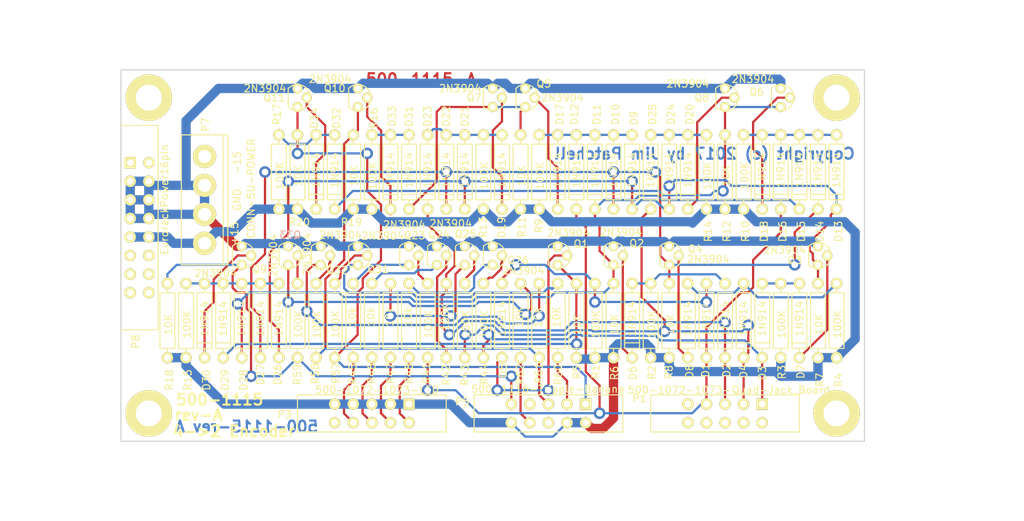
<source format=kicad_pcb>
(kicad_pcb (version 4) (host pcbnew 4.0.5)

  (general
    (links 165)
    (no_connects 0)
    (area 42.644287 90.01 184.685715 162.720001)
    (thickness 1.6)
    (drawings 17)
    (tracks 606)
    (zones 0)
    (modules 95)
    (nets 76)
  )

  (page A)
  (title_block
    (title "Dual Four Line To Two Line Encoder")
    (date 2017-01-24)
    (rev A)
  )

  (layers
    (0 F.Cu signal)
    (31 B.Cu signal)
    (32 B.Adhes user hide)
    (33 F.Adhes user hide)
    (34 B.Paste user hide)
    (35 F.Paste user hide)
    (36 B.SilkS user hide)
    (37 F.SilkS user)
    (38 B.Mask user hide)
    (39 F.Mask user hide)
    (40 Dwgs.User user)
    (41 Cmts.User user)
    (42 Eco1.User user)
    (43 Eco2.User user)
    (44 Edge.Cuts user)
    (45 Margin user)
    (46 B.CrtYd user)
    (47 F.CrtYd user)
    (48 B.Fab user)
    (49 F.Fab user)
  )

  (setup
    (last_trace_width 0.3048)
    (trace_clearance 0.3048)
    (zone_clearance 0.508)
    (zone_45_only no)
    (trace_min 0.2)
    (segment_width 0.2)
    (edge_width 0.15)
    (via_size 1.5748)
    (via_drill 0.9144)
    (via_min_size 0.4)
    (via_min_drill 0.3)
    (uvia_size 0.3)
    (uvia_drill 0.1)
    (uvias_allowed no)
    (uvia_min_size 0.2)
    (uvia_min_drill 0.1)
    (pcb_text_width 0.3)
    (pcb_text_size 1.5 1.5)
    (mod_edge_width 0.15)
    (mod_text_size 1 1)
    (mod_text_width 0.15)
    (pad_size 1.524 1.524)
    (pad_drill 0.762)
    (pad_to_mask_clearance 0.2)
    (aux_axis_origin 0 0)
    (grid_origin 58.42 149.86)
    (visible_elements 7FFFEFFF)
    (pcbplotparams
      (layerselection 0x010f0_80000001)
      (usegerberextensions false)
      (excludeedgelayer true)
      (linewidth 0.100000)
      (plotframeref false)
      (viasonmask false)
      (mode 1)
      (useauxorigin false)
      (hpglpennumber 1)
      (hpglpenspeed 20)
      (hpglpendiameter 15)
      (hpglpenoverlay 2)
      (psnegative false)
      (psa4output false)
      (plotreference true)
      (plotvalue true)
      (plotinvisibletext false)
      (padsonsilk false)
      (subtractmaskfromsilk false)
      (outputformat 1)
      (mirror false)
      (drillshape 0)
      (scaleselection 1)
      (outputdirectory Fab/))
  )

  (net 0 "")
  (net 1 /Logic_1/D)
  (net 2 "Net-(D1-Pad2)")
  (net 3 /Logic_1/C)
  (net 4 "Net-(D2-Pad2)")
  (net 5 /Logic_1/A)
  (net 6 "Net-(D3-Pad2)")
  (net 7 /Logic_1/B)
  (net 8 "Net-(D4-Pad2)")
  (net 9 "Net-(D5-Pad1)")
  (net 10 "Net-(D6-Pad1)")
  (net 11 "Net-(D7-Pad1)")
  (net 12 "Net-(D8-Pad1)")
  (net 13 "Net-(D13-Pad1)")
  (net 14 "Net-(D10-Pad2)")
  (net 15 "Net-(D10-Pad1)")
  (net 16 "Net-(D11-Pad1)")
  (net 17 "Net-(D13-Pad2)")
  (net 18 "Net-(D17-Pad1)")
  (net 19 "Net-(D18-Pad1)")
  (net 20 "Net-(D19-Pad1)")
  (net 21 "Net-(D19-Pad2)")
  (net 22 "Net-(D20-Pad1)")
  (net 23 "Net-(D20-Pad2)")
  (net 24 "Net-(D26-Pad2)")
  (net 25 "Net-(D29-Pad1)")
  (net 26 "Net-(D30-Pad1)")
  (net 27 "Net-(D31-Pad1)")
  (net 28 "Net-(D31-Pad2)")
  (net 29 "Net-(D32-Pad1)")
  (net 30 "Net-(D32-Pad2)")
  (net 31 "Net-(D33-Pad1)")
  (net 32 "Net-(D34-Pad1)")
  (net 33 "Net-(P1-Pad2)")
  (net 34 "Net-(P1-Pad4)")
  (net 35 "Net-(P1-Pad6)")
  (net 36 "Net-(P1-Pad8)")
  (net 37 "Net-(P1-Pad9)")
  (net 38 "Net-(P1-Pad10)")
  (net 39 +15V0)
  (net 40 /LedDrv4_1/OUT4)
  (net 41 /LedDrv4_1/OUT3)
  (net 42 /LedDrv4_1/OUT2)
  (net 43 /LedDrv4_1/OUT1)
  (net 44 "Net-(P3-Pad10)")
  (net 45 /Driver3_1/I0)
  (net 46 /Driver3_1/O0)
  (net 47 /Driver3_1/I1)
  (net 48 "Net-(P5-Pad6)")
  (net 49 "Net-(P5-Pad7)")
  (net 50 /Driver3_1/O2)
  (net 51 /Logic_1/E)
  (net 52 GND)
  (net 53 "Net-(Q23-Pad2)")
  (net 54 "Net-(Q23-Pad3)")
  (net 55 "Net-(Q24-Pad2)")
  (net 56 "Net-(Q24-Pad3)")
  (net 57 "Net-(Q25-Pad2)")
  (net 58 "Net-(Q25-Pad3)")
  (net 59 "Net-(Q26-Pad2)")
  (net 60 "Net-(Q26-Pad3)")
  (net 61 "Net-(Q31-Pad2)")
  (net 62 "Net-(Q31-Pad3)")
  (net 63 "Net-(Q32-Pad2)")
  (net 64 "Net-(Q32-Pad3)")
  (net 65 "Net-(Q33-Pad2)")
  (net 66 "Net-(Q33-Pad3)")
  (net 67 "Net-(P7-Pad4)")
  (net 68 "Net-(P8-Pad1)")
  (net 69 "Net-(P8-Pad2)")
  (net 70 "Net-(P8-Pad11)")
  (net 71 "Net-(P8-Pad12)")
  (net 72 "Net-(P8-Pad13)")
  (net 73 "Net-(P8-Pad14)")
  (net 74 "Net-(P8-Pad15)")
  (net 75 "Net-(P8-Pad16)")

  (net_class Default "This is the default net class."
    (clearance 0.3048)
    (trace_width 0.3048)
    (via_dia 1.5748)
    (via_drill 0.9144)
    (uvia_dia 0.3)
    (uvia_drill 0.1)
    (add_net /Driver3_1/I0)
    (add_net /Driver3_1/I1)
    (add_net /Driver3_1/O0)
    (add_net /Driver3_1/O2)
    (add_net /LedDrv4_1/OUT1)
    (add_net /LedDrv4_1/OUT2)
    (add_net /LedDrv4_1/OUT3)
    (add_net /LedDrv4_1/OUT4)
    (add_net /Logic_1/A)
    (add_net /Logic_1/B)
    (add_net /Logic_1/C)
    (add_net /Logic_1/D)
    (add_net /Logic_1/E)
    (add_net "Net-(D1-Pad2)")
    (add_net "Net-(D10-Pad1)")
    (add_net "Net-(D10-Pad2)")
    (add_net "Net-(D11-Pad1)")
    (add_net "Net-(D13-Pad1)")
    (add_net "Net-(D13-Pad2)")
    (add_net "Net-(D17-Pad1)")
    (add_net "Net-(D18-Pad1)")
    (add_net "Net-(D19-Pad1)")
    (add_net "Net-(D19-Pad2)")
    (add_net "Net-(D2-Pad2)")
    (add_net "Net-(D20-Pad1)")
    (add_net "Net-(D20-Pad2)")
    (add_net "Net-(D26-Pad2)")
    (add_net "Net-(D29-Pad1)")
    (add_net "Net-(D3-Pad2)")
    (add_net "Net-(D30-Pad1)")
    (add_net "Net-(D31-Pad1)")
    (add_net "Net-(D31-Pad2)")
    (add_net "Net-(D32-Pad1)")
    (add_net "Net-(D32-Pad2)")
    (add_net "Net-(D33-Pad1)")
    (add_net "Net-(D34-Pad1)")
    (add_net "Net-(D4-Pad2)")
    (add_net "Net-(D5-Pad1)")
    (add_net "Net-(D6-Pad1)")
    (add_net "Net-(D7-Pad1)")
    (add_net "Net-(D8-Pad1)")
    (add_net "Net-(P1-Pad10)")
    (add_net "Net-(P1-Pad2)")
    (add_net "Net-(P1-Pad4)")
    (add_net "Net-(P1-Pad6)")
    (add_net "Net-(P1-Pad8)")
    (add_net "Net-(P1-Pad9)")
    (add_net "Net-(P3-Pad10)")
    (add_net "Net-(P5-Pad6)")
    (add_net "Net-(P5-Pad7)")
    (add_net "Net-(P7-Pad4)")
    (add_net "Net-(P8-Pad1)")
    (add_net "Net-(P8-Pad11)")
    (add_net "Net-(P8-Pad12)")
    (add_net "Net-(P8-Pad13)")
    (add_net "Net-(P8-Pad14)")
    (add_net "Net-(P8-Pad15)")
    (add_net "Net-(P8-Pad16)")
    (add_net "Net-(P8-Pad2)")
    (add_net "Net-(Q23-Pad2)")
    (add_net "Net-(Q23-Pad3)")
    (add_net "Net-(Q24-Pad2)")
    (add_net "Net-(Q24-Pad3)")
    (add_net "Net-(Q25-Pad2)")
    (add_net "Net-(Q25-Pad3)")
    (add_net "Net-(Q26-Pad2)")
    (add_net "Net-(Q26-Pad3)")
    (add_net "Net-(Q31-Pad2)")
    (add_net "Net-(Q31-Pad3)")
    (add_net "Net-(Q32-Pad2)")
    (add_net "Net-(Q32-Pad3)")
    (add_net "Net-(Q33-Pad2)")
    (add_net "Net-(Q33-Pad3)")
  )

  (net_class POWER ""
    (clearance 0.3048)
    (trace_width 1.27)
    (via_dia 1.5748)
    (via_drill 0.9144)
    (uvia_dia 0.3)
    (uvia_drill 0.1)
    (add_net +15V0)
    (add_net GND)
  )

  (module FootPrints:DIODE0.4 (layer F.Cu) (tedit 56BA2633) (tstamp 588777ED)
    (at 138.43 133.35 90)
    (path /58859326/58859B43)
    (fp_text reference D1 (at -6.8072 -0.127 90) (layer F.SilkS)
      (effects (font (size 1 1) (thickness 0.15)))
    )
    (fp_text value 1N914 (at 0.254 0 90) (layer F.SilkS)
      (effects (font (size 1 1) (thickness 0.15)))
    )
    (fp_line (start -3.048 1.016) (end -3.048 -1.016) (layer F.SilkS) (width 0.15))
    (fp_line (start -3.81 -1.016) (end -3.81 1.016) (layer F.SilkS) (width 0.15))
    (fp_line (start 3.81 -1.016) (end 3.81 1.016) (layer F.SilkS) (width 0.15))
    (fp_line (start -3.81 0) (end -4.318 0) (layer F.SilkS) (width 0.15))
    (fp_line (start 4.445 0) (end 3.81 0) (layer F.SilkS) (width 0.15))
    (fp_line (start -3.81 1.016) (end 3.81 1.016) (layer F.SilkS) (width 0.15))
    (fp_line (start 3.81 -1.016) (end -3.81 -1.016) (layer F.SilkS) (width 0.15))
    (pad 1 thru_hole circle (at -5.08 0 90) (size 1.5748 1.5748) (drill 0.9144) (layers *.Cu *.Mask F.SilkS)
      (net 1 /Logic_1/D))
    (pad 2 thru_hole circle (at 5.08 0 90) (size 1.5748 1.5748) (drill 0.9144) (layers *.Cu *.Mask F.SilkS)
      (net 2 "Net-(D1-Pad2)"))
  )

  (module FootPrints:DIODE0.4 (layer F.Cu) (tedit 56BA2633) (tstamp 588777FA)
    (at 140.97 133.35 90)
    (path /58859326/58859A43)
    (fp_text reference D2 (at -6.8072 0.2159 90) (layer F.SilkS)
      (effects (font (size 1 1) (thickness 0.15)))
    )
    (fp_text value 1N914 (at 0.254 0 90) (layer F.SilkS)
      (effects (font (size 1 1) (thickness 0.15)))
    )
    (fp_line (start -3.048 1.016) (end -3.048 -1.016) (layer F.SilkS) (width 0.15))
    (fp_line (start -3.81 -1.016) (end -3.81 1.016) (layer F.SilkS) (width 0.15))
    (fp_line (start 3.81 -1.016) (end 3.81 1.016) (layer F.SilkS) (width 0.15))
    (fp_line (start -3.81 0) (end -4.318 0) (layer F.SilkS) (width 0.15))
    (fp_line (start 4.445 0) (end 3.81 0) (layer F.SilkS) (width 0.15))
    (fp_line (start -3.81 1.016) (end 3.81 1.016) (layer F.SilkS) (width 0.15))
    (fp_line (start 3.81 -1.016) (end -3.81 -1.016) (layer F.SilkS) (width 0.15))
    (pad 1 thru_hole circle (at -5.08 0 90) (size 1.5748 1.5748) (drill 0.9144) (layers *.Cu *.Mask F.SilkS)
      (net 3 /Logic_1/C))
    (pad 2 thru_hole circle (at 5.08 0 90) (size 1.5748 1.5748) (drill 0.9144) (layers *.Cu *.Mask F.SilkS)
      (net 4 "Net-(D2-Pad2)"))
  )

  (module FootPrints:DIODE0.4 (layer F.Cu) (tedit 56BA2633) (tstamp 58877807)
    (at 146.05 133.35 90)
    (path /58859326/588594BE)
    (fp_text reference D3 (at -7.1882 0.0127 90) (layer F.SilkS)
      (effects (font (size 1 1) (thickness 0.15)))
    )
    (fp_text value 1N914 (at 0.254 0 90) (layer F.SilkS)
      (effects (font (size 1 1) (thickness 0.15)))
    )
    (fp_line (start -3.048 1.016) (end -3.048 -1.016) (layer F.SilkS) (width 0.15))
    (fp_line (start -3.81 -1.016) (end -3.81 1.016) (layer F.SilkS) (width 0.15))
    (fp_line (start 3.81 -1.016) (end 3.81 1.016) (layer F.SilkS) (width 0.15))
    (fp_line (start -3.81 0) (end -4.318 0) (layer F.SilkS) (width 0.15))
    (fp_line (start 4.445 0) (end 3.81 0) (layer F.SilkS) (width 0.15))
    (fp_line (start -3.81 1.016) (end 3.81 1.016) (layer F.SilkS) (width 0.15))
    (fp_line (start 3.81 -1.016) (end -3.81 -1.016) (layer F.SilkS) (width 0.15))
    (pad 1 thru_hole circle (at -5.08 0 90) (size 1.5748 1.5748) (drill 0.9144) (layers *.Cu *.Mask F.SilkS)
      (net 5 /Logic_1/A))
    (pad 2 thru_hole circle (at 5.08 0 90) (size 1.5748 1.5748) (drill 0.9144) (layers *.Cu *.Mask F.SilkS)
      (net 6 "Net-(D3-Pad2)"))
  )

  (module FootPrints:DIODE0.4 (layer F.Cu) (tedit 56BA2633) (tstamp 58877814)
    (at 143.51 133.35 90)
    (path /58859326/5885994D)
    (fp_text reference D4 (at -6.9342 -0.0127 90) (layer F.SilkS)
      (effects (font (size 1 1) (thickness 0.15)))
    )
    (fp_text value 1N914 (at 0.254 0 90) (layer F.SilkS)
      (effects (font (size 1 1) (thickness 0.15)))
    )
    (fp_line (start -3.048 1.016) (end -3.048 -1.016) (layer F.SilkS) (width 0.15))
    (fp_line (start -3.81 -1.016) (end -3.81 1.016) (layer F.SilkS) (width 0.15))
    (fp_line (start 3.81 -1.016) (end 3.81 1.016) (layer F.SilkS) (width 0.15))
    (fp_line (start -3.81 0) (end -4.318 0) (layer F.SilkS) (width 0.15))
    (fp_line (start 4.445 0) (end 3.81 0) (layer F.SilkS) (width 0.15))
    (fp_line (start -3.81 1.016) (end 3.81 1.016) (layer F.SilkS) (width 0.15))
    (fp_line (start 3.81 -1.016) (end -3.81 -1.016) (layer F.SilkS) (width 0.15))
    (pad 1 thru_hole circle (at -5.08 0 90) (size 1.5748 1.5748) (drill 0.9144) (layers *.Cu *.Mask F.SilkS)
      (net 7 /Logic_1/B))
    (pad 2 thru_hole circle (at 5.08 0 90) (size 1.5748 1.5748) (drill 0.9144) (layers *.Cu *.Mask F.SilkS)
      (net 8 "Net-(D4-Pad2)"))
  )

  (module FootPrints:DIODE0.4 (layer F.Cu) (tedit 56BA2633) (tstamp 58877821)
    (at 110.49 133.35 90)
    (path /58859326/58859B49)
    (fp_text reference D5 (at -6.8707 0.127 90) (layer F.SilkS)
      (effects (font (size 1 1) (thickness 0.15)))
    )
    (fp_text value 1N914 (at 0.254 0 90) (layer F.SilkS)
      (effects (font (size 1 1) (thickness 0.15)))
    )
    (fp_line (start -3.048 1.016) (end -3.048 -1.016) (layer F.SilkS) (width 0.15))
    (fp_line (start -3.81 -1.016) (end -3.81 1.016) (layer F.SilkS) (width 0.15))
    (fp_line (start 3.81 -1.016) (end 3.81 1.016) (layer F.SilkS) (width 0.15))
    (fp_line (start -3.81 0) (end -4.318 0) (layer F.SilkS) (width 0.15))
    (fp_line (start 4.445 0) (end 3.81 0) (layer F.SilkS) (width 0.15))
    (fp_line (start -3.81 1.016) (end 3.81 1.016) (layer F.SilkS) (width 0.15))
    (fp_line (start 3.81 -1.016) (end -3.81 -1.016) (layer F.SilkS) (width 0.15))
    (pad 1 thru_hole circle (at -5.08 0 90) (size 1.5748 1.5748) (drill 0.9144) (layers *.Cu *.Mask F.SilkS)
      (net 9 "Net-(D5-Pad1)"))
    (pad 2 thru_hole circle (at 5.08 0 90) (size 1.5748 1.5748) (drill 0.9144) (layers *.Cu *.Mask F.SilkS)
      (net 2 "Net-(D1-Pad2)"))
  )

  (module FootPrints:DIODE0.4 (layer F.Cu) (tedit 56BA2633) (tstamp 5887782E)
    (at 128.27 133.35 90)
    (path /58859326/58859A49)
    (fp_text reference D6 (at -7.1882 0.1016 90) (layer F.SilkS)
      (effects (font (size 1 1) (thickness 0.15)))
    )
    (fp_text value 1N914 (at 0.254 0 90) (layer F.SilkS)
      (effects (font (size 1 1) (thickness 0.15)))
    )
    (fp_line (start -3.048 1.016) (end -3.048 -1.016) (layer F.SilkS) (width 0.15))
    (fp_line (start -3.81 -1.016) (end -3.81 1.016) (layer F.SilkS) (width 0.15))
    (fp_line (start 3.81 -1.016) (end 3.81 1.016) (layer F.SilkS) (width 0.15))
    (fp_line (start -3.81 0) (end -4.318 0) (layer F.SilkS) (width 0.15))
    (fp_line (start 4.445 0) (end 3.81 0) (layer F.SilkS) (width 0.15))
    (fp_line (start -3.81 1.016) (end 3.81 1.016) (layer F.SilkS) (width 0.15))
    (fp_line (start 3.81 -1.016) (end -3.81 -1.016) (layer F.SilkS) (width 0.15))
    (pad 1 thru_hole circle (at -5.08 0 90) (size 1.5748 1.5748) (drill 0.9144) (layers *.Cu *.Mask F.SilkS)
      (net 10 "Net-(D6-Pad1)"))
    (pad 2 thru_hole circle (at 5.08 0 90) (size 1.5748 1.5748) (drill 0.9144) (layers *.Cu *.Mask F.SilkS)
      (net 4 "Net-(D2-Pad2)"))
  )

  (module FootPrints:DIODE0.4 (layer F.Cu) (tedit 56BA2633) (tstamp 5887783B)
    (at 151.13 133.35 90)
    (path /58859326/588595AF)
    (fp_text reference D7 (at -6.9977 0.1778 90) (layer F.SilkS)
      (effects (font (size 1 1) (thickness 0.15)))
    )
    (fp_text value 1N914 (at 0.254 0 90) (layer F.SilkS)
      (effects (font (size 1 1) (thickness 0.15)))
    )
    (fp_line (start -3.048 1.016) (end -3.048 -1.016) (layer F.SilkS) (width 0.15))
    (fp_line (start -3.81 -1.016) (end -3.81 1.016) (layer F.SilkS) (width 0.15))
    (fp_line (start 3.81 -1.016) (end 3.81 1.016) (layer F.SilkS) (width 0.15))
    (fp_line (start -3.81 0) (end -4.318 0) (layer F.SilkS) (width 0.15))
    (fp_line (start 4.445 0) (end 3.81 0) (layer F.SilkS) (width 0.15))
    (fp_line (start -3.81 1.016) (end 3.81 1.016) (layer F.SilkS) (width 0.15))
    (fp_line (start 3.81 -1.016) (end -3.81 -1.016) (layer F.SilkS) (width 0.15))
    (pad 1 thru_hole circle (at -5.08 0 90) (size 1.5748 1.5748) (drill 0.9144) (layers *.Cu *.Mask F.SilkS)
      (net 11 "Net-(D7-Pad1)"))
    (pad 2 thru_hole circle (at 5.08 0 90) (size 1.5748 1.5748) (drill 0.9144) (layers *.Cu *.Mask F.SilkS)
      (net 6 "Net-(D3-Pad2)"))
  )

  (module FootPrints:DIODE0.4 (layer F.Cu) (tedit 56BA2633) (tstamp 58877848)
    (at 135.89 133.35 90)
    (path /58859326/58859953)
    (fp_text reference D8 (at -6.9342 0.2286 90) (layer F.SilkS)
      (effects (font (size 1 1) (thickness 0.15)))
    )
    (fp_text value 1N914 (at 0.254 0 90) (layer F.SilkS)
      (effects (font (size 1 1) (thickness 0.15)))
    )
    (fp_line (start -3.048 1.016) (end -3.048 -1.016) (layer F.SilkS) (width 0.15))
    (fp_line (start -3.81 -1.016) (end -3.81 1.016) (layer F.SilkS) (width 0.15))
    (fp_line (start 3.81 -1.016) (end 3.81 1.016) (layer F.SilkS) (width 0.15))
    (fp_line (start -3.81 0) (end -4.318 0) (layer F.SilkS) (width 0.15))
    (fp_line (start 4.445 0) (end 3.81 0) (layer F.SilkS) (width 0.15))
    (fp_line (start -3.81 1.016) (end 3.81 1.016) (layer F.SilkS) (width 0.15))
    (fp_line (start 3.81 -1.016) (end -3.81 -1.016) (layer F.SilkS) (width 0.15))
    (pad 1 thru_hole circle (at -5.08 0 90) (size 1.5748 1.5748) (drill 0.9144) (layers *.Cu *.Mask F.SilkS)
      (net 12 "Net-(D8-Pad1)"))
    (pad 2 thru_hole circle (at 5.08 0 90) (size 1.5748 1.5748) (drill 0.9144) (layers *.Cu *.Mask F.SilkS)
      (net 8 "Net-(D4-Pad2)"))
  )

  (module FootPrints:DIODE0.4 (layer F.Cu) (tedit 56BA2633) (tstamp 58877855)
    (at 128.27 113.03 90)
    (path /58859326/5885C7E3)
    (fp_text reference D9 (at 7.366 0.254 90) (layer F.SilkS)
      (effects (font (size 1 1) (thickness 0.15)))
    )
    (fp_text value 1N914 (at 0.254 0 90) (layer F.SilkS)
      (effects (font (size 1 1) (thickness 0.15)))
    )
    (fp_line (start -3.048 1.016) (end -3.048 -1.016) (layer F.SilkS) (width 0.15))
    (fp_line (start -3.81 -1.016) (end -3.81 1.016) (layer F.SilkS) (width 0.15))
    (fp_line (start 3.81 -1.016) (end 3.81 1.016) (layer F.SilkS) (width 0.15))
    (fp_line (start -3.81 0) (end -4.318 0) (layer F.SilkS) (width 0.15))
    (fp_line (start 4.445 0) (end 3.81 0) (layer F.SilkS) (width 0.15))
    (fp_line (start -3.81 1.016) (end 3.81 1.016) (layer F.SilkS) (width 0.15))
    (fp_line (start 3.81 -1.016) (end -3.81 -1.016) (layer F.SilkS) (width 0.15))
    (pad 1 thru_hole circle (at -5.08 0 90) (size 1.5748 1.5748) (drill 0.9144) (layers *.Cu *.Mask F.SilkS)
      (net 13 "Net-(D13-Pad1)"))
    (pad 2 thru_hole circle (at 5.08 0 90) (size 1.5748 1.5748) (drill 0.9144) (layers *.Cu *.Mask F.SilkS)
      (net 14 "Net-(D10-Pad2)"))
  )

  (module FootPrints:DIODE0.4 (layer F.Cu) (tedit 56BA2633) (tstamp 58877862)
    (at 125.73 113.03 90)
    (path /58859326/5885C807)
    (fp_text reference D10 (at 7.874 0.254 90) (layer F.SilkS)
      (effects (font (size 1 1) (thickness 0.15)))
    )
    (fp_text value 1N914 (at 0.254 0 90) (layer F.SilkS)
      (effects (font (size 1 1) (thickness 0.15)))
    )
    (fp_line (start -3.048 1.016) (end -3.048 -1.016) (layer F.SilkS) (width 0.15))
    (fp_line (start -3.81 -1.016) (end -3.81 1.016) (layer F.SilkS) (width 0.15))
    (fp_line (start 3.81 -1.016) (end 3.81 1.016) (layer F.SilkS) (width 0.15))
    (fp_line (start -3.81 0) (end -4.318 0) (layer F.SilkS) (width 0.15))
    (fp_line (start 4.445 0) (end 3.81 0) (layer F.SilkS) (width 0.15))
    (fp_line (start -3.81 1.016) (end 3.81 1.016) (layer F.SilkS) (width 0.15))
    (fp_line (start 3.81 -1.016) (end -3.81 -1.016) (layer F.SilkS) (width 0.15))
    (pad 1 thru_hole circle (at -5.08 0 90) (size 1.5748 1.5748) (drill 0.9144) (layers *.Cu *.Mask F.SilkS)
      (net 15 "Net-(D10-Pad1)"))
    (pad 2 thru_hole circle (at 5.08 0 90) (size 1.5748 1.5748) (drill 0.9144) (layers *.Cu *.Mask F.SilkS)
      (net 14 "Net-(D10-Pad2)"))
  )

  (module FootPrints:DIODE0.4 (layer F.Cu) (tedit 56BA2633) (tstamp 5887786F)
    (at 123.19 113.03 90)
    (path /58859326/5885C80D)
    (fp_text reference D11 (at 7.874 0.254 90) (layer F.SilkS)
      (effects (font (size 1 1) (thickness 0.15)))
    )
    (fp_text value 1N914 (at 0.254 0 90) (layer F.SilkS)
      (effects (font (size 1 1) (thickness 0.15)))
    )
    (fp_line (start -3.048 1.016) (end -3.048 -1.016) (layer F.SilkS) (width 0.15))
    (fp_line (start -3.81 -1.016) (end -3.81 1.016) (layer F.SilkS) (width 0.15))
    (fp_line (start 3.81 -1.016) (end 3.81 1.016) (layer F.SilkS) (width 0.15))
    (fp_line (start -3.81 0) (end -4.318 0) (layer F.SilkS) (width 0.15))
    (fp_line (start 4.445 0) (end 3.81 0) (layer F.SilkS) (width 0.15))
    (fp_line (start -3.81 1.016) (end 3.81 1.016) (layer F.SilkS) (width 0.15))
    (fp_line (start 3.81 -1.016) (end -3.81 -1.016) (layer F.SilkS) (width 0.15))
    (pad 1 thru_hole circle (at -5.08 0 90) (size 1.5748 1.5748) (drill 0.9144) (layers *.Cu *.Mask F.SilkS)
      (net 16 "Net-(D11-Pad1)"))
    (pad 2 thru_hole circle (at 5.08 0 90) (size 1.5748 1.5748) (drill 0.9144) (layers *.Cu *.Mask F.SilkS)
      (net 14 "Net-(D10-Pad2)"))
  )

  (module FootPrints:DIODE0.4 (layer F.Cu) (tedit 56BA2633) (tstamp 5887787C)
    (at 120.65 113.03 90)
    (path /58859326/5885C813)
    (fp_text reference D12 (at 7.874 -0.254 90) (layer F.SilkS)
      (effects (font (size 1 1) (thickness 0.15)))
    )
    (fp_text value 1N914 (at 0.254 0 90) (layer F.SilkS)
      (effects (font (size 1 1) (thickness 0.15)))
    )
    (fp_line (start -3.048 1.016) (end -3.048 -1.016) (layer F.SilkS) (width 0.15))
    (fp_line (start -3.81 -1.016) (end -3.81 1.016) (layer F.SilkS) (width 0.15))
    (fp_line (start 3.81 -1.016) (end 3.81 1.016) (layer F.SilkS) (width 0.15))
    (fp_line (start -3.81 0) (end -4.318 0) (layer F.SilkS) (width 0.15))
    (fp_line (start 4.445 0) (end 3.81 0) (layer F.SilkS) (width 0.15))
    (fp_line (start -3.81 1.016) (end 3.81 1.016) (layer F.SilkS) (width 0.15))
    (fp_line (start 3.81 -1.016) (end -3.81 -1.016) (layer F.SilkS) (width 0.15))
    (pad 1 thru_hole circle (at -5.08 0 90) (size 1.5748 1.5748) (drill 0.9144) (layers *.Cu *.Mask F.SilkS)
      (net 1 /Logic_1/D))
    (pad 2 thru_hole circle (at 5.08 0 90) (size 1.5748 1.5748) (drill 0.9144) (layers *.Cu *.Mask F.SilkS)
      (net 14 "Net-(D10-Pad2)"))
  )

  (module FootPrints:DIODE0.4 (layer F.Cu) (tedit 56BA2633) (tstamp 58877889)
    (at 156.21 113.03 90)
    (path /58859326/5885B5FE)
    (fp_text reference D13 (at -8.128 0.254 90) (layer F.SilkS)
      (effects (font (size 1 1) (thickness 0.15)))
    )
    (fp_text value 1N914 (at 0.254 0 90) (layer F.SilkS)
      (effects (font (size 1 1) (thickness 0.15)))
    )
    (fp_line (start -3.048 1.016) (end -3.048 -1.016) (layer F.SilkS) (width 0.15))
    (fp_line (start -3.81 -1.016) (end -3.81 1.016) (layer F.SilkS) (width 0.15))
    (fp_line (start 3.81 -1.016) (end 3.81 1.016) (layer F.SilkS) (width 0.15))
    (fp_line (start -3.81 0) (end -4.318 0) (layer F.SilkS) (width 0.15))
    (fp_line (start 4.445 0) (end 3.81 0) (layer F.SilkS) (width 0.15))
    (fp_line (start -3.81 1.016) (end 3.81 1.016) (layer F.SilkS) (width 0.15))
    (fp_line (start 3.81 -1.016) (end -3.81 -1.016) (layer F.SilkS) (width 0.15))
    (pad 1 thru_hole circle (at -5.08 0 90) (size 1.5748 1.5748) (drill 0.9144) (layers *.Cu *.Mask F.SilkS)
      (net 13 "Net-(D13-Pad1)"))
    (pad 2 thru_hole circle (at 5.08 0 90) (size 1.5748 1.5748) (drill 0.9144) (layers *.Cu *.Mask F.SilkS)
      (net 17 "Net-(D13-Pad2)"))
  )

  (module FootPrints:DIODE0.4 (layer F.Cu) (tedit 56BA2633) (tstamp 58877896)
    (at 153.67 113.03 90)
    (path /58859326/5885B622)
    (fp_text reference D14 (at -8.128 0.254 90) (layer F.SilkS)
      (effects (font (size 1 1) (thickness 0.15)))
    )
    (fp_text value 1N914 (at 0.254 0 90) (layer F.SilkS)
      (effects (font (size 1 1) (thickness 0.15)))
    )
    (fp_line (start -3.048 1.016) (end -3.048 -1.016) (layer F.SilkS) (width 0.15))
    (fp_line (start -3.81 -1.016) (end -3.81 1.016) (layer F.SilkS) (width 0.15))
    (fp_line (start 3.81 -1.016) (end 3.81 1.016) (layer F.SilkS) (width 0.15))
    (fp_line (start -3.81 0) (end -4.318 0) (layer F.SilkS) (width 0.15))
    (fp_line (start 4.445 0) (end 3.81 0) (layer F.SilkS) (width 0.15))
    (fp_line (start -3.81 1.016) (end 3.81 1.016) (layer F.SilkS) (width 0.15))
    (fp_line (start 3.81 -1.016) (end -3.81 -1.016) (layer F.SilkS) (width 0.15))
    (pad 1 thru_hole circle (at -5.08 0 90) (size 1.5748 1.5748) (drill 0.9144) (layers *.Cu *.Mask F.SilkS)
      (net 15 "Net-(D10-Pad1)"))
    (pad 2 thru_hole circle (at 5.08 0 90) (size 1.5748 1.5748) (drill 0.9144) (layers *.Cu *.Mask F.SilkS)
      (net 17 "Net-(D13-Pad2)"))
  )

  (module FootPrints:DIODE0.4 (layer F.Cu) (tedit 56BA2633) (tstamp 588778A3)
    (at 151.13 113.03 90)
    (path /58859326/5885B628)
    (fp_text reference D15 (at -8.128 0.254 90) (layer F.SilkS)
      (effects (font (size 1 1) (thickness 0.15)))
    )
    (fp_text value 1N914 (at 0.254 0 90) (layer F.SilkS)
      (effects (font (size 1 1) (thickness 0.15)))
    )
    (fp_line (start -3.048 1.016) (end -3.048 -1.016) (layer F.SilkS) (width 0.15))
    (fp_line (start -3.81 -1.016) (end -3.81 1.016) (layer F.SilkS) (width 0.15))
    (fp_line (start 3.81 -1.016) (end 3.81 1.016) (layer F.SilkS) (width 0.15))
    (fp_line (start -3.81 0) (end -4.318 0) (layer F.SilkS) (width 0.15))
    (fp_line (start 4.445 0) (end 3.81 0) (layer F.SilkS) (width 0.15))
    (fp_line (start -3.81 1.016) (end 3.81 1.016) (layer F.SilkS) (width 0.15))
    (fp_line (start 3.81 -1.016) (end -3.81 -1.016) (layer F.SilkS) (width 0.15))
    (pad 1 thru_hole circle (at -5.08 0 90) (size 1.5748 1.5748) (drill 0.9144) (layers *.Cu *.Mask F.SilkS)
      (net 16 "Net-(D11-Pad1)"))
    (pad 2 thru_hole circle (at 5.08 0 90) (size 1.5748 1.5748) (drill 0.9144) (layers *.Cu *.Mask F.SilkS)
      (net 17 "Net-(D13-Pad2)"))
  )

  (module FootPrints:DIODE0.4 (layer F.Cu) (tedit 56BA2633) (tstamp 588778B0)
    (at 148.59 113.03 90)
    (path /58859326/5885B62E)
    (fp_text reference D16 (at -8.128 0.254 90) (layer F.SilkS)
      (effects (font (size 1 1) (thickness 0.15)))
    )
    (fp_text value 1N914 (at 0.254 0 90) (layer F.SilkS)
      (effects (font (size 1 1) (thickness 0.15)))
    )
    (fp_line (start -3.048 1.016) (end -3.048 -1.016) (layer F.SilkS) (width 0.15))
    (fp_line (start -3.81 -1.016) (end -3.81 1.016) (layer F.SilkS) (width 0.15))
    (fp_line (start 3.81 -1.016) (end 3.81 1.016) (layer F.SilkS) (width 0.15))
    (fp_line (start -3.81 0) (end -4.318 0) (layer F.SilkS) (width 0.15))
    (fp_line (start 4.445 0) (end 3.81 0) (layer F.SilkS) (width 0.15))
    (fp_line (start -3.81 1.016) (end 3.81 1.016) (layer F.SilkS) (width 0.15))
    (fp_line (start 3.81 -1.016) (end -3.81 -1.016) (layer F.SilkS) (width 0.15))
    (pad 1 thru_hole circle (at -5.08 0 90) (size 1.5748 1.5748) (drill 0.9144) (layers *.Cu *.Mask F.SilkS)
      (net 1 /Logic_1/D))
    (pad 2 thru_hole circle (at 5.08 0 90) (size 1.5748 1.5748) (drill 0.9144) (layers *.Cu *.Mask F.SilkS)
      (net 17 "Net-(D13-Pad2)"))
  )

  (module FootPrints:DIODE0.4 (layer F.Cu) (tedit 56BA2633) (tstamp 588778BD)
    (at 118.11 113.03 90)
    (path /58859326/5885C7E9)
    (fp_text reference D17 (at 7.874 0.254 90) (layer F.SilkS)
      (effects (font (size 1 1) (thickness 0.15)))
    )
    (fp_text value 1N914 (at 0.254 0 90) (layer F.SilkS)
      (effects (font (size 1 1) (thickness 0.15)))
    )
    (fp_line (start -3.048 1.016) (end -3.048 -1.016) (layer F.SilkS) (width 0.15))
    (fp_line (start -3.81 -1.016) (end -3.81 1.016) (layer F.SilkS) (width 0.15))
    (fp_line (start 3.81 -1.016) (end 3.81 1.016) (layer F.SilkS) (width 0.15))
    (fp_line (start -3.81 0) (end -4.318 0) (layer F.SilkS) (width 0.15))
    (fp_line (start 4.445 0) (end 3.81 0) (layer F.SilkS) (width 0.15))
    (fp_line (start -3.81 1.016) (end 3.81 1.016) (layer F.SilkS) (width 0.15))
    (fp_line (start 3.81 -1.016) (end -3.81 -1.016) (layer F.SilkS) (width 0.15))
    (pad 1 thru_hole circle (at -5.08 0 90) (size 1.5748 1.5748) (drill 0.9144) (layers *.Cu *.Mask F.SilkS)
      (net 18 "Net-(D17-Pad1)"))
    (pad 2 thru_hole circle (at 5.08 0 90) (size 1.5748 1.5748) (drill 0.9144) (layers *.Cu *.Mask F.SilkS)
      (net 14 "Net-(D10-Pad2)"))
  )

  (module FootPrints:DIODE0.4 (layer F.Cu) (tedit 56BA2633) (tstamp 588778CA)
    (at 146.05 113.03 90)
    (path /58859326/5885B604)
    (fp_text reference D18 (at -8.128 0.254 90) (layer F.SilkS)
      (effects (font (size 1 1) (thickness 0.15)))
    )
    (fp_text value 1N914 (at 0.254 0 90) (layer F.SilkS)
      (effects (font (size 1 1) (thickness 0.15)))
    )
    (fp_line (start -3.048 1.016) (end -3.048 -1.016) (layer F.SilkS) (width 0.15))
    (fp_line (start -3.81 -1.016) (end -3.81 1.016) (layer F.SilkS) (width 0.15))
    (fp_line (start 3.81 -1.016) (end 3.81 1.016) (layer F.SilkS) (width 0.15))
    (fp_line (start -3.81 0) (end -4.318 0) (layer F.SilkS) (width 0.15))
    (fp_line (start 4.445 0) (end 3.81 0) (layer F.SilkS) (width 0.15))
    (fp_line (start -3.81 1.016) (end 3.81 1.016) (layer F.SilkS) (width 0.15))
    (fp_line (start 3.81 -1.016) (end -3.81 -1.016) (layer F.SilkS) (width 0.15))
    (pad 1 thru_hole circle (at -5.08 0 90) (size 1.5748 1.5748) (drill 0.9144) (layers *.Cu *.Mask F.SilkS)
      (net 19 "Net-(D18-Pad1)"))
    (pad 2 thru_hole circle (at 5.08 0 90) (size 1.5748 1.5748) (drill 0.9144) (layers *.Cu *.Mask F.SilkS)
      (net 17 "Net-(D13-Pad2)"))
  )

  (module FootPrints:DIODE0.4 (layer F.Cu) (tedit 56BA2633) (tstamp 588778D7)
    (at 110.49 113.03 90)
    (path /58859326/5885C834)
    (fp_text reference D19 (at -7.5692 -0.0508 90) (layer F.SilkS)
      (effects (font (size 1 1) (thickness 0.15)))
    )
    (fp_text value 1N914 (at 0.254 0 90) (layer F.SilkS)
      (effects (font (size 1 1) (thickness 0.15)))
    )
    (fp_line (start -3.048 1.016) (end -3.048 -1.016) (layer F.SilkS) (width 0.15))
    (fp_line (start -3.81 -1.016) (end -3.81 1.016) (layer F.SilkS) (width 0.15))
    (fp_line (start 3.81 -1.016) (end 3.81 1.016) (layer F.SilkS) (width 0.15))
    (fp_line (start -3.81 0) (end -4.318 0) (layer F.SilkS) (width 0.15))
    (fp_line (start 4.445 0) (end 3.81 0) (layer F.SilkS) (width 0.15))
    (fp_line (start -3.81 1.016) (end 3.81 1.016) (layer F.SilkS) (width 0.15))
    (fp_line (start 3.81 -1.016) (end -3.81 -1.016) (layer F.SilkS) (width 0.15))
    (pad 1 thru_hole circle (at -5.08 0 90) (size 1.5748 1.5748) (drill 0.9144) (layers *.Cu *.Mask F.SilkS)
      (net 20 "Net-(D19-Pad1)"))
    (pad 2 thru_hole circle (at 5.08 0 90) (size 1.5748 1.5748) (drill 0.9144) (layers *.Cu *.Mask F.SilkS)
      (net 21 "Net-(D19-Pad2)"))
  )

  (module FootPrints:DIODE0.4 (layer F.Cu) (tedit 56BA2633) (tstamp 588778E4)
    (at 135.89 113.03 90)
    (path /58859326/5885B9F3)
    (fp_text reference D20 (at 7.874 0.254 90) (layer F.SilkS)
      (effects (font (size 1 1) (thickness 0.15)))
    )
    (fp_text value 1N914 (at 0.254 0 90) (layer F.SilkS)
      (effects (font (size 1 1) (thickness 0.15)))
    )
    (fp_line (start -3.048 1.016) (end -3.048 -1.016) (layer F.SilkS) (width 0.15))
    (fp_line (start -3.81 -1.016) (end -3.81 1.016) (layer F.SilkS) (width 0.15))
    (fp_line (start 3.81 -1.016) (end 3.81 1.016) (layer F.SilkS) (width 0.15))
    (fp_line (start -3.81 0) (end -4.318 0) (layer F.SilkS) (width 0.15))
    (fp_line (start 4.445 0) (end 3.81 0) (layer F.SilkS) (width 0.15))
    (fp_line (start -3.81 1.016) (end 3.81 1.016) (layer F.SilkS) (width 0.15))
    (fp_line (start 3.81 -1.016) (end -3.81 -1.016) (layer F.SilkS) (width 0.15))
    (pad 1 thru_hole circle (at -5.08 0 90) (size 1.5748 1.5748) (drill 0.9144) (layers *.Cu *.Mask F.SilkS)
      (net 22 "Net-(D20-Pad1)"))
    (pad 2 thru_hole circle (at 5.08 0 90) (size 1.5748 1.5748) (drill 0.9144) (layers *.Cu *.Mask F.SilkS)
      (net 23 "Net-(D20-Pad2)"))
  )

  (module FootPrints:DIODE0.4 (layer F.Cu) (tedit 56BA2633) (tstamp 588778F1)
    (at 105.41 113.03 90)
    (path /58859326/5885C82E)
    (fp_text reference D21 (at 7.62 0 90) (layer F.SilkS)
      (effects (font (size 1 1) (thickness 0.15)))
    )
    (fp_text value 1N914 (at 0.254 0 90) (layer F.SilkS)
      (effects (font (size 1 1) (thickness 0.15)))
    )
    (fp_line (start -3.048 1.016) (end -3.048 -1.016) (layer F.SilkS) (width 0.15))
    (fp_line (start -3.81 -1.016) (end -3.81 1.016) (layer F.SilkS) (width 0.15))
    (fp_line (start 3.81 -1.016) (end 3.81 1.016) (layer F.SilkS) (width 0.15))
    (fp_line (start -3.81 0) (end -4.318 0) (layer F.SilkS) (width 0.15))
    (fp_line (start 4.445 0) (end 3.81 0) (layer F.SilkS) (width 0.15))
    (fp_line (start -3.81 1.016) (end 3.81 1.016) (layer F.SilkS) (width 0.15))
    (fp_line (start 3.81 -1.016) (end -3.81 -1.016) (layer F.SilkS) (width 0.15))
    (pad 1 thru_hole circle (at -5.08 0 90) (size 1.5748 1.5748) (drill 0.9144) (layers *.Cu *.Mask F.SilkS)
      (net 13 "Net-(D13-Pad1)"))
    (pad 2 thru_hole circle (at 5.08 0 90) (size 1.5748 1.5748) (drill 0.9144) (layers *.Cu *.Mask F.SilkS)
      (net 21 "Net-(D19-Pad2)"))
  )

  (module FootPrints:DIODE0.4 (layer F.Cu) (tedit 56BA2633) (tstamp 588778FE)
    (at 102.87 113.03 90)
    (path /58859326/5885C846)
    (fp_text reference D22 (at 7.62 0 90) (layer F.SilkS)
      (effects (font (size 1 1) (thickness 0.15)))
    )
    (fp_text value 1N914 (at 0.254 0 90) (layer F.SilkS)
      (effects (font (size 1 1) (thickness 0.15)))
    )
    (fp_line (start -3.048 1.016) (end -3.048 -1.016) (layer F.SilkS) (width 0.15))
    (fp_line (start -3.81 -1.016) (end -3.81 1.016) (layer F.SilkS) (width 0.15))
    (fp_line (start 3.81 -1.016) (end 3.81 1.016) (layer F.SilkS) (width 0.15))
    (fp_line (start -3.81 0) (end -4.318 0) (layer F.SilkS) (width 0.15))
    (fp_line (start 4.445 0) (end 3.81 0) (layer F.SilkS) (width 0.15))
    (fp_line (start -3.81 1.016) (end 3.81 1.016) (layer F.SilkS) (width 0.15))
    (fp_line (start 3.81 -1.016) (end -3.81 -1.016) (layer F.SilkS) (width 0.15))
    (pad 1 thru_hole circle (at -5.08 0 90) (size 1.5748 1.5748) (drill 0.9144) (layers *.Cu *.Mask F.SilkS)
      (net 15 "Net-(D10-Pad1)"))
    (pad 2 thru_hole circle (at 5.08 0 90) (size 1.5748 1.5748) (drill 0.9144) (layers *.Cu *.Mask F.SilkS)
      (net 21 "Net-(D19-Pad2)"))
  )

  (module FootPrints:DIODE0.4 (layer F.Cu) (tedit 56BA2633) (tstamp 5887790B)
    (at 100.33 113.03 90)
    (path /58859326/5885C84C)
    (fp_text reference D23 (at 7.62 0 90) (layer F.SilkS)
      (effects (font (size 1 1) (thickness 0.15)))
    )
    (fp_text value 1N914 (at 0.254 0 90) (layer F.SilkS)
      (effects (font (size 1 1) (thickness 0.15)))
    )
    (fp_line (start -3.048 1.016) (end -3.048 -1.016) (layer F.SilkS) (width 0.15))
    (fp_line (start -3.81 -1.016) (end -3.81 1.016) (layer F.SilkS) (width 0.15))
    (fp_line (start 3.81 -1.016) (end 3.81 1.016) (layer F.SilkS) (width 0.15))
    (fp_line (start -3.81 0) (end -4.318 0) (layer F.SilkS) (width 0.15))
    (fp_line (start 4.445 0) (end 3.81 0) (layer F.SilkS) (width 0.15))
    (fp_line (start -3.81 1.016) (end 3.81 1.016) (layer F.SilkS) (width 0.15))
    (fp_line (start 3.81 -1.016) (end -3.81 -1.016) (layer F.SilkS) (width 0.15))
    (pad 1 thru_hole circle (at -5.08 0 90) (size 1.5748 1.5748) (drill 0.9144) (layers *.Cu *.Mask F.SilkS)
      (net 3 /Logic_1/C))
    (pad 2 thru_hole circle (at 5.08 0 90) (size 1.5748 1.5748) (drill 0.9144) (layers *.Cu *.Mask F.SilkS)
      (net 21 "Net-(D19-Pad2)"))
  )

  (module FootPrints:DIODE0.4 (layer F.Cu) (tedit 56BA2633) (tstamp 58877918)
    (at 133.35 113.03 90)
    (path /58859326/5885B9ED)
    (fp_text reference D24 (at 7.874 0.254 90) (layer F.SilkS)
      (effects (font (size 1 1) (thickness 0.15)))
    )
    (fp_text value 1N914 (at 0.254 0 90) (layer F.SilkS)
      (effects (font (size 1 1) (thickness 0.15)))
    )
    (fp_line (start -3.048 1.016) (end -3.048 -1.016) (layer F.SilkS) (width 0.15))
    (fp_line (start -3.81 -1.016) (end -3.81 1.016) (layer F.SilkS) (width 0.15))
    (fp_line (start 3.81 -1.016) (end 3.81 1.016) (layer F.SilkS) (width 0.15))
    (fp_line (start -3.81 0) (end -4.318 0) (layer F.SilkS) (width 0.15))
    (fp_line (start 4.445 0) (end 3.81 0) (layer F.SilkS) (width 0.15))
    (fp_line (start -3.81 1.016) (end 3.81 1.016) (layer F.SilkS) (width 0.15))
    (fp_line (start 3.81 -1.016) (end -3.81 -1.016) (layer F.SilkS) (width 0.15))
    (pad 1 thru_hole circle (at -5.08 0 90) (size 1.5748 1.5748) (drill 0.9144) (layers *.Cu *.Mask F.SilkS)
      (net 13 "Net-(D13-Pad1)"))
    (pad 2 thru_hole circle (at 5.08 0 90) (size 1.5748 1.5748) (drill 0.9144) (layers *.Cu *.Mask F.SilkS)
      (net 23 "Net-(D20-Pad2)"))
  )

  (module FootPrints:DIODE0.4 (layer F.Cu) (tedit 56BA2633) (tstamp 58877925)
    (at 130.81 113.03 90)
    (path /58859326/5885BA11)
    (fp_text reference D25 (at 7.874 0.254 90) (layer F.SilkS)
      (effects (font (size 1 1) (thickness 0.15)))
    )
    (fp_text value 1N914 (at 0.254 0 90) (layer F.SilkS)
      (effects (font (size 1 1) (thickness 0.15)))
    )
    (fp_line (start -3.048 1.016) (end -3.048 -1.016) (layer F.SilkS) (width 0.15))
    (fp_line (start -3.81 -1.016) (end -3.81 1.016) (layer F.SilkS) (width 0.15))
    (fp_line (start 3.81 -1.016) (end 3.81 1.016) (layer F.SilkS) (width 0.15))
    (fp_line (start -3.81 0) (end -4.318 0) (layer F.SilkS) (width 0.15))
    (fp_line (start 4.445 0) (end 3.81 0) (layer F.SilkS) (width 0.15))
    (fp_line (start -3.81 1.016) (end 3.81 1.016) (layer F.SilkS) (width 0.15))
    (fp_line (start 3.81 -1.016) (end -3.81 -1.016) (layer F.SilkS) (width 0.15))
    (pad 1 thru_hole circle (at -5.08 0 90) (size 1.5748 1.5748) (drill 0.9144) (layers *.Cu *.Mask F.SilkS)
      (net 7 /Logic_1/B))
    (pad 2 thru_hole circle (at 5.08 0 90) (size 1.5748 1.5748) (drill 0.9144) (layers *.Cu *.Mask F.SilkS)
      (net 23 "Net-(D20-Pad2)"))
  )

  (module FootPrints:DIODE0.4 (layer F.Cu) (tedit 56BA2633) (tstamp 58877932)
    (at 80.01 133.35 90)
    (path /58859326/5885A5B5)
    (fp_text reference D26 (at -7.3914 -0.1524 90) (layer F.SilkS)
      (effects (font (size 1 1) (thickness 0.15)))
    )
    (fp_text value 1N914 (at 0.254 0 90) (layer F.SilkS)
      (effects (font (size 1 1) (thickness 0.15)))
    )
    (fp_line (start -3.048 1.016) (end -3.048 -1.016) (layer F.SilkS) (width 0.15))
    (fp_line (start -3.81 -1.016) (end -3.81 1.016) (layer F.SilkS) (width 0.15))
    (fp_line (start 3.81 -1.016) (end 3.81 1.016) (layer F.SilkS) (width 0.15))
    (fp_line (start -3.81 0) (end -4.318 0) (layer F.SilkS) (width 0.15))
    (fp_line (start 4.445 0) (end 3.81 0) (layer F.SilkS) (width 0.15))
    (fp_line (start -3.81 1.016) (end 3.81 1.016) (layer F.SilkS) (width 0.15))
    (fp_line (start 3.81 -1.016) (end -3.81 -1.016) (layer F.SilkS) (width 0.15))
    (pad 1 thru_hole circle (at -5.08 0 90) (size 1.5748 1.5748) (drill 0.9144) (layers *.Cu *.Mask F.SilkS)
      (net 13 "Net-(D13-Pad1)"))
    (pad 2 thru_hole circle (at 5.08 0 90) (size 1.5748 1.5748) (drill 0.9144) (layers *.Cu *.Mask F.SilkS)
      (net 24 "Net-(D26-Pad2)"))
  )

  (module FootPrints:DIODE0.4 (layer F.Cu) (tedit 56BA2633) (tstamp 5887793F)
    (at 77.47 133.35 90)
    (path /58859326/5885A78E)
    (fp_text reference D27 (at -7.3914 0.0127 90) (layer F.SilkS)
      (effects (font (size 1 1) (thickness 0.15)))
    )
    (fp_text value 1N914 (at 0.254 0 90) (layer F.SilkS)
      (effects (font (size 1 1) (thickness 0.15)))
    )
    (fp_line (start -3.048 1.016) (end -3.048 -1.016) (layer F.SilkS) (width 0.15))
    (fp_line (start -3.81 -1.016) (end -3.81 1.016) (layer F.SilkS) (width 0.15))
    (fp_line (start 3.81 -1.016) (end 3.81 1.016) (layer F.SilkS) (width 0.15))
    (fp_line (start -3.81 0) (end -4.318 0) (layer F.SilkS) (width 0.15))
    (fp_line (start 4.445 0) (end 3.81 0) (layer F.SilkS) (width 0.15))
    (fp_line (start -3.81 1.016) (end 3.81 1.016) (layer F.SilkS) (width 0.15))
    (fp_line (start 3.81 -1.016) (end -3.81 -1.016) (layer F.SilkS) (width 0.15))
    (pad 1 thru_hole circle (at -5.08 0 90) (size 1.5748 1.5748) (drill 0.9144) (layers *.Cu *.Mask F.SilkS)
      (net 15 "Net-(D10-Pad1)"))
    (pad 2 thru_hole circle (at 5.08 0 90) (size 1.5748 1.5748) (drill 0.9144) (layers *.Cu *.Mask F.SilkS)
      (net 24 "Net-(D26-Pad2)"))
  )

  (module FootPrints:DIODE0.4 (layer F.Cu) (tedit 56BA2633) (tstamp 5887794C)
    (at 74.93 133.35 90)
    (path /58859326/5885A7F6)
    (fp_text reference D28 (at -8.128 0.254 90) (layer F.SilkS)
      (effects (font (size 1 1) (thickness 0.15)))
    )
    (fp_text value 1N914 (at 0.254 0 90) (layer F.SilkS)
      (effects (font (size 1 1) (thickness 0.15)))
    )
    (fp_line (start -3.048 1.016) (end -3.048 -1.016) (layer F.SilkS) (width 0.15))
    (fp_line (start -3.81 -1.016) (end -3.81 1.016) (layer F.SilkS) (width 0.15))
    (fp_line (start 3.81 -1.016) (end 3.81 1.016) (layer F.SilkS) (width 0.15))
    (fp_line (start -3.81 0) (end -4.318 0) (layer F.SilkS) (width 0.15))
    (fp_line (start 4.445 0) (end 3.81 0) (layer F.SilkS) (width 0.15))
    (fp_line (start -3.81 1.016) (end 3.81 1.016) (layer F.SilkS) (width 0.15))
    (fp_line (start 3.81 -1.016) (end -3.81 -1.016) (layer F.SilkS) (width 0.15))
    (pad 1 thru_hole circle (at -5.08 0 90) (size 1.5748 1.5748) (drill 0.9144) (layers *.Cu *.Mask F.SilkS)
      (net 16 "Net-(D11-Pad1)"))
    (pad 2 thru_hole circle (at 5.08 0 90) (size 1.5748 1.5748) (drill 0.9144) (layers *.Cu *.Mask F.SilkS)
      (net 24 "Net-(D26-Pad2)"))
  )

  (module FootPrints:DIODE0.4 (layer F.Cu) (tedit 56BA2633) (tstamp 58877959)
    (at 72.39 133.35 90)
    (path /58859326/5885A85F)
    (fp_text reference D29 (at -8.128 0.254 90) (layer F.SilkS)
      (effects (font (size 1 1) (thickness 0.15)))
    )
    (fp_text value 1N914 (at 0.254 0 90) (layer F.SilkS)
      (effects (font (size 1 1) (thickness 0.15)))
    )
    (fp_line (start -3.048 1.016) (end -3.048 -1.016) (layer F.SilkS) (width 0.15))
    (fp_line (start -3.81 -1.016) (end -3.81 1.016) (layer F.SilkS) (width 0.15))
    (fp_line (start 3.81 -1.016) (end 3.81 1.016) (layer F.SilkS) (width 0.15))
    (fp_line (start -3.81 0) (end -4.318 0) (layer F.SilkS) (width 0.15))
    (fp_line (start 4.445 0) (end 3.81 0) (layer F.SilkS) (width 0.15))
    (fp_line (start -3.81 1.016) (end 3.81 1.016) (layer F.SilkS) (width 0.15))
    (fp_line (start 3.81 -1.016) (end -3.81 -1.016) (layer F.SilkS) (width 0.15))
    (pad 1 thru_hole circle (at -5.08 0 90) (size 1.5748 1.5748) (drill 0.9144) (layers *.Cu *.Mask F.SilkS)
      (net 25 "Net-(D29-Pad1)"))
    (pad 2 thru_hole circle (at 5.08 0 90) (size 1.5748 1.5748) (drill 0.9144) (layers *.Cu *.Mask F.SilkS)
      (net 24 "Net-(D26-Pad2)"))
  )

  (module FootPrints:DIODE0.4 (layer F.Cu) (tedit 56BA2633) (tstamp 58877966)
    (at 69.85 133.35 90)
    (path /58859326/5885A5BB)
    (fp_text reference D30 (at -8.128 0.254 90) (layer F.SilkS)
      (effects (font (size 1 1) (thickness 0.15)))
    )
    (fp_text value 1N914 (at 0.254 0 90) (layer F.SilkS)
      (effects (font (size 1 1) (thickness 0.15)))
    )
    (fp_line (start -3.048 1.016) (end -3.048 -1.016) (layer F.SilkS) (width 0.15))
    (fp_line (start -3.81 -1.016) (end -3.81 1.016) (layer F.SilkS) (width 0.15))
    (fp_line (start 3.81 -1.016) (end 3.81 1.016) (layer F.SilkS) (width 0.15))
    (fp_line (start -3.81 0) (end -4.318 0) (layer F.SilkS) (width 0.15))
    (fp_line (start 4.445 0) (end 3.81 0) (layer F.SilkS) (width 0.15))
    (fp_line (start -3.81 1.016) (end 3.81 1.016) (layer F.SilkS) (width 0.15))
    (fp_line (start 3.81 -1.016) (end -3.81 -1.016) (layer F.SilkS) (width 0.15))
    (pad 1 thru_hole circle (at -5.08 0 90) (size 1.5748 1.5748) (drill 0.9144) (layers *.Cu *.Mask F.SilkS)
      (net 26 "Net-(D30-Pad1)"))
    (pad 2 thru_hole circle (at 5.08 0 90) (size 1.5748 1.5748) (drill 0.9144) (layers *.Cu *.Mask F.SilkS)
      (net 24 "Net-(D26-Pad2)"))
  )

  (module FootPrints:DIODE0.4 (layer F.Cu) (tedit 56BA2633) (tstamp 58877973)
    (at 97.79 113.03 90)
    (path /58859326/5885CCF7)
    (fp_text reference D31 (at 7.62 0 90) (layer F.SilkS)
      (effects (font (size 1 1) (thickness 0.15)))
    )
    (fp_text value 1N914 (at 0.254 0 90) (layer F.SilkS)
      (effects (font (size 1 1) (thickness 0.15)))
    )
    (fp_line (start -3.048 1.016) (end -3.048 -1.016) (layer F.SilkS) (width 0.15))
    (fp_line (start -3.81 -1.016) (end -3.81 1.016) (layer F.SilkS) (width 0.15))
    (fp_line (start 3.81 -1.016) (end 3.81 1.016) (layer F.SilkS) (width 0.15))
    (fp_line (start -3.81 0) (end -4.318 0) (layer F.SilkS) (width 0.15))
    (fp_line (start 4.445 0) (end 3.81 0) (layer F.SilkS) (width 0.15))
    (fp_line (start -3.81 1.016) (end 3.81 1.016) (layer F.SilkS) (width 0.15))
    (fp_line (start 3.81 -1.016) (end -3.81 -1.016) (layer F.SilkS) (width 0.15))
    (pad 1 thru_hole circle (at -5.08 0 90) (size 1.5748 1.5748) (drill 0.9144) (layers *.Cu *.Mask F.SilkS)
      (net 27 "Net-(D31-Pad1)"))
    (pad 2 thru_hole circle (at 5.08 0 90) (size 1.5748 1.5748) (drill 0.9144) (layers *.Cu *.Mask F.SilkS)
      (net 28 "Net-(D31-Pad2)"))
  )

  (module FootPrints:DIODE0.4 (layer F.Cu) (tedit 56BA2633) (tstamp 58877980)
    (at 87.63 113.03 90)
    (path /58859326/5885CB25)
    (fp_text reference D32 (at 7.366 0.254 90) (layer F.SilkS)
      (effects (font (size 1 1) (thickness 0.15)))
    )
    (fp_text value 1N914 (at 0.254 0 90) (layer F.SilkS)
      (effects (font (size 1 1) (thickness 0.15)))
    )
    (fp_line (start -3.048 1.016) (end -3.048 -1.016) (layer F.SilkS) (width 0.15))
    (fp_line (start -3.81 -1.016) (end -3.81 1.016) (layer F.SilkS) (width 0.15))
    (fp_line (start 3.81 -1.016) (end 3.81 1.016) (layer F.SilkS) (width 0.15))
    (fp_line (start -3.81 0) (end -4.318 0) (layer F.SilkS) (width 0.15))
    (fp_line (start 4.445 0) (end 3.81 0) (layer F.SilkS) (width 0.15))
    (fp_line (start -3.81 1.016) (end 3.81 1.016) (layer F.SilkS) (width 0.15))
    (fp_line (start 3.81 -1.016) (end -3.81 -1.016) (layer F.SilkS) (width 0.15))
    (pad 1 thru_hole circle (at -5.08 0 90) (size 1.5748 1.5748) (drill 0.9144) (layers *.Cu *.Mask F.SilkS)
      (net 29 "Net-(D32-Pad1)"))
    (pad 2 thru_hole circle (at 5.08 0 90) (size 1.5748 1.5748) (drill 0.9144) (layers *.Cu *.Mask F.SilkS)
      (net 30 "Net-(D32-Pad2)"))
  )

  (module FootPrints:DIODE0.4 (layer F.Cu) (tedit 56BA2633) (tstamp 5887798D)
    (at 95.25 113.03 90)
    (path /58859326/5885CCFD)
    (fp_text reference D33 (at 7.62 0.254 90) (layer F.SilkS)
      (effects (font (size 1 1) (thickness 0.15)))
    )
    (fp_text value 1N914 (at 0.254 0 90) (layer F.SilkS)
      (effects (font (size 1 1) (thickness 0.15)))
    )
    (fp_line (start -3.048 1.016) (end -3.048 -1.016) (layer F.SilkS) (width 0.15))
    (fp_line (start -3.81 -1.016) (end -3.81 1.016) (layer F.SilkS) (width 0.15))
    (fp_line (start 3.81 -1.016) (end 3.81 1.016) (layer F.SilkS) (width 0.15))
    (fp_line (start -3.81 0) (end -4.318 0) (layer F.SilkS) (width 0.15))
    (fp_line (start 4.445 0) (end 3.81 0) (layer F.SilkS) (width 0.15))
    (fp_line (start -3.81 1.016) (end 3.81 1.016) (layer F.SilkS) (width 0.15))
    (fp_line (start 3.81 -1.016) (end -3.81 -1.016) (layer F.SilkS) (width 0.15))
    (pad 1 thru_hole circle (at -5.08 0 90) (size 1.5748 1.5748) (drill 0.9144) (layers *.Cu *.Mask F.SilkS)
      (net 31 "Net-(D33-Pad1)"))
    (pad 2 thru_hole circle (at 5.08 0 90) (size 1.5748 1.5748) (drill 0.9144) (layers *.Cu *.Mask F.SilkS)
      (net 28 "Net-(D31-Pad2)"))
  )

  (module FootPrints:DIODE0.4 (layer F.Cu) (tedit 56BA2633) (tstamp 5887799A)
    (at 85.09 113.03 90)
    (path /58859326/5885CB2B)
    (fp_text reference D34 (at 7.366 -0.254 90) (layer F.SilkS)
      (effects (font (size 1 1) (thickness 0.15)))
    )
    (fp_text value 1N914 (at 0.254 0 90) (layer F.SilkS)
      (effects (font (size 1 1) (thickness 0.15)))
    )
    (fp_line (start -3.048 1.016) (end -3.048 -1.016) (layer F.SilkS) (width 0.15))
    (fp_line (start -3.81 -1.016) (end -3.81 1.016) (layer F.SilkS) (width 0.15))
    (fp_line (start 3.81 -1.016) (end 3.81 1.016) (layer F.SilkS) (width 0.15))
    (fp_line (start -3.81 0) (end -4.318 0) (layer F.SilkS) (width 0.15))
    (fp_line (start 4.445 0) (end 3.81 0) (layer F.SilkS) (width 0.15))
    (fp_line (start -3.81 1.016) (end 3.81 1.016) (layer F.SilkS) (width 0.15))
    (fp_line (start 3.81 -1.016) (end -3.81 -1.016) (layer F.SilkS) (width 0.15))
    (pad 1 thru_hole circle (at -5.08 0 90) (size 1.5748 1.5748) (drill 0.9144) (layers *.Cu *.Mask F.SilkS)
      (net 32 "Net-(D34-Pad1)"))
    (pad 2 thru_hole circle (at 5.08 0 90) (size 1.5748 1.5748) (drill 0.9144) (layers *.Cu *.Mask F.SilkS)
      (net 30 "Net-(D32-Pad2)"))
  )

  (module FootPrints:IDC5x2_Vert (layer F.Cu) (tedit 56F1A429) (tstamp 58877B66)
    (at 140.97 146.05)
    (path /5886AC3F)
    (fp_text reference P1 (at -11.7094 -2.0447) (layer F.SilkS)
      (effects (font (size 1 1) (thickness 0.15)))
    )
    (fp_text value 500-1072-1073-Quad-Jack_Board (at 0.5334 -3.2004) (layer F.SilkS)
      (effects (font (size 1 1) (thickness 0.15)))
    )
    (fp_line (start 10.16 2.54) (end -10.16 2.54) (layer F.SilkS) (width 0.15))
    (fp_line (start 10.16 -2.54) (end -10.16 -2.54) (layer F.SilkS) (width 0.15))
    (fp_line (start -10.16 2.54) (end -10.16 -2.54) (layer F.SilkS) (width 0.15))
    (fp_line (start 10.16 -2.54) (end 10.16 2.54) (layer F.SilkS) (width 0.15))
    (pad 1 thru_hole rect (at 5.08 -1.27) (size 1.5748 1.5748) (drill 0.9144) (layers *.Cu *.Mask F.SilkS)
      (net 5 /Logic_1/A))
    (pad 2 thru_hole circle (at 5.08 1.27) (size 1.5748 1.5748) (drill 0.9144) (layers *.Cu *.Mask F.SilkS)
      (net 33 "Net-(P1-Pad2)"))
    (pad 3 thru_hole circle (at 2.54 -1.27) (size 1.5748 1.5748) (drill 0.9144) (layers *.Cu *.Mask F.SilkS)
      (net 7 /Logic_1/B))
    (pad 4 thru_hole circle (at 2.54 1.27) (size 1.5748 1.5748) (drill 0.9144) (layers *.Cu *.Mask F.SilkS)
      (net 34 "Net-(P1-Pad4)"))
    (pad 5 thru_hole circle (at 0 -1.27) (size 1.5748 1.5748) (drill 0.9144) (layers *.Cu *.Mask F.SilkS)
      (net 3 /Logic_1/C))
    (pad 6 thru_hole circle (at 0 1.27) (size 1.5748 1.5748) (drill 0.9144) (layers *.Cu *.Mask F.SilkS)
      (net 35 "Net-(P1-Pad6)"))
    (pad 7 thru_hole circle (at -2.54 -1.27) (size 1.5748 1.5748) (drill 0.9144) (layers *.Cu *.Mask F.SilkS)
      (net 1 /Logic_1/D))
    (pad 8 thru_hole circle (at -2.54 1.27) (size 1.5748 1.5748) (drill 0.9144) (layers *.Cu *.Mask F.SilkS)
      (net 36 "Net-(P1-Pad8)"))
    (pad 9 thru_hole circle (at -5.08 -1.27) (size 1.5748 1.5748) (drill 0.9144) (layers *.Cu *.Mask F.SilkS)
      (net 37 "Net-(P1-Pad9)"))
    (pad 10 thru_hole circle (at -5.08 1.27) (size 1.5748 1.5748) (drill 0.9144) (layers *.Cu *.Mask F.SilkS)
      (net 38 "Net-(P1-Pad10)"))
  )

  (module FootPrints:IDC5x2_Vert (layer F.Cu) (tedit 56F1A429) (tstamp 58877B8A)
    (at 92.71 146.05)
    (path /5886F872)
    (fp_text reference P3 (at -11.938 0.1397) (layer F.SilkS)
      (effects (font (size 1 1) (thickness 0.15)))
    )
    (fp_text value 500-1072-1073-LED (at 0.7239 -3.2004) (layer F.SilkS)
      (effects (font (size 1 1) (thickness 0.15)))
    )
    (fp_line (start 10.16 2.54) (end -10.16 2.54) (layer F.SilkS) (width 0.15))
    (fp_line (start 10.16 -2.54) (end -10.16 -2.54) (layer F.SilkS) (width 0.15))
    (fp_line (start -10.16 2.54) (end -10.16 -2.54) (layer F.SilkS) (width 0.15))
    (fp_line (start 10.16 -2.54) (end 10.16 2.54) (layer F.SilkS) (width 0.15))
    (pad 1 thru_hole rect (at 5.08 -1.27) (size 1.5748 1.5748) (drill 0.9144) (layers *.Cu *.Mask F.SilkS)
      (net 39 +15V0))
    (pad 2 thru_hole circle (at 5.08 1.27) (size 1.5748 1.5748) (drill 0.9144) (layers *.Cu *.Mask F.SilkS)
      (net 43 /LedDrv4_1/OUT1))
    (pad 3 thru_hole circle (at 2.54 -1.27) (size 1.5748 1.5748) (drill 0.9144) (layers *.Cu *.Mask F.SilkS)
      (net 39 +15V0))
    (pad 4 thru_hole circle (at 2.54 1.27) (size 1.5748 1.5748) (drill 0.9144) (layers *.Cu *.Mask F.SilkS)
      (net 42 /LedDrv4_1/OUT2))
    (pad 5 thru_hole circle (at 0 -1.27) (size 1.5748 1.5748) (drill 0.9144) (layers *.Cu *.Mask F.SilkS)
      (net 39 +15V0))
    (pad 6 thru_hole circle (at 0 1.27) (size 1.5748 1.5748) (drill 0.9144) (layers *.Cu *.Mask F.SilkS)
      (net 41 /LedDrv4_1/OUT3))
    (pad 7 thru_hole circle (at -2.54 -1.27) (size 1.5748 1.5748) (drill 0.9144) (layers *.Cu *.Mask F.SilkS)
      (net 39 +15V0))
    (pad 8 thru_hole circle (at -2.54 1.27) (size 1.5748 1.5748) (drill 0.9144) (layers *.Cu *.Mask F.SilkS)
      (net 40 /LedDrv4_1/OUT4))
    (pad 9 thru_hole circle (at -5.08 -1.27) (size 1.5748 1.5748) (drill 0.9144) (layers *.Cu *.Mask F.SilkS)
      (net 39 +15V0))
    (pad 10 thru_hole circle (at -5.08 1.27) (size 1.5748 1.5748) (drill 0.9144) (layers *.Cu *.Mask F.SilkS)
      (net 44 "Net-(P3-Pad10)"))
  )

  (module FootPrints:IDC5x2_Vert (layer F.Cu) (tedit 56F1A429) (tstamp 58877BAE)
    (at 116.84 146.05)
    (path /5886A0E5)
    (fp_text reference P5 (at -11.7856 -1.6002) (layer F.SilkS)
      (effects (font (size 1 1) (thickness 0.15)))
    )
    (fp_text value 500-1116-Tripple-Banana (at -0.0762 -3.3274) (layer F.SilkS)
      (effects (font (size 1 1) (thickness 0.15)))
    )
    (fp_line (start 10.16 2.54) (end -10.16 2.54) (layer F.SilkS) (width 0.15))
    (fp_line (start 10.16 -2.54) (end -10.16 -2.54) (layer F.SilkS) (width 0.15))
    (fp_line (start -10.16 2.54) (end -10.16 -2.54) (layer F.SilkS) (width 0.15))
    (fp_line (start 10.16 -2.54) (end 10.16 2.54) (layer F.SilkS) (width 0.15))
    (pad 1 thru_hole rect (at 5.08 -1.27) (size 1.5748 1.5748) (drill 0.9144) (layers *.Cu *.Mask F.SilkS)
      (net 45 /Driver3_1/I0))
    (pad 2 thru_hole circle (at 5.08 1.27) (size 1.5748 1.5748) (drill 0.9144) (layers *.Cu *.Mask F.SilkS)
      (net 39 +15V0))
    (pad 3 thru_hole circle (at 2.54 -1.27) (size 1.5748 1.5748) (drill 0.9144) (layers *.Cu *.Mask F.SilkS)
      (net 46 /Driver3_1/O0))
    (pad 4 thru_hole circle (at 2.54 1.27) (size 1.5748 1.5748) (drill 0.9144) (layers *.Cu *.Mask F.SilkS)
      (net 39 +15V0))
    (pad 5 thru_hole circle (at 0 -1.27) (size 1.5748 1.5748) (drill 0.9144) (layers *.Cu *.Mask F.SilkS)
      (net 47 /Driver3_1/I1))
    (pad 6 thru_hole circle (at 0 1.27) (size 1.5748 1.5748) (drill 0.9144) (layers *.Cu *.Mask F.SilkS)
      (net 48 "Net-(P5-Pad6)"))
    (pad 7 thru_hole circle (at -2.54 -1.27) (size 1.5748 1.5748) (drill 0.9144) (layers *.Cu *.Mask F.SilkS)
      (net 49 "Net-(P5-Pad7)"))
    (pad 8 thru_hole circle (at -2.54 1.27) (size 1.5748 1.5748) (drill 0.9144) (layers *.Cu *.Mask F.SilkS)
      (net 50 /Driver3_1/O2))
    (pad 9 thru_hole circle (at -5.08 -1.27) (size 1.5748 1.5748) (drill 0.9144) (layers *.Cu *.Mask F.SilkS)
      (net 51 /Logic_1/E))
    (pad 10 thru_hole circle (at -5.08 1.27) (size 1.5748 1.5748) (drill 0.9144) (layers *.Cu *.Mask F.SilkS)
      (net 39 +15V0))
  )

  (module FootPrints:TO92 (layer F.Cu) (tedit 56EB857F) (tstamp 58877BCB)
    (at 118.11 124.46 270)
    (path /58859326/58859B3D)
    (fp_text reference Q1 (at -1.5875 -3.175 360) (layer F.SilkS)
      (effects (font (size 1 1) (thickness 0.15)))
    )
    (fp_text value 2N3904 (at -3.1115 -1.4605 360) (layer F.SilkS)
      (effects (font (size 1 1) (thickness 0.15)))
    )
    (fp_arc (start 0 0) (end -1.27 1.27) (angle 90) (layer F.SilkS) (width 0.15))
    (fp_arc (start 0 0) (end -1.27 -1.27) (angle 90) (layer F.SilkS) (width 0.15))
    (fp_arc (start 0 0) (end 1.27 -1.27) (angle 90) (layer F.SilkS) (width 0.15))
    (fp_line (start -1.27 1.27) (end 1.27 1.27) (layer F.SilkS) (width 0.15))
    (pad 1 thru_hole circle (at -1.27 0 270) (size 1.397 1.397) (drill 0.8128) (layers *.Cu *.Mask F.SilkS)
      (net 52 GND))
    (pad 2 thru_hole circle (at 0 -1.27 270) (size 1.397 1.397) (drill 0.8128) (layers *.Cu *.Mask F.SilkS)
      (net 9 "Net-(D5-Pad1)"))
    (pad 3 thru_hole circle (at 1.27 0 270) (size 1.397 1.397) (drill 0.8128) (layers *.Cu *.Mask F.SilkS)
      (net 25 "Net-(D29-Pad1)"))
  )

  (module FootPrints:TO92 (layer F.Cu) (tedit 56EB857F) (tstamp 58877BD6)
    (at 125.73 124.46 270)
    (path /58859326/58859A3D)
    (fp_text reference Q2 (at -1.651 -3.175 360) (layer F.SilkS)
      (effects (font (size 1 1) (thickness 0.15)))
    )
    (fp_text value 2N3904 (at -3.175 -1.016 360) (layer F.SilkS)
      (effects (font (size 1 1) (thickness 0.15)))
    )
    (fp_arc (start 0 0) (end -1.27 1.27) (angle 90) (layer F.SilkS) (width 0.15))
    (fp_arc (start 0 0) (end -1.27 -1.27) (angle 90) (layer F.SilkS) (width 0.15))
    (fp_arc (start 0 0) (end 1.27 -1.27) (angle 90) (layer F.SilkS) (width 0.15))
    (fp_line (start -1.27 1.27) (end 1.27 1.27) (layer F.SilkS) (width 0.15))
    (pad 1 thru_hole circle (at -1.27 0 270) (size 1.397 1.397) (drill 0.8128) (layers *.Cu *.Mask F.SilkS)
      (net 52 GND))
    (pad 2 thru_hole circle (at 0 -1.27 270) (size 1.397 1.397) (drill 0.8128) (layers *.Cu *.Mask F.SilkS)
      (net 10 "Net-(D6-Pad1)"))
    (pad 3 thru_hole circle (at 1.27 0 270) (size 1.397 1.397) (drill 0.8128) (layers *.Cu *.Mask F.SilkS)
      (net 16 "Net-(D11-Pad1)"))
  )

  (module FootPrints:TO92 (layer F.Cu) (tedit 56EB857F) (tstamp 58877BE1)
    (at 153.67 124.46 270)
    (path /58859326/5885946B)
    (fp_text reference Q3 (at 0.635 3.175 360) (layer F.SilkS)
      (effects (font (size 1 1) (thickness 0.15)))
    )
    (fp_text value 2N3904 (at -0.762 4.572 360) (layer F.SilkS)
      (effects (font (size 1 1) (thickness 0.15)))
    )
    (fp_arc (start 0 0) (end -1.27 1.27) (angle 90) (layer F.SilkS) (width 0.15))
    (fp_arc (start 0 0) (end -1.27 -1.27) (angle 90) (layer F.SilkS) (width 0.15))
    (fp_arc (start 0 0) (end 1.27 -1.27) (angle 90) (layer F.SilkS) (width 0.15))
    (fp_line (start -1.27 1.27) (end 1.27 1.27) (layer F.SilkS) (width 0.15))
    (pad 1 thru_hole circle (at -1.27 0 270) (size 1.397 1.397) (drill 0.8128) (layers *.Cu *.Mask F.SilkS)
      (net 52 GND))
    (pad 2 thru_hole circle (at 0 -1.27 270) (size 1.397 1.397) (drill 0.8128) (layers *.Cu *.Mask F.SilkS)
      (net 11 "Net-(D7-Pad1)"))
    (pad 3 thru_hole circle (at 1.27 0 270) (size 1.397 1.397) (drill 0.8128) (layers *.Cu *.Mask F.SilkS)
      (net 13 "Net-(D13-Pad1)"))
  )

  (module FootPrints:TO92 (layer F.Cu) (tedit 56EB857F) (tstamp 58877BEC)
    (at 133.35 124.46 270)
    (path /58859326/58859947)
    (fp_text reference Q4 (at -0.889 -3.556 360) (layer F.SilkS)
      (effects (font (size 1 1) (thickness 0.15)))
    )
    (fp_text value 2N3904 (at 0.508 -5.334 360) (layer F.SilkS)
      (effects (font (size 1 1) (thickness 0.15)))
    )
    (fp_arc (start 0 0) (end -1.27 1.27) (angle 90) (layer F.SilkS) (width 0.15))
    (fp_arc (start 0 0) (end -1.27 -1.27) (angle 90) (layer F.SilkS) (width 0.15))
    (fp_arc (start 0 0) (end 1.27 -1.27) (angle 90) (layer F.SilkS) (width 0.15))
    (fp_line (start -1.27 1.27) (end 1.27 1.27) (layer F.SilkS) (width 0.15))
    (pad 1 thru_hole circle (at -1.27 0 270) (size 1.397 1.397) (drill 0.8128) (layers *.Cu *.Mask F.SilkS)
      (net 52 GND))
    (pad 2 thru_hole circle (at 0 -1.27 270) (size 1.397 1.397) (drill 0.8128) (layers *.Cu *.Mask F.SilkS)
      (net 12 "Net-(D8-Pad1)"))
    (pad 3 thru_hole circle (at 1.27 0 270) (size 1.397 1.397) (drill 0.8128) (layers *.Cu *.Mask F.SilkS)
      (net 15 "Net-(D10-Pad1)"))
  )

  (module FootPrints:TO92 (layer F.Cu) (tedit 56EB857F) (tstamp 58877BF7)
    (at 113.665 102.87 270)
    (path /58859326/5885C7DD)
    (fp_text reference Q5 (at -1.905 -2.54 360) (layer F.SilkS)
      (effects (font (size 1 1) (thickness 0.15)))
    )
    (fp_text value 2N3904 (at 0 -5.08 360) (layer F.SilkS)
      (effects (font (size 1 1) (thickness 0.15)))
    )
    (fp_arc (start 0 0) (end -1.27 1.27) (angle 90) (layer F.SilkS) (width 0.15))
    (fp_arc (start 0 0) (end -1.27 -1.27) (angle 90) (layer F.SilkS) (width 0.15))
    (fp_arc (start 0 0) (end 1.27 -1.27) (angle 90) (layer F.SilkS) (width 0.15))
    (fp_line (start -1.27 1.27) (end 1.27 1.27) (layer F.SilkS) (width 0.15))
    (pad 1 thru_hole circle (at -1.27 0 270) (size 1.397 1.397) (drill 0.8128) (layers *.Cu *.Mask F.SilkS)
      (net 52 GND))
    (pad 2 thru_hole circle (at 0 -1.27 270) (size 1.397 1.397) (drill 0.8128) (layers *.Cu *.Mask F.SilkS)
      (net 18 "Net-(D17-Pad1)"))
    (pad 3 thru_hole circle (at 1.27 0 270) (size 1.397 1.397) (drill 0.8128) (layers *.Cu *.Mask F.SilkS)
      (net 27 "Net-(D31-Pad1)"))
  )

  (module FootPrints:TO92 (layer F.Cu) (tedit 56EB857F) (tstamp 58877C02)
    (at 148.59 102.87 270)
    (path /58859326/5885B5F8)
    (fp_text reference Q6 (at -0.762 3.302 360) (layer F.SilkS)
      (effects (font (size 1 1) (thickness 0.15)))
    )
    (fp_text value 2N3904 (at -2.54 3.81 360) (layer F.SilkS)
      (effects (font (size 1 1) (thickness 0.15)))
    )
    (fp_arc (start 0 0) (end -1.27 1.27) (angle 90) (layer F.SilkS) (width 0.15))
    (fp_arc (start 0 0) (end -1.27 -1.27) (angle 90) (layer F.SilkS) (width 0.15))
    (fp_arc (start 0 0) (end 1.27 -1.27) (angle 90) (layer F.SilkS) (width 0.15))
    (fp_line (start -1.27 1.27) (end 1.27 1.27) (layer F.SilkS) (width 0.15))
    (pad 1 thru_hole circle (at -1.27 0 270) (size 1.397 1.397) (drill 0.8128) (layers *.Cu *.Mask F.SilkS)
      (net 52 GND))
    (pad 2 thru_hole circle (at 0 -1.27 270) (size 1.397 1.397) (drill 0.8128) (layers *.Cu *.Mask F.SilkS)
      (net 19 "Net-(D18-Pad1)"))
    (pad 3 thru_hole circle (at 1.27 0 270) (size 1.397 1.397) (drill 0.8128) (layers *.Cu *.Mask F.SilkS)
      (net 29 "Net-(D32-Pad1)"))
  )

  (module FootPrints:TO92 (layer F.Cu) (tedit 56EB857F) (tstamp 58877C0D)
    (at 109.22 102.87 270)
    (path /58859326/5885C828)
    (fp_text reference Q7 (at 0 2.54 360) (layer F.SilkS)
      (effects (font (size 1 1) (thickness 0.15)))
    )
    (fp_text value 2N3904 (at -1.27 4.445 360) (layer F.SilkS)
      (effects (font (size 1 1) (thickness 0.15)))
    )
    (fp_arc (start 0 0) (end -1.27 1.27) (angle 90) (layer F.SilkS) (width 0.15))
    (fp_arc (start 0 0) (end -1.27 -1.27) (angle 90) (layer F.SilkS) (width 0.15))
    (fp_arc (start 0 0) (end 1.27 -1.27) (angle 90) (layer F.SilkS) (width 0.15))
    (fp_line (start -1.27 1.27) (end 1.27 1.27) (layer F.SilkS) (width 0.15))
    (pad 1 thru_hole circle (at -1.27 0 270) (size 1.397 1.397) (drill 0.8128) (layers *.Cu *.Mask F.SilkS)
      (net 52 GND))
    (pad 2 thru_hole circle (at 0 -1.27 270) (size 1.397 1.397) (drill 0.8128) (layers *.Cu *.Mask F.SilkS)
      (net 20 "Net-(D19-Pad1)"))
    (pad 3 thru_hole circle (at 1.27 0 270) (size 1.397 1.397) (drill 0.8128) (layers *.Cu *.Mask F.SilkS)
      (net 27 "Net-(D31-Pad1)"))
  )

  (module FootPrints:TO92 (layer F.Cu) (tedit 56EB857F) (tstamp 58877C18)
    (at 140.97 102.87 270)
    (path /58859326/5885B9E7)
    (fp_text reference Q8 (at 0 3.175 360) (layer F.SilkS)
      (effects (font (size 1 1) (thickness 0.15)))
    )
    (fp_text value 2N3904 (at -1.905 5.08 360) (layer F.SilkS)
      (effects (font (size 1 1) (thickness 0.15)))
    )
    (fp_arc (start 0 0) (end -1.27 1.27) (angle 90) (layer F.SilkS) (width 0.15))
    (fp_arc (start 0 0) (end -1.27 -1.27) (angle 90) (layer F.SilkS) (width 0.15))
    (fp_arc (start 0 0) (end 1.27 -1.27) (angle 90) (layer F.SilkS) (width 0.15))
    (fp_line (start -1.27 1.27) (end 1.27 1.27) (layer F.SilkS) (width 0.15))
    (pad 1 thru_hole circle (at -1.27 0 270) (size 1.397 1.397) (drill 0.8128) (layers *.Cu *.Mask F.SilkS)
      (net 52 GND))
    (pad 2 thru_hole circle (at 0 -1.27 270) (size 1.397 1.397) (drill 0.8128) (layers *.Cu *.Mask F.SilkS)
      (net 22 "Net-(D20-Pad1)"))
    (pad 3 thru_hole circle (at 1.27 0 270) (size 1.397 1.397) (drill 0.8128) (layers *.Cu *.Mask F.SilkS)
      (net 29 "Net-(D32-Pad1)"))
  )

  (module FootPrints:TO92 (layer F.Cu) (tedit 56EB857F) (tstamp 58877C23)
    (at 74.93 124.46 270)
    (path /58859326/5885A5AF)
    (fp_text reference Q9 (at 1.8796 -2.4384 360) (layer F.SilkS)
      (effects (font (size 1 1) (thickness 0.15)))
    )
    (fp_text value 2N3904 (at 2.413 3.556 360) (layer F.SilkS)
      (effects (font (size 1 1) (thickness 0.15)))
    )
    (fp_arc (start 0 0) (end -1.27 1.27) (angle 90) (layer F.SilkS) (width 0.15))
    (fp_arc (start 0 0) (end -1.27 -1.27) (angle 90) (layer F.SilkS) (width 0.15))
    (fp_arc (start 0 0) (end 1.27 -1.27) (angle 90) (layer F.SilkS) (width 0.15))
    (fp_line (start -1.27 1.27) (end 1.27 1.27) (layer F.SilkS) (width 0.15))
    (pad 1 thru_hole circle (at -1.27 0 270) (size 1.397 1.397) (drill 0.8128) (layers *.Cu *.Mask F.SilkS)
      (net 52 GND))
    (pad 2 thru_hole circle (at 0 -1.27 270) (size 1.397 1.397) (drill 0.8128) (layers *.Cu *.Mask F.SilkS)
      (net 26 "Net-(D30-Pad1)"))
    (pad 3 thru_hole circle (at 1.27 0 270) (size 1.397 1.397) (drill 0.8128) (layers *.Cu *.Mask F.SilkS)
      (net 51 /Logic_1/E))
  )

  (module FootPrints:TO92 (layer F.Cu) (tedit 56EB857F) (tstamp 58877C2E)
    (at 90.805 102.87 270)
    (path /58859326/5885CCF1)
    (fp_text reference Q10 (at -1.27 3.175 360) (layer F.SilkS)
      (effects (font (size 1 1) (thickness 0.15)))
    )
    (fp_text value 2N3904 (at -2.54 3.81 360) (layer F.SilkS)
      (effects (font (size 1 1) (thickness 0.15)))
    )
    (fp_arc (start 0 0) (end -1.27 1.27) (angle 90) (layer F.SilkS) (width 0.15))
    (fp_arc (start 0 0) (end -1.27 -1.27) (angle 90) (layer F.SilkS) (width 0.15))
    (fp_arc (start 0 0) (end 1.27 -1.27) (angle 90) (layer F.SilkS) (width 0.15))
    (fp_line (start -1.27 1.27) (end 1.27 1.27) (layer F.SilkS) (width 0.15))
    (pad 1 thru_hole circle (at -1.27 0 270) (size 1.397 1.397) (drill 0.8128) (layers *.Cu *.Mask F.SilkS)
      (net 52 GND))
    (pad 2 thru_hole circle (at 0 -1.27 270) (size 1.397 1.397) (drill 0.8128) (layers *.Cu *.Mask F.SilkS)
      (net 31 "Net-(D33-Pad1)"))
    (pad 3 thru_hole circle (at 1.27 0 270) (size 1.397 1.397) (drill 0.8128) (layers *.Cu *.Mask F.SilkS)
      (net 47 /Driver3_1/I1))
  )

  (module FootPrints:TO92 (layer F.Cu) (tedit 56EB857F) (tstamp 58877C39)
    (at 82.55 102.87 270)
    (path /58859326/5885CB1F)
    (fp_text reference Q11 (at 0 3.175 360) (layer F.SilkS)
      (effects (font (size 1 1) (thickness 0.15)))
    )
    (fp_text value 2N3904 (at -1.27 4.445 360) (layer F.SilkS)
      (effects (font (size 1 1) (thickness 0.15)))
    )
    (fp_arc (start 0 0) (end -1.27 1.27) (angle 90) (layer F.SilkS) (width 0.15))
    (fp_arc (start 0 0) (end -1.27 -1.27) (angle 90) (layer F.SilkS) (width 0.15))
    (fp_arc (start 0 0) (end 1.27 -1.27) (angle 90) (layer F.SilkS) (width 0.15))
    (fp_line (start -1.27 1.27) (end 1.27 1.27) (layer F.SilkS) (width 0.15))
    (pad 1 thru_hole circle (at -1.27 0 270) (size 1.397 1.397) (drill 0.8128) (layers *.Cu *.Mask F.SilkS)
      (net 52 GND))
    (pad 2 thru_hole circle (at 0 -1.27 270) (size 1.397 1.397) (drill 0.8128) (layers *.Cu *.Mask F.SilkS)
      (net 32 "Net-(D34-Pad1)"))
    (pad 3 thru_hole circle (at 1.27 0 270) (size 1.397 1.397) (drill 0.8128) (layers *.Cu *.Mask F.SilkS)
      (net 45 /Driver3_1/I0))
  )

  (module FootPrints:TO92 (layer F.Cu) (tedit 56EB857F) (tstamp 58877CBD)
    (at 97.79 124.46 270)
    (path /5886B504/5886BC85)
    (fp_text reference Q23 (at -2.7432 -0.762 360) (layer F.SilkS)
      (effects (font (size 1 1) (thickness 0.15)))
    )
    (fp_text value 2N3904 (at -2.6924 3.6068 360) (layer F.SilkS)
      (effects (font (size 1 1) (thickness 0.15)))
    )
    (fp_arc (start 0 0) (end -1.27 1.27) (angle 90) (layer F.SilkS) (width 0.15))
    (fp_arc (start 0 0) (end -1.27 -1.27) (angle 90) (layer F.SilkS) (width 0.15))
    (fp_arc (start 0 0) (end 1.27 -1.27) (angle 90) (layer F.SilkS) (width 0.15))
    (fp_line (start -1.27 1.27) (end 1.27 1.27) (layer F.SilkS) (width 0.15))
    (pad 1 thru_hole circle (at -1.27 0 270) (size 1.397 1.397) (drill 0.8128) (layers *.Cu *.Mask F.SilkS)
      (net 52 GND))
    (pad 2 thru_hole circle (at 0 -1.27 270) (size 1.397 1.397) (drill 0.8128) (layers *.Cu *.Mask F.SilkS)
      (net 53 "Net-(Q23-Pad2)"))
    (pad 3 thru_hole circle (at 1.27 0 270) (size 1.397 1.397) (drill 0.8128) (layers *.Cu *.Mask F.SilkS)
      (net 54 "Net-(Q23-Pad3)"))
  )

  (module FootPrints:TO92 (layer F.Cu) (tedit 56EB857F) (tstamp 58877CC8)
    (at 101.6 124.46 270)
    (path /5886B504/5886BC6A)
    (fp_text reference Q24 (at -2.8448 -0.3048 360) (layer F.SilkS)
      (effects (font (size 1 1) (thickness 0.15)))
    )
    (fp_text value 2N3904 (at -4.2164 4.4704 360) (layer F.SilkS)
      (effects (font (size 1 1) (thickness 0.15)))
    )
    (fp_arc (start 0 0) (end -1.27 1.27) (angle 90) (layer F.SilkS) (width 0.15))
    (fp_arc (start 0 0) (end -1.27 -1.27) (angle 90) (layer F.SilkS) (width 0.15))
    (fp_arc (start 0 0) (end 1.27 -1.27) (angle 90) (layer F.SilkS) (width 0.15))
    (fp_line (start -1.27 1.27) (end 1.27 1.27) (layer F.SilkS) (width 0.15))
    (pad 1 thru_hole circle (at -1.27 0 270) (size 1.397 1.397) (drill 0.8128) (layers *.Cu *.Mask F.SilkS)
      (net 52 GND))
    (pad 2 thru_hole circle (at 0 -1.27 270) (size 1.397 1.397) (drill 0.8128) (layers *.Cu *.Mask F.SilkS)
      (net 55 "Net-(Q24-Pad2)"))
    (pad 3 thru_hole circle (at 1.27 0 270) (size 1.397 1.397) (drill 0.8128) (layers *.Cu *.Mask F.SilkS)
      (net 56 "Net-(Q24-Pad3)"))
  )

  (module FootPrints:TO92 (layer F.Cu) (tedit 56EB857F) (tstamp 58877CD3)
    (at 105.41 124.46 270)
    (path /5886B504/5886BAF9)
    (fp_text reference Q25 (at -2.9464 -0.1016 360) (layer F.SilkS)
      (effects (font (size 1 1) (thickness 0.15)))
    )
    (fp_text value 2N3904 (at -4.3688 1.9304 360) (layer F.SilkS)
      (effects (font (size 1 1) (thickness 0.15)))
    )
    (fp_arc (start 0 0) (end -1.27 1.27) (angle 90) (layer F.SilkS) (width 0.15))
    (fp_arc (start 0 0) (end -1.27 -1.27) (angle 90) (layer F.SilkS) (width 0.15))
    (fp_arc (start 0 0) (end 1.27 -1.27) (angle 90) (layer F.SilkS) (width 0.15))
    (fp_line (start -1.27 1.27) (end 1.27 1.27) (layer F.SilkS) (width 0.15))
    (pad 1 thru_hole circle (at -1.27 0 270) (size 1.397 1.397) (drill 0.8128) (layers *.Cu *.Mask F.SilkS)
      (net 52 GND))
    (pad 2 thru_hole circle (at 0 -1.27 270) (size 1.397 1.397) (drill 0.8128) (layers *.Cu *.Mask F.SilkS)
      (net 57 "Net-(Q25-Pad2)"))
    (pad 3 thru_hole circle (at 1.27 0 270) (size 1.397 1.397) (drill 0.8128) (layers *.Cu *.Mask F.SilkS)
      (net 58 "Net-(Q25-Pad3)"))
  )

  (module FootPrints:TO92 (layer F.Cu) (tedit 56EB857F) (tstamp 58877CDE)
    (at 109.22 124.46 270)
    (path /5886B504/5886B711)
    (fp_text reference Q26 (at 0.6604 -3.4544 360) (layer F.SilkS)
      (effects (font (size 1 1) (thickness 0.15)))
    )
    (fp_text value 2N3904 (at 2.0828 -4.1656 360) (layer F.SilkS)
      (effects (font (size 1 1) (thickness 0.15)))
    )
    (fp_arc (start 0 0) (end -1.27 1.27) (angle 90) (layer F.SilkS) (width 0.15))
    (fp_arc (start 0 0) (end -1.27 -1.27) (angle 90) (layer F.SilkS) (width 0.15))
    (fp_arc (start 0 0) (end 1.27 -1.27) (angle 90) (layer F.SilkS) (width 0.15))
    (fp_line (start -1.27 1.27) (end 1.27 1.27) (layer F.SilkS) (width 0.15))
    (pad 1 thru_hole circle (at -1.27 0 270) (size 1.397 1.397) (drill 0.8128) (layers *.Cu *.Mask F.SilkS)
      (net 52 GND))
    (pad 2 thru_hole circle (at 0 -1.27 270) (size 1.397 1.397) (drill 0.8128) (layers *.Cu *.Mask F.SilkS)
      (net 59 "Net-(Q26-Pad2)"))
    (pad 3 thru_hole circle (at 1.27 0 270) (size 1.397 1.397) (drill 0.8128) (layers *.Cu *.Mask F.SilkS)
      (net 60 "Net-(Q26-Pad3)"))
  )

  (module FootPrints:TO92 (layer F.Cu) (tedit 56EB857F) (tstamp 58877D15)
    (at 90.805 124.46 270)
    (path /5887004A/588700B9)
    (fp_text reference Q31 (at 1.8796 -2.7686 360) (layer F.SilkS)
      (effects (font (size 1 1) (thickness 0.15)))
    )
    (fp_text value 2N3904 (at -2.794 2.3622 360) (layer F.SilkS)
      (effects (font (size 1 1) (thickness 0.15)))
    )
    (fp_arc (start 0 0) (end -1.27 1.27) (angle 90) (layer F.SilkS) (width 0.15))
    (fp_arc (start 0 0) (end -1.27 -1.27) (angle 90) (layer F.SilkS) (width 0.15))
    (fp_arc (start 0 0) (end 1.27 -1.27) (angle 90) (layer F.SilkS) (width 0.15))
    (fp_line (start -1.27 1.27) (end 1.27 1.27) (layer F.SilkS) (width 0.15))
    (pad 1 thru_hole circle (at -1.27 0 270) (size 1.397 1.397) (drill 0.8128) (layers *.Cu *.Mask F.SilkS)
      (net 52 GND))
    (pad 2 thru_hole circle (at 0 -1.27 270) (size 1.397 1.397) (drill 0.8128) (layers *.Cu *.Mask F.SilkS)
      (net 61 "Net-(Q31-Pad2)"))
    (pad 3 thru_hole circle (at 1.27 0 270) (size 1.397 1.397) (drill 0.8128) (layers *.Cu *.Mask F.SilkS)
      (net 62 "Net-(Q31-Pad3)"))
  )

  (module FootPrints:TO92 (layer F.Cu) (tedit 56EB857F) (tstamp 58877D20)
    (at 85.725 124.46 270)
    (path /5887004A/5887051E)
    (fp_text reference Q32 (at 2.032 -2.2606 360) (layer F.SilkS)
      (effects (font (size 1 1) (thickness 0.15)))
    )
    (fp_text value 2N3904 (at -0.2032 1.8796 270) (layer F.SilkS)
      (effects (font (size 1 1) (thickness 0.15)))
    )
    (fp_arc (start 0 0) (end -1.27 1.27) (angle 90) (layer F.SilkS) (width 0.15))
    (fp_arc (start 0 0) (end -1.27 -1.27) (angle 90) (layer F.SilkS) (width 0.15))
    (fp_arc (start 0 0) (end 1.27 -1.27) (angle 90) (layer F.SilkS) (width 0.15))
    (fp_line (start -1.27 1.27) (end 1.27 1.27) (layer F.SilkS) (width 0.15))
    (pad 1 thru_hole circle (at -1.27 0 270) (size 1.397 1.397) (drill 0.8128) (layers *.Cu *.Mask F.SilkS)
      (net 52 GND))
    (pad 2 thru_hole circle (at 0 -1.27 270) (size 1.397 1.397) (drill 0.8128) (layers *.Cu *.Mask F.SilkS)
      (net 63 "Net-(Q32-Pad2)"))
    (pad 3 thru_hole circle (at 1.27 0 270) (size 1.397 1.397) (drill 0.8128) (layers *.Cu *.Mask F.SilkS)
      (net 64 "Net-(Q32-Pad3)"))
  )

  (module FootPrints:TO92 (layer F.Cu) (tedit 56EB857F) (tstamp 58877D2B)
    (at 81.28 124.46 270)
    (path /5887004A/588705AB)
    (fp_text reference Q33 (at -2.8194 -0.2794 540) (layer B.SilkS)
      (effects (font (size 1 1) (thickness 0.15)) (justify mirror))
    )
    (fp_text value 2N3904 (at 0 2.04 270) (layer F.SilkS)
      (effects (font (size 1 1) (thickness 0.15)))
    )
    (fp_arc (start 0 0) (end -1.27 1.27) (angle 90) (layer F.SilkS) (width 0.15))
    (fp_arc (start 0 0) (end -1.27 -1.27) (angle 90) (layer F.SilkS) (width 0.15))
    (fp_arc (start 0 0) (end 1.27 -1.27) (angle 90) (layer F.SilkS) (width 0.15))
    (fp_line (start -1.27 1.27) (end 1.27 1.27) (layer F.SilkS) (width 0.15))
    (pad 1 thru_hole circle (at -1.27 0 270) (size 1.397 1.397) (drill 0.8128) (layers *.Cu *.Mask F.SilkS)
      (net 52 GND))
    (pad 2 thru_hole circle (at 0 -1.27 270) (size 1.397 1.397) (drill 0.8128) (layers *.Cu *.Mask F.SilkS)
      (net 65 "Net-(Q33-Pad2)"))
    (pad 3 thru_hole circle (at 1.27 0 270) (size 1.397 1.397) (drill 0.8128) (layers *.Cu *.Mask F.SilkS)
      (net 66 "Net-(Q33-Pad3)"))
  )

  (module FootPrints:AXIAL0.4 (layer F.Cu) (tedit 56ACF211) (tstamp 58877D58)
    (at 123.19 133.35 90)
    (path /58859326/58859B4F)
    (fp_text reference R1 (at -6.9977 0.1143 90) (layer F.SilkS)
      (effects (font (size 1 1) (thickness 0.15)))
    )
    (fp_text value 100K (at -0.508 0.127 90) (layer F.SilkS)
      (effects (font (size 1 1) (thickness 0.15)))
    )
    (fp_line (start -3.81 -1.016) (end -3.81 1.016) (layer F.SilkS) (width 0.15))
    (fp_line (start 3.81 -1.016) (end 3.81 1.016) (layer F.SilkS) (width 0.15))
    (fp_line (start -3.81 0) (end -4.318 0) (layer F.SilkS) (width 0.15))
    (fp_line (start 4.445 0) (end 3.81 0) (layer F.SilkS) (width 0.15))
    (fp_line (start -3.81 1.016) (end 3.81 1.016) (layer F.SilkS) (width 0.15))
    (fp_line (start 3.81 -1.016) (end -3.81 -1.016) (layer F.SilkS) (width 0.15))
    (pad 1 thru_hole circle (at -5.08 0 90) (size 1.5748 1.5748) (drill 0.9144) (layers *.Cu *.Mask F.SilkS)
      (net 39 +15V0))
    (pad 2 thru_hole circle (at 5.08 0 90) (size 1.5748 1.5748) (drill 0.9144) (layers *.Cu *.Mask F.SilkS)
      (net 2 "Net-(D1-Pad2)"))
  )

  (module FootPrints:AXIAL0.4 (layer F.Cu) (tedit 56ACF211) (tstamp 58877D64)
    (at 130.81 133.35 90)
    (path /58859326/58859A4F)
    (fp_text reference R2 (at -7.1247 0.1905 90) (layer F.SilkS)
      (effects (font (size 1 1) (thickness 0.15)))
    )
    (fp_text value 100K (at -0.508 0.127 90) (layer F.SilkS)
      (effects (font (size 1 1) (thickness 0.15)))
    )
    (fp_line (start -3.81 -1.016) (end -3.81 1.016) (layer F.SilkS) (width 0.15))
    (fp_line (start 3.81 -1.016) (end 3.81 1.016) (layer F.SilkS) (width 0.15))
    (fp_line (start -3.81 0) (end -4.318 0) (layer F.SilkS) (width 0.15))
    (fp_line (start 4.445 0) (end 3.81 0) (layer F.SilkS) (width 0.15))
    (fp_line (start -3.81 1.016) (end 3.81 1.016) (layer F.SilkS) (width 0.15))
    (fp_line (start 3.81 -1.016) (end -3.81 -1.016) (layer F.SilkS) (width 0.15))
    (pad 1 thru_hole circle (at -5.08 0 90) (size 1.5748 1.5748) (drill 0.9144) (layers *.Cu *.Mask F.SilkS)
      (net 39 +15V0))
    (pad 2 thru_hole circle (at 5.08 0 90) (size 1.5748 1.5748) (drill 0.9144) (layers *.Cu *.Mask F.SilkS)
      (net 4 "Net-(D2-Pad2)"))
  )

  (module FootPrints:AXIAL0.4 (layer F.Cu) (tedit 56ACF211) (tstamp 58877D70)
    (at 148.59 133.35 90)
    (path /58859326/588595DB)
    (fp_text reference R3 (at -7.0612 0.1524 90) (layer F.SilkS)
      (effects (font (size 1 1) (thickness 0.15)))
    )
    (fp_text value 100K (at -0.508 0.127 90) (layer F.SilkS)
      (effects (font (size 1 1) (thickness 0.15)))
    )
    (fp_line (start -3.81 -1.016) (end -3.81 1.016) (layer F.SilkS) (width 0.15))
    (fp_line (start 3.81 -1.016) (end 3.81 1.016) (layer F.SilkS) (width 0.15))
    (fp_line (start -3.81 0) (end -4.318 0) (layer F.SilkS) (width 0.15))
    (fp_line (start 4.445 0) (end 3.81 0) (layer F.SilkS) (width 0.15))
    (fp_line (start -3.81 1.016) (end 3.81 1.016) (layer F.SilkS) (width 0.15))
    (fp_line (start 3.81 -1.016) (end -3.81 -1.016) (layer F.SilkS) (width 0.15))
    (pad 1 thru_hole circle (at -5.08 0 90) (size 1.5748 1.5748) (drill 0.9144) (layers *.Cu *.Mask F.SilkS)
      (net 39 +15V0))
    (pad 2 thru_hole circle (at 5.08 0 90) (size 1.5748 1.5748) (drill 0.9144) (layers *.Cu *.Mask F.SilkS)
      (net 6 "Net-(D3-Pad2)"))
  )

  (module FootPrints:AXIAL0.4 (layer F.Cu) (tedit 56ACF211) (tstamp 58877D7C)
    (at 156.21 133.35 90)
    (path /58859326/58859959)
    (fp_text reference R4 (at -8.128 0.254 90) (layer F.SilkS)
      (effects (font (size 1 1) (thickness 0.15)))
    )
    (fp_text value 100K (at -0.508 0.127 90) (layer F.SilkS)
      (effects (font (size 1 1) (thickness 0.15)))
    )
    (fp_line (start -3.81 -1.016) (end -3.81 1.016) (layer F.SilkS) (width 0.15))
    (fp_line (start 3.81 -1.016) (end 3.81 1.016) (layer F.SilkS) (width 0.15))
    (fp_line (start -3.81 0) (end -4.318 0) (layer F.SilkS) (width 0.15))
    (fp_line (start 4.445 0) (end 3.81 0) (layer F.SilkS) (width 0.15))
    (fp_line (start -3.81 1.016) (end 3.81 1.016) (layer F.SilkS) (width 0.15))
    (fp_line (start 3.81 -1.016) (end -3.81 -1.016) (layer F.SilkS) (width 0.15))
    (pad 1 thru_hole circle (at -5.08 0 90) (size 1.5748 1.5748) (drill 0.9144) (layers *.Cu *.Mask F.SilkS)
      (net 39 +15V0))
    (pad 2 thru_hole circle (at 5.08 0 90) (size 1.5748 1.5748) (drill 0.9144) (layers *.Cu *.Mask F.SilkS)
      (net 8 "Net-(D4-Pad2)"))
  )

  (module FootPrints:AXIAL0.4 (layer F.Cu) (tedit 56ACF211) (tstamp 58877D88)
    (at 120.65 133.35 90)
    (path /58859326/58859B55)
    (fp_text reference R5 (at -7.0612 0.0889 90) (layer F.SilkS)
      (effects (font (size 1 1) (thickness 0.15)))
    )
    (fp_text value 10K (at -0.508 0.127 90) (layer F.SilkS)
      (effects (font (size 1 1) (thickness 0.15)))
    )
    (fp_line (start -3.81 -1.016) (end -3.81 1.016) (layer F.SilkS) (width 0.15))
    (fp_line (start 3.81 -1.016) (end 3.81 1.016) (layer F.SilkS) (width 0.15))
    (fp_line (start -3.81 0) (end -4.318 0) (layer F.SilkS) (width 0.15))
    (fp_line (start 4.445 0) (end 3.81 0) (layer F.SilkS) (width 0.15))
    (fp_line (start -3.81 1.016) (end 3.81 1.016) (layer F.SilkS) (width 0.15))
    (fp_line (start 3.81 -1.016) (end -3.81 -1.016) (layer F.SilkS) (width 0.15))
    (pad 1 thru_hole circle (at -5.08 0 90) (size 1.5748 1.5748) (drill 0.9144) (layers *.Cu *.Mask F.SilkS)
      (net 39 +15V0))
    (pad 2 thru_hole circle (at 5.08 0 90) (size 1.5748 1.5748) (drill 0.9144) (layers *.Cu *.Mask F.SilkS)
      (net 25 "Net-(D29-Pad1)"))
  )

  (module FootPrints:AXIAL0.4 (layer F.Cu) (tedit 56ACF211) (tstamp 58877D94)
    (at 125.73 133.35 90)
    (path /58859326/58859A55)
    (fp_text reference R6 (at -7.1882 0.1397 90) (layer F.SilkS)
      (effects (font (size 1 1) (thickness 0.15)))
    )
    (fp_text value 10K (at -0.508 0.127 90) (layer F.SilkS)
      (effects (font (size 1 1) (thickness 0.15)))
    )
    (fp_line (start -3.81 -1.016) (end -3.81 1.016) (layer F.SilkS) (width 0.15))
    (fp_line (start 3.81 -1.016) (end 3.81 1.016) (layer F.SilkS) (width 0.15))
    (fp_line (start -3.81 0) (end -4.318 0) (layer F.SilkS) (width 0.15))
    (fp_line (start 4.445 0) (end 3.81 0) (layer F.SilkS) (width 0.15))
    (fp_line (start -3.81 1.016) (end 3.81 1.016) (layer F.SilkS) (width 0.15))
    (fp_line (start 3.81 -1.016) (end -3.81 -1.016) (layer F.SilkS) (width 0.15))
    (pad 1 thru_hole circle (at -5.08 0 90) (size 1.5748 1.5748) (drill 0.9144) (layers *.Cu *.Mask F.SilkS)
      (net 39 +15V0))
    (pad 2 thru_hole circle (at 5.08 0 90) (size 1.5748 1.5748) (drill 0.9144) (layers *.Cu *.Mask F.SilkS)
      (net 16 "Net-(D11-Pad1)"))
  )

  (module FootPrints:AXIAL0.4 (layer F.Cu) (tedit 56ACF211) (tstamp 58877DA0)
    (at 153.67 133.35 90)
    (path /58859326/58859602)
    (fp_text reference R7 (at -8.128 0.254 90) (layer F.SilkS)
      (effects (font (size 1 1) (thickness 0.15)))
    )
    (fp_text value 10K (at -0.508 0.127 90) (layer F.SilkS)
      (effects (font (size 1 1) (thickness 0.15)))
    )
    (fp_line (start -3.81 -1.016) (end -3.81 1.016) (layer F.SilkS) (width 0.15))
    (fp_line (start 3.81 -1.016) (end 3.81 1.016) (layer F.SilkS) (width 0.15))
    (fp_line (start -3.81 0) (end -4.318 0) (layer F.SilkS) (width 0.15))
    (fp_line (start 4.445 0) (end 3.81 0) (layer F.SilkS) (width 0.15))
    (fp_line (start -3.81 1.016) (end 3.81 1.016) (layer F.SilkS) (width 0.15))
    (fp_line (start 3.81 -1.016) (end -3.81 -1.016) (layer F.SilkS) (width 0.15))
    (pad 1 thru_hole circle (at -5.08 0 90) (size 1.5748 1.5748) (drill 0.9144) (layers *.Cu *.Mask F.SilkS)
      (net 39 +15V0))
    (pad 2 thru_hole circle (at 5.08 0 90) (size 1.5748 1.5748) (drill 0.9144) (layers *.Cu *.Mask F.SilkS)
      (net 13 "Net-(D13-Pad1)"))
  )

  (module FootPrints:AXIAL0.4 (layer F.Cu) (tedit 56ACF211) (tstamp 58877DAC)
    (at 133.35 133.35 90)
    (path /58859326/5885995F)
    (fp_text reference R8 (at -7.0612 -0.0508 90) (layer F.SilkS)
      (effects (font (size 1 1) (thickness 0.15)))
    )
    (fp_text value 10K (at -0.508 0.127 90) (layer F.SilkS)
      (effects (font (size 1 1) (thickness 0.15)))
    )
    (fp_line (start -3.81 -1.016) (end -3.81 1.016) (layer F.SilkS) (width 0.15))
    (fp_line (start 3.81 -1.016) (end 3.81 1.016) (layer F.SilkS) (width 0.15))
    (fp_line (start -3.81 0) (end -4.318 0) (layer F.SilkS) (width 0.15))
    (fp_line (start 4.445 0) (end 3.81 0) (layer F.SilkS) (width 0.15))
    (fp_line (start -3.81 1.016) (end 3.81 1.016) (layer F.SilkS) (width 0.15))
    (fp_line (start 3.81 -1.016) (end -3.81 -1.016) (layer F.SilkS) (width 0.15))
    (pad 1 thru_hole circle (at -5.08 0 90) (size 1.5748 1.5748) (drill 0.9144) (layers *.Cu *.Mask F.SilkS)
      (net 39 +15V0))
    (pad 2 thru_hole circle (at 5.08 0 90) (size 1.5748 1.5748) (drill 0.9144) (layers *.Cu *.Mask F.SilkS)
      (net 15 "Net-(D10-Pad1)"))
  )

  (module FootPrints:AXIAL0.4 (layer F.Cu) (tedit 56ACF211) (tstamp 58877DB8)
    (at 115.57 113.03 90)
    (path /58859326/5885C7EF)
    (fp_text reference R9 (at -7.366 -0.0635 90) (layer F.SilkS)
      (effects (font (size 1 1) (thickness 0.15)))
    )
    (fp_text value 100K (at -0.508 0.127 90) (layer F.SilkS)
      (effects (font (size 1 1) (thickness 0.15)))
    )
    (fp_line (start -3.81 -1.016) (end -3.81 1.016) (layer F.SilkS) (width 0.15))
    (fp_line (start 3.81 -1.016) (end 3.81 1.016) (layer F.SilkS) (width 0.15))
    (fp_line (start -3.81 0) (end -4.318 0) (layer F.SilkS) (width 0.15))
    (fp_line (start 4.445 0) (end 3.81 0) (layer F.SilkS) (width 0.15))
    (fp_line (start -3.81 1.016) (end 3.81 1.016) (layer F.SilkS) (width 0.15))
    (fp_line (start 3.81 -1.016) (end -3.81 -1.016) (layer F.SilkS) (width 0.15))
    (pad 1 thru_hole circle (at -5.08 0 90) (size 1.5748 1.5748) (drill 0.9144) (layers *.Cu *.Mask F.SilkS)
      (net 39 +15V0))
    (pad 2 thru_hole circle (at 5.08 0 90) (size 1.5748 1.5748) (drill 0.9144) (layers *.Cu *.Mask F.SilkS)
      (net 14 "Net-(D10-Pad2)"))
  )

  (module FootPrints:AXIAL0.4 (layer F.Cu) (tedit 56ACF211) (tstamp 58877DC4)
    (at 143.51 113.03 90)
    (path /58859326/5885B60A)
    (fp_text reference R10 (at -8.128 0.254 90) (layer F.SilkS)
      (effects (font (size 1 1) (thickness 0.15)))
    )
    (fp_text value 100K (at -0.508 0.127 90) (layer F.SilkS)
      (effects (font (size 1 1) (thickness 0.15)))
    )
    (fp_line (start -3.81 -1.016) (end -3.81 1.016) (layer F.SilkS) (width 0.15))
    (fp_line (start 3.81 -1.016) (end 3.81 1.016) (layer F.SilkS) (width 0.15))
    (fp_line (start -3.81 0) (end -4.318 0) (layer F.SilkS) (width 0.15))
    (fp_line (start 4.445 0) (end 3.81 0) (layer F.SilkS) (width 0.15))
    (fp_line (start -3.81 1.016) (end 3.81 1.016) (layer F.SilkS) (width 0.15))
    (fp_line (start 3.81 -1.016) (end -3.81 -1.016) (layer F.SilkS) (width 0.15))
    (pad 1 thru_hole circle (at -5.08 0 90) (size 1.5748 1.5748) (drill 0.9144) (layers *.Cu *.Mask F.SilkS)
      (net 39 +15V0))
    (pad 2 thru_hole circle (at 5.08 0 90) (size 1.5748 1.5748) (drill 0.9144) (layers *.Cu *.Mask F.SilkS)
      (net 17 "Net-(D13-Pad2)"))
  )

  (module FootPrints:AXIAL0.4 (layer F.Cu) (tedit 56ACF211) (tstamp 58877DD0)
    (at 113.03 113.03 90)
    (path /58859326/5885C7F5)
    (fp_text reference R11 (at -7.493 0.1905 90) (layer F.SilkS)
      (effects (font (size 1 1) (thickness 0.15)))
    )
    (fp_text value 10K (at -0.508 0.127 90) (layer F.SilkS)
      (effects (font (size 1 1) (thickness 0.15)))
    )
    (fp_line (start -3.81 -1.016) (end -3.81 1.016) (layer F.SilkS) (width 0.15))
    (fp_line (start 3.81 -1.016) (end 3.81 1.016) (layer F.SilkS) (width 0.15))
    (fp_line (start -3.81 0) (end -4.318 0) (layer F.SilkS) (width 0.15))
    (fp_line (start 4.445 0) (end 3.81 0) (layer F.SilkS) (width 0.15))
    (fp_line (start -3.81 1.016) (end 3.81 1.016) (layer F.SilkS) (width 0.15))
    (fp_line (start 3.81 -1.016) (end -3.81 -1.016) (layer F.SilkS) (width 0.15))
    (pad 1 thru_hole circle (at -5.08 0 90) (size 1.5748 1.5748) (drill 0.9144) (layers *.Cu *.Mask F.SilkS)
      (net 39 +15V0))
    (pad 2 thru_hole circle (at 5.08 0 90) (size 1.5748 1.5748) (drill 0.9144) (layers *.Cu *.Mask F.SilkS)
      (net 27 "Net-(D31-Pad1)"))
  )

  (module FootPrints:AXIAL0.4 (layer F.Cu) (tedit 56ACF211) (tstamp 58877DDC)
    (at 140.97 113.03 90)
    (path /58859326/5885B610)
    (fp_text reference R12 (at -8.128 0.254 90) (layer F.SilkS)
      (effects (font (size 1 1) (thickness 0.15)))
    )
    (fp_text value 10K (at -0.508 0.127 90) (layer F.SilkS)
      (effects (font (size 1 1) (thickness 0.15)))
    )
    (fp_line (start -3.81 -1.016) (end -3.81 1.016) (layer F.SilkS) (width 0.15))
    (fp_line (start 3.81 -1.016) (end 3.81 1.016) (layer F.SilkS) (width 0.15))
    (fp_line (start -3.81 0) (end -4.318 0) (layer F.SilkS) (width 0.15))
    (fp_line (start 4.445 0) (end 3.81 0) (layer F.SilkS) (width 0.15))
    (fp_line (start -3.81 1.016) (end 3.81 1.016) (layer F.SilkS) (width 0.15))
    (fp_line (start 3.81 -1.016) (end -3.81 -1.016) (layer F.SilkS) (width 0.15))
    (pad 1 thru_hole circle (at -5.08 0 90) (size 1.5748 1.5748) (drill 0.9144) (layers *.Cu *.Mask F.SilkS)
      (net 39 +15V0))
    (pad 2 thru_hole circle (at 5.08 0 90) (size 1.5748 1.5748) (drill 0.9144) (layers *.Cu *.Mask F.SilkS)
      (net 29 "Net-(D32-Pad1)"))
  )

  (module FootPrints:AXIAL0.4 (layer F.Cu) (tedit 56ACF211) (tstamp 58877DE8)
    (at 107.95 113.03 90)
    (path /58859326/5885C83A)
    (fp_text reference R13 (at -7.5692 -0.0508 90) (layer F.SilkS)
      (effects (font (size 1 1) (thickness 0.15)))
    )
    (fp_text value 100K (at -0.508 0.127 90) (layer F.SilkS)
      (effects (font (size 1 1) (thickness 0.15)))
    )
    (fp_line (start -3.81 -1.016) (end -3.81 1.016) (layer F.SilkS) (width 0.15))
    (fp_line (start 3.81 -1.016) (end 3.81 1.016) (layer F.SilkS) (width 0.15))
    (fp_line (start -3.81 0) (end -4.318 0) (layer F.SilkS) (width 0.15))
    (fp_line (start 4.445 0) (end 3.81 0) (layer F.SilkS) (width 0.15))
    (fp_line (start -3.81 1.016) (end 3.81 1.016) (layer F.SilkS) (width 0.15))
    (fp_line (start 3.81 -1.016) (end -3.81 -1.016) (layer F.SilkS) (width 0.15))
    (pad 1 thru_hole circle (at -5.08 0 90) (size 1.5748 1.5748) (drill 0.9144) (layers *.Cu *.Mask F.SilkS)
      (net 39 +15V0))
    (pad 2 thru_hole circle (at 5.08 0 90) (size 1.5748 1.5748) (drill 0.9144) (layers *.Cu *.Mask F.SilkS)
      (net 21 "Net-(D19-Pad2)"))
  )

  (module FootPrints:AXIAL0.4 (layer F.Cu) (tedit 56ACF211) (tstamp 58877DF4)
    (at 138.43 113.03 90)
    (path /58859326/5885B9F9)
    (fp_text reference R14 (at -8.128 0.254 90) (layer F.SilkS)
      (effects (font (size 1 1) (thickness 0.15)))
    )
    (fp_text value 100K (at -0.508 0.127 90) (layer F.SilkS)
      (effects (font (size 1 1) (thickness 0.15)))
    )
    (fp_line (start -3.81 -1.016) (end -3.81 1.016) (layer F.SilkS) (width 0.15))
    (fp_line (start 3.81 -1.016) (end 3.81 1.016) (layer F.SilkS) (width 0.15))
    (fp_line (start -3.81 0) (end -4.318 0) (layer F.SilkS) (width 0.15))
    (fp_line (start 4.445 0) (end 3.81 0) (layer F.SilkS) (width 0.15))
    (fp_line (start -3.81 1.016) (end 3.81 1.016) (layer F.SilkS) (width 0.15))
    (fp_line (start 3.81 -1.016) (end -3.81 -1.016) (layer F.SilkS) (width 0.15))
    (pad 1 thru_hole circle (at -5.08 0 90) (size 1.5748 1.5748) (drill 0.9144) (layers *.Cu *.Mask F.SilkS)
      (net 39 +15V0))
    (pad 2 thru_hole circle (at 5.08 0 90) (size 1.5748 1.5748) (drill 0.9144) (layers *.Cu *.Mask F.SilkS)
      (net 23 "Net-(D20-Pad2)"))
  )

  (module FootPrints:AXIAL0.4 (layer F.Cu) (tedit 56ACF211) (tstamp 58877E00)
    (at 67.31 133.35 90)
    (path /58859326/5885A5C1)
    (fp_text reference R15 (at -8.128 0.254 90) (layer F.SilkS)
      (effects (font (size 1 1) (thickness 0.15)))
    )
    (fp_text value 100K (at -0.508 0.127 90) (layer F.SilkS)
      (effects (font (size 1 1) (thickness 0.15)))
    )
    (fp_line (start -3.81 -1.016) (end -3.81 1.016) (layer F.SilkS) (width 0.15))
    (fp_line (start 3.81 -1.016) (end 3.81 1.016) (layer F.SilkS) (width 0.15))
    (fp_line (start -3.81 0) (end -4.318 0) (layer F.SilkS) (width 0.15))
    (fp_line (start 4.445 0) (end 3.81 0) (layer F.SilkS) (width 0.15))
    (fp_line (start -3.81 1.016) (end 3.81 1.016) (layer F.SilkS) (width 0.15))
    (fp_line (start 3.81 -1.016) (end -3.81 -1.016) (layer F.SilkS) (width 0.15))
    (pad 1 thru_hole circle (at -5.08 0 90) (size 1.5748 1.5748) (drill 0.9144) (layers *.Cu *.Mask F.SilkS)
      (net 39 +15V0))
    (pad 2 thru_hole circle (at 5.08 0 90) (size 1.5748 1.5748) (drill 0.9144) (layers *.Cu *.Mask F.SilkS)
      (net 24 "Net-(D26-Pad2)"))
  )

  (module FootPrints:AXIAL0.4 (layer F.Cu) (tedit 56ACF211) (tstamp 58877E0C)
    (at 92.71 113.03 90)
    (path /58859326/5885CD03)
    (fp_text reference R16 (at 7.366 0.254 90) (layer F.SilkS)
      (effects (font (size 1 1) (thickness 0.15)))
    )
    (fp_text value 100K (at -0.508 0.127 90) (layer F.SilkS)
      (effects (font (size 1 1) (thickness 0.15)))
    )
    (fp_line (start -3.81 -1.016) (end -3.81 1.016) (layer F.SilkS) (width 0.15))
    (fp_line (start 3.81 -1.016) (end 3.81 1.016) (layer F.SilkS) (width 0.15))
    (fp_line (start -3.81 0) (end -4.318 0) (layer F.SilkS) (width 0.15))
    (fp_line (start 4.445 0) (end 3.81 0) (layer F.SilkS) (width 0.15))
    (fp_line (start -3.81 1.016) (end 3.81 1.016) (layer F.SilkS) (width 0.15))
    (fp_line (start 3.81 -1.016) (end -3.81 -1.016) (layer F.SilkS) (width 0.15))
    (pad 1 thru_hole circle (at -5.08 0 90) (size 1.5748 1.5748) (drill 0.9144) (layers *.Cu *.Mask F.SilkS)
      (net 39 +15V0))
    (pad 2 thru_hole circle (at 5.08 0 90) (size 1.5748 1.5748) (drill 0.9144) (layers *.Cu *.Mask F.SilkS)
      (net 28 "Net-(D31-Pad2)"))
  )

  (module FootPrints:AXIAL0.4 (layer F.Cu) (tedit 56ACF211) (tstamp 58877E18)
    (at 80.01 113.03 90)
    (path /58859326/5885CB31)
    (fp_text reference R17 (at 7.874 -0.254 90) (layer F.SilkS)
      (effects (font (size 1 1) (thickness 0.15)))
    )
    (fp_text value 100K (at -0.508 0.127 90) (layer F.SilkS)
      (effects (font (size 1 1) (thickness 0.15)))
    )
    (fp_line (start -3.81 -1.016) (end -3.81 1.016) (layer F.SilkS) (width 0.15))
    (fp_line (start 3.81 -1.016) (end 3.81 1.016) (layer F.SilkS) (width 0.15))
    (fp_line (start -3.81 0) (end -4.318 0) (layer F.SilkS) (width 0.15))
    (fp_line (start 4.445 0) (end 3.81 0) (layer F.SilkS) (width 0.15))
    (fp_line (start -3.81 1.016) (end 3.81 1.016) (layer F.SilkS) (width 0.15))
    (fp_line (start 3.81 -1.016) (end -3.81 -1.016) (layer F.SilkS) (width 0.15))
    (pad 1 thru_hole circle (at -5.08 0 90) (size 1.5748 1.5748) (drill 0.9144) (layers *.Cu *.Mask F.SilkS)
      (net 39 +15V0))
    (pad 2 thru_hole circle (at 5.08 0 90) (size 1.5748 1.5748) (drill 0.9144) (layers *.Cu *.Mask F.SilkS)
      (net 30 "Net-(D32-Pad2)"))
  )

  (module FootPrints:AXIAL0.4 (layer F.Cu) (tedit 56ACF211) (tstamp 58877E24)
    (at 64.77 133.35 90)
    (path /58859326/5885A5C7)
    (fp_text reference R18 (at -8.128 0.254 90) (layer F.SilkS)
      (effects (font (size 1 1) (thickness 0.15)))
    )
    (fp_text value 10K (at -0.508 0.127 90) (layer F.SilkS)
      (effects (font (size 1 1) (thickness 0.15)))
    )
    (fp_line (start -3.81 -1.016) (end -3.81 1.016) (layer F.SilkS) (width 0.15))
    (fp_line (start 3.81 -1.016) (end 3.81 1.016) (layer F.SilkS) (width 0.15))
    (fp_line (start -3.81 0) (end -4.318 0) (layer F.SilkS) (width 0.15))
    (fp_line (start 4.445 0) (end 3.81 0) (layer F.SilkS) (width 0.15))
    (fp_line (start -3.81 1.016) (end 3.81 1.016) (layer F.SilkS) (width 0.15))
    (fp_line (start 3.81 -1.016) (end -3.81 -1.016) (layer F.SilkS) (width 0.15))
    (pad 1 thru_hole circle (at -5.08 0 90) (size 1.5748 1.5748) (drill 0.9144) (layers *.Cu *.Mask F.SilkS)
      (net 39 +15V0))
    (pad 2 thru_hole circle (at 5.08 0 90) (size 1.5748 1.5748) (drill 0.9144) (layers *.Cu *.Mask F.SilkS)
      (net 51 /Logic_1/E))
  )

  (module FootPrints:AXIAL0.4 (layer F.Cu) (tedit 56ACF211) (tstamp 58877E30)
    (at 90.17 113.03 90)
    (path /58859326/5885CD09)
    (fp_text reference R19 (at -6.858 -0.254 180) (layer F.SilkS)
      (effects (font (size 1 1) (thickness 0.15)))
    )
    (fp_text value 10K (at -0.508 0.127 90) (layer F.SilkS)
      (effects (font (size 1 1) (thickness 0.15)))
    )
    (fp_line (start -3.81 -1.016) (end -3.81 1.016) (layer F.SilkS) (width 0.15))
    (fp_line (start 3.81 -1.016) (end 3.81 1.016) (layer F.SilkS) (width 0.15))
    (fp_line (start -3.81 0) (end -4.318 0) (layer F.SilkS) (width 0.15))
    (fp_line (start 4.445 0) (end 3.81 0) (layer F.SilkS) (width 0.15))
    (fp_line (start -3.81 1.016) (end 3.81 1.016) (layer F.SilkS) (width 0.15))
    (fp_line (start 3.81 -1.016) (end -3.81 -1.016) (layer F.SilkS) (width 0.15))
    (pad 1 thru_hole circle (at -5.08 0 90) (size 1.5748 1.5748) (drill 0.9144) (layers *.Cu *.Mask F.SilkS)
      (net 39 +15V0))
    (pad 2 thru_hole circle (at 5.08 0 90) (size 1.5748 1.5748) (drill 0.9144) (layers *.Cu *.Mask F.SilkS)
      (net 47 /Driver3_1/I1))
  )

  (module FootPrints:AXIAL0.4 (layer F.Cu) (tedit 56ACF211) (tstamp 58877E3C)
    (at 82.55 113.03 90)
    (path /58859326/5885CB37)
    (fp_text reference R20 (at -6.858 0.254 180) (layer F.SilkS)
      (effects (font (size 1 1) (thickness 0.15)))
    )
    (fp_text value 10K (at -0.508 0.127 90) (layer F.SilkS)
      (effects (font (size 1 1) (thickness 0.15)))
    )
    (fp_line (start -3.81 -1.016) (end -3.81 1.016) (layer F.SilkS) (width 0.15))
    (fp_line (start 3.81 -1.016) (end 3.81 1.016) (layer F.SilkS) (width 0.15))
    (fp_line (start -3.81 0) (end -4.318 0) (layer F.SilkS) (width 0.15))
    (fp_line (start 4.445 0) (end 3.81 0) (layer F.SilkS) (width 0.15))
    (fp_line (start -3.81 1.016) (end 3.81 1.016) (layer F.SilkS) (width 0.15))
    (fp_line (start 3.81 -1.016) (end -3.81 -1.016) (layer F.SilkS) (width 0.15))
    (pad 1 thru_hole circle (at -5.08 0 90) (size 1.5748 1.5748) (drill 0.9144) (layers *.Cu *.Mask F.SilkS)
      (net 39 +15V0))
    (pad 2 thru_hole circle (at 5.08 0 90) (size 1.5748 1.5748) (drill 0.9144) (layers *.Cu *.Mask F.SilkS)
      (net 45 /Driver3_1/I0))
  )

  (module FootPrints:AXIAL0.4 (layer F.Cu) (tedit 56ACF211) (tstamp 58877F38)
    (at 100.33 133.35 90)
    (path /5886B504/5886BC8B)
    (fp_text reference R41 (at -7.1882 -0.1651 90) (layer F.SilkS)
      (effects (font (size 1 1) (thickness 0.15)))
    )
    (fp_text value 100K (at -0.508 0.127 90) (layer F.SilkS)
      (effects (font (size 1 1) (thickness 0.15)))
    )
    (fp_line (start -3.81 -1.016) (end -3.81 1.016) (layer F.SilkS) (width 0.15))
    (fp_line (start 3.81 -1.016) (end 3.81 1.016) (layer F.SilkS) (width 0.15))
    (fp_line (start -3.81 0) (end -4.318 0) (layer F.SilkS) (width 0.15))
    (fp_line (start 4.445 0) (end 3.81 0) (layer F.SilkS) (width 0.15))
    (fp_line (start -3.81 1.016) (end 3.81 1.016) (layer F.SilkS) (width 0.15))
    (fp_line (start 3.81 -1.016) (end -3.81 -1.016) (layer F.SilkS) (width 0.15))
    (pad 1 thru_hole circle (at -5.08 0 90) (size 1.5748 1.5748) (drill 0.9144) (layers *.Cu *.Mask F.SilkS)
      (net 1 /Logic_1/D))
    (pad 2 thru_hole circle (at 5.08 0 90) (size 1.5748 1.5748) (drill 0.9144) (layers *.Cu *.Mask F.SilkS)
      (net 53 "Net-(Q23-Pad2)"))
  )

  (module FootPrints:AXIAL0.4 (layer F.Cu) (tedit 56ACF211) (tstamp 58877F44)
    (at 102.87 133.35 270)
    (path /5886B504/5886BC70)
    (fp_text reference R42 (at 7.4549 0.0127 270) (layer F.SilkS)
      (effects (font (size 1 1) (thickness 0.15)))
    )
    (fp_text value 100K (at -0.508 0.127 270) (layer F.SilkS)
      (effects (font (size 1 1) (thickness 0.15)))
    )
    (fp_line (start -3.81 -1.016) (end -3.81 1.016) (layer F.SilkS) (width 0.15))
    (fp_line (start 3.81 -1.016) (end 3.81 1.016) (layer F.SilkS) (width 0.15))
    (fp_line (start -3.81 0) (end -4.318 0) (layer F.SilkS) (width 0.15))
    (fp_line (start 4.445 0) (end 3.81 0) (layer F.SilkS) (width 0.15))
    (fp_line (start -3.81 1.016) (end 3.81 1.016) (layer F.SilkS) (width 0.15))
    (fp_line (start 3.81 -1.016) (end -3.81 -1.016) (layer F.SilkS) (width 0.15))
    (pad 1 thru_hole circle (at -5.08 0 270) (size 1.5748 1.5748) (drill 0.9144) (layers *.Cu *.Mask F.SilkS)
      (net 3 /Logic_1/C))
    (pad 2 thru_hole circle (at 5.08 0 270) (size 1.5748 1.5748) (drill 0.9144) (layers *.Cu *.Mask F.SilkS)
      (net 55 "Net-(Q24-Pad2)"))
  )

  (module FootPrints:AXIAL0.4 (layer F.Cu) (tedit 56ACF211) (tstamp 58877F50)
    (at 105.41 133.35 90)
    (path /5886B504/5886BAFF)
    (fp_text reference R43 (at -7.4549 0.0127 90) (layer F.SilkS)
      (effects (font (size 1 1) (thickness 0.15)))
    )
    (fp_text value 100K (at -0.508 0.127 90) (layer F.SilkS)
      (effects (font (size 1 1) (thickness 0.15)))
    )
    (fp_line (start -3.81 -1.016) (end -3.81 1.016) (layer F.SilkS) (width 0.15))
    (fp_line (start 3.81 -1.016) (end 3.81 1.016) (layer F.SilkS) (width 0.15))
    (fp_line (start -3.81 0) (end -4.318 0) (layer F.SilkS) (width 0.15))
    (fp_line (start 4.445 0) (end 3.81 0) (layer F.SilkS) (width 0.15))
    (fp_line (start -3.81 1.016) (end 3.81 1.016) (layer F.SilkS) (width 0.15))
    (fp_line (start 3.81 -1.016) (end -3.81 -1.016) (layer F.SilkS) (width 0.15))
    (pad 1 thru_hole circle (at -5.08 0 90) (size 1.5748 1.5748) (drill 0.9144) (layers *.Cu *.Mask F.SilkS)
      (net 7 /Logic_1/B))
    (pad 2 thru_hole circle (at 5.08 0 90) (size 1.5748 1.5748) (drill 0.9144) (layers *.Cu *.Mask F.SilkS)
      (net 57 "Net-(Q25-Pad2)"))
  )

  (module FootPrints:AXIAL0.4 (layer F.Cu) (tedit 56ACF211) (tstamp 58877F5C)
    (at 107.95 133.35 90)
    (path /5886B504/5886B85D)
    (fp_text reference R44 (at -7.3279 0.1016 90) (layer F.SilkS)
      (effects (font (size 1 1) (thickness 0.15)))
    )
    (fp_text value 100K (at -0.508 0.127 90) (layer F.SilkS)
      (effects (font (size 1 1) (thickness 0.15)))
    )
    (fp_line (start -3.81 -1.016) (end -3.81 1.016) (layer F.SilkS) (width 0.15))
    (fp_line (start 3.81 -1.016) (end 3.81 1.016) (layer F.SilkS) (width 0.15))
    (fp_line (start -3.81 0) (end -4.318 0) (layer F.SilkS) (width 0.15))
    (fp_line (start 4.445 0) (end 3.81 0) (layer F.SilkS) (width 0.15))
    (fp_line (start -3.81 1.016) (end 3.81 1.016) (layer F.SilkS) (width 0.15))
    (fp_line (start 3.81 -1.016) (end -3.81 -1.016) (layer F.SilkS) (width 0.15))
    (pad 1 thru_hole circle (at -5.08 0 90) (size 1.5748 1.5748) (drill 0.9144) (layers *.Cu *.Mask F.SilkS)
      (net 5 /Logic_1/A))
    (pad 2 thru_hole circle (at 5.08 0 90) (size 1.5748 1.5748) (drill 0.9144) (layers *.Cu *.Mask F.SilkS)
      (net 59 "Net-(Q26-Pad2)"))
  )

  (module FootPrints:AXIAL0.4 (layer F.Cu) (tedit 56ACF211) (tstamp 58877F68)
    (at 90.17 133.35 270)
    (path /5886B504/5886BC91)
    (fp_text reference R45 (at 7.3279 0.0508 270) (layer F.SilkS)
      (effects (font (size 1 1) (thickness 0.15)))
    )
    (fp_text value 10k (at -0.508 0.127 270) (layer F.SilkS)
      (effects (font (size 1 1) (thickness 0.15)))
    )
    (fp_line (start -3.81 -1.016) (end -3.81 1.016) (layer F.SilkS) (width 0.15))
    (fp_line (start 3.81 -1.016) (end 3.81 1.016) (layer F.SilkS) (width 0.15))
    (fp_line (start -3.81 0) (end -4.318 0) (layer F.SilkS) (width 0.15))
    (fp_line (start 4.445 0) (end 3.81 0) (layer F.SilkS) (width 0.15))
    (fp_line (start -3.81 1.016) (end 3.81 1.016) (layer F.SilkS) (width 0.15))
    (fp_line (start 3.81 -1.016) (end -3.81 -1.016) (layer F.SilkS) (width 0.15))
    (pad 1 thru_hole circle (at -5.08 0 270) (size 1.5748 1.5748) (drill 0.9144) (layers *.Cu *.Mask F.SilkS)
      (net 54 "Net-(Q23-Pad3)"))
    (pad 2 thru_hole circle (at 5.08 0 270) (size 1.5748 1.5748) (drill 0.9144) (layers *.Cu *.Mask F.SilkS)
      (net 40 /LedDrv4_1/OUT4))
  )

  (module FootPrints:AXIAL0.4 (layer F.Cu) (tedit 56ACF211) (tstamp 58877F74)
    (at 92.71 133.35 270)
    (path /5886B504/5886BC76)
    (fp_text reference R46 (at 7.2644 0.0127 270) (layer F.SilkS)
      (effects (font (size 1 1) (thickness 0.15)))
    )
    (fp_text value 10k (at -0.508 0.127 270) (layer F.SilkS)
      (effects (font (size 1 1) (thickness 0.15)))
    )
    (fp_line (start -3.81 -1.016) (end -3.81 1.016) (layer F.SilkS) (width 0.15))
    (fp_line (start 3.81 -1.016) (end 3.81 1.016) (layer F.SilkS) (width 0.15))
    (fp_line (start -3.81 0) (end -4.318 0) (layer F.SilkS) (width 0.15))
    (fp_line (start 4.445 0) (end 3.81 0) (layer F.SilkS) (width 0.15))
    (fp_line (start -3.81 1.016) (end 3.81 1.016) (layer F.SilkS) (width 0.15))
    (fp_line (start 3.81 -1.016) (end -3.81 -1.016) (layer F.SilkS) (width 0.15))
    (pad 1 thru_hole circle (at -5.08 0 270) (size 1.5748 1.5748) (drill 0.9144) (layers *.Cu *.Mask F.SilkS)
      (net 56 "Net-(Q24-Pad3)"))
    (pad 2 thru_hole circle (at 5.08 0 270) (size 1.5748 1.5748) (drill 0.9144) (layers *.Cu *.Mask F.SilkS)
      (net 41 /LedDrv4_1/OUT3))
  )

  (module FootPrints:AXIAL0.4 (layer F.Cu) (tedit 56ACF211) (tstamp 58877F80)
    (at 95.25 133.35 270)
    (path /5886B504/5886BB05)
    (fp_text reference R47 (at 7.2644 -0.0254 270) (layer F.SilkS)
      (effects (font (size 1 1) (thickness 0.15)))
    )
    (fp_text value 10k (at -0.508 0.127 270) (layer F.SilkS)
      (effects (font (size 1 1) (thickness 0.15)))
    )
    (fp_line (start -3.81 -1.016) (end -3.81 1.016) (layer F.SilkS) (width 0.15))
    (fp_line (start 3.81 -1.016) (end 3.81 1.016) (layer F.SilkS) (width 0.15))
    (fp_line (start -3.81 0) (end -4.318 0) (layer F.SilkS) (width 0.15))
    (fp_line (start 4.445 0) (end 3.81 0) (layer F.SilkS) (width 0.15))
    (fp_line (start -3.81 1.016) (end 3.81 1.016) (layer F.SilkS) (width 0.15))
    (fp_line (start 3.81 -1.016) (end -3.81 -1.016) (layer F.SilkS) (width 0.15))
    (pad 1 thru_hole circle (at -5.08 0 270) (size 1.5748 1.5748) (drill 0.9144) (layers *.Cu *.Mask F.SilkS)
      (net 58 "Net-(Q25-Pad3)"))
    (pad 2 thru_hole circle (at 5.08 0 270) (size 1.5748 1.5748) (drill 0.9144) (layers *.Cu *.Mask F.SilkS)
      (net 42 /LedDrv4_1/OUT2))
  )

  (module FootPrints:AXIAL0.4 (layer F.Cu) (tedit 56ACF211) (tstamp 58877F8C)
    (at 97.79 133.35 270)
    (path /5886B504/5886B8DC)
    (fp_text reference R48 (at 7.2644 0 270) (layer F.SilkS)
      (effects (font (size 1 1) (thickness 0.15)))
    )
    (fp_text value 10k (at -0.508 0.127 270) (layer F.SilkS)
      (effects (font (size 1 1) (thickness 0.15)))
    )
    (fp_line (start -3.81 -1.016) (end -3.81 1.016) (layer F.SilkS) (width 0.15))
    (fp_line (start 3.81 -1.016) (end 3.81 1.016) (layer F.SilkS) (width 0.15))
    (fp_line (start -3.81 0) (end -4.318 0) (layer F.SilkS) (width 0.15))
    (fp_line (start 4.445 0) (end 3.81 0) (layer F.SilkS) (width 0.15))
    (fp_line (start -3.81 1.016) (end 3.81 1.016) (layer F.SilkS) (width 0.15))
    (fp_line (start 3.81 -1.016) (end -3.81 -1.016) (layer F.SilkS) (width 0.15))
    (pad 1 thru_hole circle (at -5.08 0 270) (size 1.5748 1.5748) (drill 0.9144) (layers *.Cu *.Mask F.SilkS)
      (net 60 "Net-(Q26-Pad3)"))
    (pad 2 thru_hole circle (at 5.08 0 270) (size 1.5748 1.5748) (drill 0.9144) (layers *.Cu *.Mask F.SilkS)
      (net 43 /LedDrv4_1/OUT1))
  )

  (module FootPrints:AXIAL0.4 (layer F.Cu) (tedit 56ACF211) (tstamp 58877FF8)
    (at 87.63 133.35 90)
    (path /5887004A/588701F0)
    (fp_text reference R57 (at -7.1882 0.1651 90) (layer F.SilkS)
      (effects (font (size 1 1) (thickness 0.15)))
    )
    (fp_text value 100K (at -0.508 0.127 90) (layer F.SilkS)
      (effects (font (size 1 1) (thickness 0.15)))
    )
    (fp_line (start -3.81 -1.016) (end -3.81 1.016) (layer F.SilkS) (width 0.15))
    (fp_line (start 3.81 -1.016) (end 3.81 1.016) (layer F.SilkS) (width 0.15))
    (fp_line (start -3.81 0) (end -4.318 0) (layer F.SilkS) (width 0.15))
    (fp_line (start 4.445 0) (end 3.81 0) (layer F.SilkS) (width 0.15))
    (fp_line (start -3.81 1.016) (end 3.81 1.016) (layer F.SilkS) (width 0.15))
    (fp_line (start 3.81 -1.016) (end -3.81 -1.016) (layer F.SilkS) (width 0.15))
    (pad 1 thru_hole circle (at -5.08 0 90) (size 1.5748 1.5748) (drill 0.9144) (layers *.Cu *.Mask F.SilkS)
      (net 45 /Driver3_1/I0))
    (pad 2 thru_hole circle (at 5.08 0 90) (size 1.5748 1.5748) (drill 0.9144) (layers *.Cu *.Mask F.SilkS)
      (net 61 "Net-(Q31-Pad2)"))
  )

  (module FootPrints:AXIAL0.4 (layer F.Cu) (tedit 56ACF211) (tstamp 58878004)
    (at 85.09 133.35 90)
    (path /5887004A/58870524)
    (fp_text reference R58 (at -7.2644 -0.1143 90) (layer F.SilkS)
      (effects (font (size 1 1) (thickness 0.15)))
    )
    (fp_text value 100K (at -0.508 0.127 90) (layer F.SilkS)
      (effects (font (size 1 1) (thickness 0.15)))
    )
    (fp_line (start -3.81 -1.016) (end -3.81 1.016) (layer F.SilkS) (width 0.15))
    (fp_line (start 3.81 -1.016) (end 3.81 1.016) (layer F.SilkS) (width 0.15))
    (fp_line (start -3.81 0) (end -4.318 0) (layer F.SilkS) (width 0.15))
    (fp_line (start 4.445 0) (end 3.81 0) (layer F.SilkS) (width 0.15))
    (fp_line (start -3.81 1.016) (end 3.81 1.016) (layer F.SilkS) (width 0.15))
    (fp_line (start 3.81 -1.016) (end -3.81 -1.016) (layer F.SilkS) (width 0.15))
    (pad 1 thru_hole circle (at -5.08 0 90) (size 1.5748 1.5748) (drill 0.9144) (layers *.Cu *.Mask F.SilkS)
      (net 47 /Driver3_1/I1))
    (pad 2 thru_hole circle (at 5.08 0 90) (size 1.5748 1.5748) (drill 0.9144) (layers *.Cu *.Mask F.SilkS)
      (net 63 "Net-(Q32-Pad2)"))
  )

  (module FootPrints:AXIAL0.4 (layer F.Cu) (tedit 56ACF211) (tstamp 58878010)
    (at 82.55 133.35 90)
    (path /5887004A/588705B1)
    (fp_text reference R59 (at -7.3914 -0.0127 90) (layer F.SilkS)
      (effects (font (size 1 1) (thickness 0.15)))
    )
    (fp_text value 100K (at -0.508 0.127 90) (layer F.SilkS)
      (effects (font (size 1 1) (thickness 0.15)))
    )
    (fp_line (start -3.81 -1.016) (end -3.81 1.016) (layer F.SilkS) (width 0.15))
    (fp_line (start 3.81 -1.016) (end 3.81 1.016) (layer F.SilkS) (width 0.15))
    (fp_line (start -3.81 0) (end -4.318 0) (layer F.SilkS) (width 0.15))
    (fp_line (start 4.445 0) (end 3.81 0) (layer F.SilkS) (width 0.15))
    (fp_line (start -3.81 1.016) (end 3.81 1.016) (layer F.SilkS) (width 0.15))
    (fp_line (start 3.81 -1.016) (end -3.81 -1.016) (layer F.SilkS) (width 0.15))
    (pad 1 thru_hole circle (at -5.08 0 90) (size 1.5748 1.5748) (drill 0.9144) (layers *.Cu *.Mask F.SilkS)
      (net 51 /Logic_1/E))
    (pad 2 thru_hole circle (at 5.08 0 90) (size 1.5748 1.5748) (drill 0.9144) (layers *.Cu *.Mask F.SilkS)
      (net 65 "Net-(Q33-Pad2)"))
  )

  (module FootPrints:AXIAL0.4 (layer F.Cu) (tedit 56ACF211) (tstamp 5887801C)
    (at 118.11 133.35 270)
    (path /5887004A/588702BB)
    (fp_text reference R60 (at 7.3914 -0.0635 270) (layer F.SilkS)
      (effects (font (size 1 1) (thickness 0.15)))
    )
    (fp_text value 10K (at -0.508 0.127 270) (layer F.SilkS)
      (effects (font (size 1 1) (thickness 0.15)))
    )
    (fp_line (start -3.81 -1.016) (end -3.81 1.016) (layer F.SilkS) (width 0.15))
    (fp_line (start 3.81 -1.016) (end 3.81 1.016) (layer F.SilkS) (width 0.15))
    (fp_line (start -3.81 0) (end -4.318 0) (layer F.SilkS) (width 0.15))
    (fp_line (start 4.445 0) (end 3.81 0) (layer F.SilkS) (width 0.15))
    (fp_line (start -3.81 1.016) (end 3.81 1.016) (layer F.SilkS) (width 0.15))
    (fp_line (start 3.81 -1.016) (end -3.81 -1.016) (layer F.SilkS) (width 0.15))
    (pad 1 thru_hole circle (at -5.08 0 270) (size 1.5748 1.5748) (drill 0.9144) (layers *.Cu *.Mask F.SilkS)
      (net 62 "Net-(Q31-Pad3)"))
    (pad 2 thru_hole circle (at 5.08 0 270) (size 1.5748 1.5748) (drill 0.9144) (layers *.Cu *.Mask F.SilkS)
      (net 46 /Driver3_1/O0))
  )

  (module FootPrints:AXIAL0.4 (layer F.Cu) (tedit 56ACF211) (tstamp 58878028)
    (at 115.57 133.35 270)
    (path /5887004A/5887052A)
    (fp_text reference R61 (at 7.1882 0.0254 270) (layer F.SilkS)
      (effects (font (size 1 1) (thickness 0.15)))
    )
    (fp_text value 10K (at -0.508 0.127 270) (layer F.SilkS)
      (effects (font (size 1 1) (thickness 0.15)))
    )
    (fp_line (start -3.81 -1.016) (end -3.81 1.016) (layer F.SilkS) (width 0.15))
    (fp_line (start 3.81 -1.016) (end 3.81 1.016) (layer F.SilkS) (width 0.15))
    (fp_line (start -3.81 0) (end -4.318 0) (layer F.SilkS) (width 0.15))
    (fp_line (start 4.445 0) (end 3.81 0) (layer F.SilkS) (width 0.15))
    (fp_line (start -3.81 1.016) (end 3.81 1.016) (layer F.SilkS) (width 0.15))
    (fp_line (start 3.81 -1.016) (end -3.81 -1.016) (layer F.SilkS) (width 0.15))
    (pad 1 thru_hole circle (at -5.08 0 270) (size 1.5748 1.5748) (drill 0.9144) (layers *.Cu *.Mask F.SilkS)
      (net 64 "Net-(Q32-Pad3)"))
    (pad 2 thru_hole circle (at 5.08 0 270) (size 1.5748 1.5748) (drill 0.9144) (layers *.Cu *.Mask F.SilkS)
      (net 47 /Driver3_1/I1))
  )

  (module FootPrints:AXIAL0.4 (layer F.Cu) (tedit 56ACF211) (tstamp 58878034)
    (at 113.03 133.35 270)
    (path /5887004A/588705B7)
    (fp_text reference R62 (at 7.3279 0.0381 270) (layer F.SilkS)
      (effects (font (size 1 1) (thickness 0.15)))
    )
    (fp_text value 10K (at -0.508 0.127 270) (layer F.SilkS)
      (effects (font (size 1 1) (thickness 0.15)))
    )
    (fp_line (start -3.81 -1.016) (end -3.81 1.016) (layer F.SilkS) (width 0.15))
    (fp_line (start 3.81 -1.016) (end 3.81 1.016) (layer F.SilkS) (width 0.15))
    (fp_line (start -3.81 0) (end -4.318 0) (layer F.SilkS) (width 0.15))
    (fp_line (start 4.445 0) (end 3.81 0) (layer F.SilkS) (width 0.15))
    (fp_line (start -3.81 1.016) (end 3.81 1.016) (layer F.SilkS) (width 0.15))
    (fp_line (start 3.81 -1.016) (end -3.81 -1.016) (layer F.SilkS) (width 0.15))
    (pad 1 thru_hole circle (at -5.08 0 270) (size 1.5748 1.5748) (drill 0.9144) (layers *.Cu *.Mask F.SilkS)
      (net 66 "Net-(Q33-Pad3)"))
    (pad 2 thru_hole circle (at 5.08 0 270) (size 1.5748 1.5748) (drill 0.9144) (layers *.Cu *.Mask F.SilkS)
      (net 50 /Driver3_1/O2))
  )

  (module FootPrints:CONN-5U-POWER-VERT (layer F.Cu) (tedit 588B8CD2) (tstamp 58879B64)
    (at 69.85 116.84 90)
    (path /58878A98)
    (fp_text reference P7 (at 10.287 0.127 90) (layer F.SilkS)
      (effects (font (size 1 1) (thickness 0.15)))
    )
    (fp_text value CONN-5U-POWER (at 1.5367 6.3627 90) (layer F.SilkS)
      (effects (font (size 1 1) (thickness 0.15)))
    )
    (fp_line (start -8.89 2.54) (end 8.89 2.54) (layer F.SilkS) (width 0.15))
    (fp_line (start -8.89 3.175) (end 8.89 3.175) (layer F.SilkS) (width 0.15))
    (fp_line (start 8.89 3.175) (end 8.89 -3.175) (layer F.SilkS) (width 0.15))
    (fp_line (start 8.89 -3.175) (end -8.89 -3.175) (layer F.SilkS) (width 0.15))
    (fp_line (start -8.89 -3.175) (end -8.89 3.175) (layer F.SilkS) (width 0.15))
    (fp_text user GND (at 0 4.445 90) (layer F.SilkS)
      (effects (font (size 1 1) (thickness 0.15)))
    )
    (fp_text user -15 (at 5.08 4.445 90) (layer F.SilkS)
      (effects (font (size 1 1) (thickness 0.15)))
    )
    (fp_text user +15 (at -4.5847 4.0894 90) (layer F.SilkS)
      (effects (font (size 1 1) (thickness 0.15)))
    )
    (pad 1 thru_hole circle (at -5.9436 0 90) (size 3.175 3.175) (drill 1.778) (layers *.Cu *.Mask F.SilkS)
      (net 39 +15V0))
    (pad 2 thru_hole circle (at -1.9812 0 90) (size 3.175 3.175) (drill 1.778) (layers *.Cu *.Mask F.SilkS)
      (net 52 GND))
    (pad 3 thru_hole circle (at 1.9812 0 90) (size 3.175 3.175) (drill 1.778) (layers *.Cu *.Mask F.SilkS)
      (net 52 GND))
    (pad 4 thru_hole circle (at 5.9436 0 90) (size 3.175 3.175) (drill 1.778) (layers *.Cu *.Mask F.SilkS)
      (net 67 "Net-(P7-Pad4)"))
  )

  (module FootPrints:IDC8x2_Vert (layer F.Cu) (tedit 56F1A480) (tstamp 58879B7D)
    (at 60.96 120.65 90)
    (path /58878D16)
    (fp_text reference P8 (at -15.5956 -0.5207 90) (layer F.SilkS)
      (effects (font (size 1 1) (thickness 0.15)))
    )
    (fp_text value EurorackPower16pin (at 3.8354 3.4036 90) (layer F.SilkS)
      (effects (font (size 1 1) (thickness 0.15)))
    )
    (fp_line (start 10.16 2.54) (end -13.97 2.54) (layer F.SilkS) (width 0.15))
    (fp_line (start -13.97 2.54) (end -13.97 -2.54) (layer F.SilkS) (width 0.15))
    (fp_line (start -13.97 -2.54) (end 13.97 -2.54) (layer F.SilkS) (width 0.15))
    (fp_line (start 13.97 -2.54) (end 13.97 2.54) (layer F.SilkS) (width 0.15))
    (fp_line (start 13.97 2.54) (end 10.16 2.54) (layer F.SilkS) (width 0.15))
    (pad 1 thru_hole rect (at 8.89 -1.27 90) (size 1.5748 1.5748) (drill 0.9144) (layers *.Cu *.Mask F.SilkS)
      (net 68 "Net-(P8-Pad1)"))
    (pad 2 thru_hole circle (at 8.89 1.27 90) (size 1.5748 1.5748) (drill 0.9144) (layers *.Cu *.Mask F.SilkS)
      (net 69 "Net-(P8-Pad2)"))
    (pad 3 thru_hole circle (at 6.35 -1.27 90) (size 1.5748 1.5748) (drill 0.9144) (layers *.Cu *.Mask F.SilkS)
      (net 52 GND))
    (pad 4 thru_hole circle (at 6.35 1.27 90) (size 1.5748 1.5748) (drill 0.9144) (layers *.Cu *.Mask F.SilkS)
      (net 52 GND))
    (pad 5 thru_hole circle (at 3.81 -1.27 90) (size 1.5748 1.5748) (drill 0.9144) (layers *.Cu *.Mask F.SilkS)
      (net 52 GND))
    (pad 6 thru_hole circle (at 3.81 1.27 90) (size 1.5748 1.5748) (drill 0.9144) (layers *.Cu *.Mask F.SilkS)
      (net 52 GND))
    (pad 7 thru_hole circle (at 1.27 -1.27 90) (size 1.5748 1.5748) (drill 0.9144) (layers *.Cu *.Mask F.SilkS)
      (net 52 GND))
    (pad 8 thru_hole circle (at 1.27 1.27 90) (size 1.5748 1.5748) (drill 0.9144) (layers *.Cu *.Mask F.SilkS)
      (net 52 GND))
    (pad 9 thru_hole circle (at -1.27 -1.27 90) (size 1.5748 1.5748) (drill 0.9144) (layers *.Cu *.Mask F.SilkS)
      (net 39 +15V0))
    (pad 10 thru_hole circle (at -1.27 1.27 90) (size 1.5748 1.5748) (drill 0.9144) (layers *.Cu *.Mask F.SilkS)
      (net 39 +15V0))
    (pad 11 thru_hole circle (at -3.81 -1.27 90) (size 1.5748 1.5748) (drill 0.9144) (layers *.Cu *.Mask F.SilkS)
      (net 70 "Net-(P8-Pad11)"))
    (pad 12 thru_hole circle (at -3.81 1.27 90) (size 1.5748 1.5748) (drill 0.9144) (layers *.Cu *.Mask F.SilkS)
      (net 71 "Net-(P8-Pad12)"))
    (pad 13 thru_hole circle (at -6.35 -1.27 90) (size 1.5748 1.5748) (drill 0.9144) (layers *.Cu *.Mask F.SilkS)
      (net 72 "Net-(P8-Pad13)"))
    (pad 14 thru_hole circle (at -6.35 1.27 90) (size 1.5748 1.5748) (drill 0.9144) (layers *.Cu *.Mask F.SilkS)
      (net 73 "Net-(P8-Pad14)"))
    (pad 15 thru_hole circle (at -8.89 -1.27 90) (size 1.5748 1.5748) (drill 0.9144) (layers *.Cu *.Mask F.SilkS)
      (net 74 "Net-(P8-Pad15)"))
    (pad 16 thru_hole circle (at -8.89 1.27 90) (size 1.5748 1.5748) (drill 0.9144) (layers *.Cu *.Mask F.SilkS)
      (net 75 "Net-(P8-Pad16)"))
  )

  (module FootPrints:MountingHole_140 (layer F.Cu) (tedit 588AAA29) (tstamp 5887EA98)
    (at 156.21 146.05)
    (path /588AAFAB)
    (fp_text reference PAD3 (at -0.7112 7.2517) (layer F.SilkS) hide
      (effects (font (size 1 1) (thickness 0.15)))
    )
    (fp_text value PAD (at 0 5.08) (layer F.SilkS) hide
      (effects (font (size 1 1) (thickness 0.15)))
    )
    (pad "" thru_hole circle (at 0 0) (size 6.35 6.35) (drill 3.556) (layers *.Cu *.Mask F.SilkS))
  )

  (module FootPrints:MountingHole_140 (layer F.Cu) (tedit 588AAA42) (tstamp 5887EAA1)
    (at 156.21 102.87)
    (path /588AB05D)
    (fp_text reference PAD4 (at 3.2512 -5.7404) (layer F.SilkS) hide
      (effects (font (size 1 1) (thickness 0.15)))
    )
    (fp_text value PAD (at 3.0353 -7.3279) (layer F.SilkS) hide
      (effects (font (size 1 1) (thickness 0.15)))
    )
    (pad "" thru_hole circle (at 0 0) (size 6.35 6.35) (drill 3.556) (layers *.Cu *.Mask F.SilkS))
  )

  (module FootPrints:MountingHole_140 (layer F.Cu) (tedit 588B8B4C) (tstamp 5887EAD5)
    (at 62.23 146.05)
    (path /588AAEC2)
    (fp_text reference PAD2 (at 0.0254 6.6802) (layer F.SilkS) hide
      (effects (font (size 1 1) (thickness 0.15)))
    )
    (fp_text value PAD (at 0 5.08) (layer F.SilkS) hide
      (effects (font (size 1 1) (thickness 0.15)))
    )
    (pad "" thru_hole circle (at 0 0) (size 6.35 6.35) (drill 3.556) (layers *.Cu *.Mask F.SilkS))
  )

  (module FootPrints:MountingHole_140 (layer F.Cu) (tedit 588AAA0A) (tstamp 5887EAE4)
    (at 62.23 102.87)
    (path /588AAD76)
    (fp_text reference PAD1 (at -3.4036 -6.1976) (layer F.SilkS) hide
      (effects (font (size 1 1) (thickness 0.15)))
    )
    (fp_text value PAD (at -3.8735 -7.1628) (layer F.SilkS) hide
      (effects (font (size 1 1) (thickness 0.15)))
    )
    (pad "" thru_hole circle (at 0 0) (size 6.35 6.35) (drill 3.556) (layers *.Cu *.Mask F.SilkS))
  )

  (gr_text "500-1115-rev A" (at 75.5904 147.8534) (layer B.Cu)
    (effects (font (size 1.5 1.5) (thickness 0.3)) (justify mirror))
  )
  (gr_text "by Jim Patchell" (at 126.619 110.5281) (layer B.Cu)
    (effects (font (size 1.5 1.5) (thickness 0.3)) (justify mirror))
  )
  (gr_text "Copyright (c) 2017\n" (at 147.7518 110.5281) (layer B.Cu)
    (effects (font (size 1.5 1.5) (thickness 0.3)) (justify mirror))
  )
  (gr_text "4->2 Encoder" (at 73.8378 148.5011) (layer F.SilkS)
    (effects (font (size 1.5 1.5) (thickness 0.3)))
  )
  (gr_text rev-A (at 69.0245 146.2532) (layer F.SilkS)
    (effects (font (size 1.5 1.5) (thickness 0.3)))
  )
  (gr_text 500-1115 (at 71.9201 144.1704) (layer F.SilkS)
    (effects (font (size 1.5 1.5) (thickness 0.3)))
  )
  (gr_text 500-1115-A (at 99.441 100.3427) (layer F.Cu)
    (effects (font (size 1.5 1.5) (thickness 0.3)))
  )
  (dimension 93.98 (width 0.3) (layer F.Fab)
    (gr_text "3.7000 in" (at 109.22 91.36) (layer F.Fab)
      (effects (font (size 1.5 1.5) (thickness 0.3)))
    )
    (feature1 (pts (xy 156.21 97.79) (xy 156.21 90.01)))
    (feature2 (pts (xy 62.23 97.79) (xy 62.23 90.01)))
    (crossbar (pts (xy 62.23 92.71) (xy 156.21 92.71)))
    (arrow1a (pts (xy 156.21 92.71) (xy 155.083496 93.296421)))
    (arrow1b (pts (xy 156.21 92.71) (xy 155.083496 92.123579)))
    (arrow2a (pts (xy 62.23 92.71) (xy 63.356504 93.296421)))
    (arrow2b (pts (xy 62.23 92.71) (xy 63.356504 92.123579)))
  )
  (dimension 43.18 (width 0.3) (layer F.Fab)
    (gr_text "1.7000 in" (at 48.18 124.46 270) (layer F.Fab)
      (effects (font (size 1.5 1.5) (thickness 0.3)))
    )
    (feature1 (pts (xy 54.61 146.05) (xy 46.83 146.05)))
    (feature2 (pts (xy 54.61 102.87) (xy 46.83 102.87)))
    (crossbar (pts (xy 49.53 102.87) (xy 49.53 146.05)))
    (arrow1a (pts (xy 49.53 146.05) (xy 48.943579 144.923496)))
    (arrow1b (pts (xy 49.53 146.05) (xy 50.116421 144.923496)))
    (arrow2a (pts (xy 49.53 102.87) (xy 48.943579 103.996504)))
    (arrow2b (pts (xy 49.53 102.87) (xy 50.116421 103.996504)))
  )
  (dimension 101.6 (width 0.3) (layer F.Fab)
    (gr_text "4.0000 in" (at 109.22 161.37) (layer F.Fab)
      (effects (font (size 1.5 1.5) (thickness 0.3)))
    )
    (feature1 (pts (xy 160.02 152.4) (xy 160.02 162.72)))
    (feature2 (pts (xy 58.42 152.4) (xy 58.42 162.72)))
    (crossbar (pts (xy 58.42 160.02) (xy 160.02 160.02)))
    (arrow1a (pts (xy 160.02 160.02) (xy 158.893496 160.606421)))
    (arrow1b (pts (xy 160.02 160.02) (xy 158.893496 159.433579)))
    (arrow2a (pts (xy 58.42 160.02) (xy 59.546504 160.606421)))
    (arrow2b (pts (xy 58.42 160.02) (xy 59.546504 159.433579)))
  )
  (gr_line (start 121.92 99.06) (end 58.42 99.06) (angle 90) (layer Edge.Cuts) (width 0.15))
  (gr_line (start 58.42 149.86) (end 121.92 149.86) (angle 90) (layer Edge.Cuts) (width 0.15))
  (gr_line (start 58.42 99.06) (end 58.42 149.86) (angle 90) (layer Edge.Cuts) (width 0.15))
  (dimension 50.8 (width 0.3) (layer F.Fab)
    (gr_text "2.0000 in" (at 179.15 124.46 90) (layer F.Fab)
      (effects (font (size 1.5 1.5) (thickness 0.3)))
    )
    (feature1 (pts (xy 165.1 99.06) (xy 180.5 99.06)))
    (feature2 (pts (xy 165.1 149.86) (xy 180.5 149.86)))
    (crossbar (pts (xy 177.8 149.86) (xy 177.8 99.06)))
    (arrow1a (pts (xy 177.8 99.06) (xy 178.386421 100.186504)))
    (arrow1b (pts (xy 177.8 99.06) (xy 177.213579 100.186504)))
    (arrow2a (pts (xy 177.8 149.86) (xy 178.386421 148.733496)))
    (arrow2b (pts (xy 177.8 149.86) (xy 177.213579 148.733496)))
  )
  (gr_line (start 160.02 99.06) (end 121.92 99.06) (angle 90) (layer Edge.Cuts) (width 0.15))
  (gr_line (start 160.02 149.86) (end 160.02 99.06) (angle 90) (layer Edge.Cuts) (width 0.15))
  (gr_line (start 121.92 149.86) (end 160.02 149.86) (angle 90) (layer Edge.Cuts) (width 0.15))

  (segment (start 123.825 146.024601) (end 107.289601 146.024601) (width 0.3048) (layer B.Cu) (net 1))
  (segment (start 121.945399 140.360399) (end 123.825 142.24) (width 0.3048) (layer F.Cu) (net 1))
  (via (at 123.825 146.024601) (size 1.5748) (drill 0.9144) (layers F.Cu B.Cu) (net 1))
  (segment (start 136.487409 146.024601) (end 123.825 146.024601) (width 0.3048) (layer B.Cu) (net 1))
  (segment (start 123.825 142.24) (end 123.825 146.024601) (width 0.3048) (layer F.Cu) (net 1))
  (segment (start 121.945399 120.51895) (end 121.945399 140.360399) (width 0.3048) (layer F.Cu) (net 1))
  (segment (start 120.65 118.11) (end 120.65 119.223551) (width 0.3048) (layer F.Cu) (net 1) (status 10))
  (segment (start 120.65 119.223551) (end 121.945399 120.51895) (width 0.3048) (layer F.Cu) (net 1))
  (segment (start 104.14 142.875) (end 100.33 142.875) (width 0.3048) (layer B.Cu) (net 1))
  (segment (start 107.289601 146.024601) (end 104.14 142.875) (width 0.3048) (layer B.Cu) (net 1))
  (segment (start 137.73201 144.78) (end 136.487409 146.024601) (width 0.3048) (layer B.Cu) (net 1) (status 10))
  (segment (start 138.43 144.78) (end 137.73201 144.78) (width 0.3048) (layer B.Cu) (net 1) (status 30))
  (segment (start 100.33 142.875) (end 100.33 138.43) (width 0.3048) (layer F.Cu) (net 1) (status 20))
  (via (at 100.33 142.875) (size 1.5748) (drill 0.9144) (layers F.Cu B.Cu) (net 1))
  (segment (start 138.43 138.43) (end 138.43 134.27657) (width 0.3048) (layer F.Cu) (net 1) (status 10))
  (segment (start 138.43 134.27657) (end 143.191969 129.514601) (width 0.3048) (layer F.Cu) (net 1))
  (segment (start 143.191969 129.514601) (end 144.107409 129.514601) (width 0.3048) (layer F.Cu) (net 1))
  (segment (start 144.107409 129.514601) (end 144.805399 128.816611) (width 0.3048) (layer F.Cu) (net 1))
  (segment (start 144.805399 128.816611) (end 144.805399 125.069601) (width 0.3048) (layer F.Cu) (net 1))
  (segment (start 144.805399 125.069601) (end 148.59 121.285) (width 0.3048) (layer F.Cu) (net 1))
  (segment (start 148.59 121.285) (end 148.59 118.11) (width 0.3048) (layer F.Cu) (net 1) (status 20))
  (segment (start 138.43 144.78) (end 138.43 138.43) (width 0.3048) (layer F.Cu) (net 1) (status 30))
  (segment (start 112.395 125.73) (end 110.49 127.635) (width 0.3048) (layer F.Cu) (net 2))
  (segment (start 110.49 127.635) (end 110.49 128.27) (width 0.3048) (layer F.Cu) (net 2))
  (segment (start 116.399562 125.73) (end 112.395 125.73) (width 0.3048) (layer B.Cu) (net 2))
  (via (at 112.395 125.73) (size 1.5748) (drill 0.9144) (layers F.Cu B.Cu) (net 2))
  (segment (start 121.92 127) (end 117.669562 127) (width 0.3048) (layer B.Cu) (net 2))
  (segment (start 117.669562 127) (end 116.399562 125.73) (width 0.3048) (layer B.Cu) (net 2))
  (segment (start 122.402601 127.482601) (end 121.92 127) (width 0.3048) (layer B.Cu) (net 2))
  (segment (start 123.19 128.27) (end 122.402601 127.482601) (width 0.3048) (layer B.Cu) (net 2))
  (segment (start 123.19 130.81) (end 123.19 128.27) (width 0.3048) (layer F.Cu) (net 2) (status 20))
  (segment (start 138.43 130.81) (end 123.19 130.81) (width 0.3048) (layer B.Cu) (net 2))
  (via (at 123.19 130.81) (size 1.5748) (drill 0.9144) (layers F.Cu B.Cu) (net 2))
  (via (at 138.43 130.81) (size 1.5748) (drill 0.9144) (layers F.Cu B.Cu) (net 2))
  (segment (start 138.43 128.27) (end 138.43 130.81) (width 0.3048) (layer F.Cu) (net 2) (status 10))
  (segment (start 139.856449 133.578569) (end 140.97 133.578569) (width 0.3048) (layer B.Cu) (net 3))
  (segment (start 120.107053 133.578569) (end 139.856449 133.578569) (width 0.3048) (layer B.Cu) (net 3))
  (segment (start 118.989455 134.696167) (end 120.107053 133.578569) (width 0.3048) (layer B.Cu) (net 3))
  (segment (start 110.778154 134.696167) (end 118.989455 134.696167) (width 0.3048) (layer B.Cu) (net 3))
  (segment (start 103.64374 135.28039) (end 105.497953 133.426177) (width 0.3048) (layer B.Cu) (net 3))
  (segment (start 102.87 129.383551) (end 102.260398 129.993153) (width 0.3048) (layer F.Cu) (net 3))
  (segment (start 102.504022 134.492991) (end 103.291421 135.28039) (width 0.3048) (layer F.Cu) (net 3))
  (segment (start 102.260398 134.249367) (end 102.504022 134.492991) (width 0.3048) (layer F.Cu) (net 3))
  (segment (start 102.87 128.27) (end 102.87 129.383551) (width 0.3048) (layer F.Cu) (net 3))
  (segment (start 102.260398 129.993153) (end 102.260398 134.249367) (width 0.3048) (layer F.Cu) (net 3))
  (segment (start 109.508164 133.426177) (end 110.778154 134.696167) (width 0.3048) (layer B.Cu) (net 3))
  (segment (start 105.497953 133.426177) (end 109.508164 133.426177) (width 0.3048) (layer B.Cu) (net 3))
  (segment (start 103.291421 135.28039) (end 103.64374 135.28039) (width 0.3048) (layer B.Cu) (net 3))
  (via (at 140.97 133.578569) (size 1.5748) (drill 0.9144) (layers F.Cu B.Cu) (net 3))
  (segment (start 140.97 138.43) (end 140.97 133.578569) (width 0.3048) (layer F.Cu) (net 3) (status 10))
  (via (at 103.291421 135.28039) (size 1.5748) (drill 0.9144) (layers F.Cu B.Cu) (net 3))
  (segment (start 100.135438 120.015) (end 100.33 119.820438) (width 0.3048) (layer F.Cu) (net 3))
  (segment (start 100.33 119.820438) (end 100.33 118.11) (width 0.3048) (layer F.Cu) (net 3) (status 20))
  (segment (start 102.87 127.032558) (end 104.025701 125.876857) (width 0.3048) (layer F.Cu) (net 3))
  (segment (start 104.025701 123.905263) (end 100.135438 120.015) (width 0.3048) (layer F.Cu) (net 3))
  (segment (start 102.87 128.27) (end 102.87 127.032558) (width 0.3048) (layer F.Cu) (net 3) (status 10))
  (segment (start 104.025701 125.876857) (end 104.025701 123.905263) (width 0.3048) (layer F.Cu) (net 3))
  (segment (start 140.97 144.78) (end 140.97 138.43) (width 0.3048) (layer F.Cu) (net 3) (status 30))
  (segment (start 130.81 128.27) (end 128.27 128.27) (width 0.3048) (layer B.Cu) (net 4) (status 30))
  (segment (start 140.97 128.27) (end 139.725399 127.025399) (width 0.3048) (layer B.Cu) (net 4) (status 10))
  (segment (start 139.725399 127.025399) (end 132.054601 127.025399) (width 0.3048) (layer B.Cu) (net 4))
  (segment (start 132.054601 127.025399) (end 130.81 128.27) (width 0.3048) (layer B.Cu) (net 4) (status 20))
  (segment (start 109.293244 135.915389) (end 108.658245 135.28039) (width 0.3048) (layer B.Cu) (net 5))
  (segment (start 120.103388 135.306474) (end 119.494473 135.915389) (width 0.3048) (layer B.Cu) (net 5))
  (segment (start 132.117591 136.06778) (end 131.482601 135.43279) (width 0.3048) (layer B.Cu) (net 5))
  (segment (start 143.68778 136.06778) (end 132.117591 136.06778) (width 0.3048) (layer B.Cu) (net 5))
  (segment (start 146.05 138.43) (end 143.68778 136.06778) (width 0.3048) (layer B.Cu) (net 5) (status 10))
  (segment (start 119.494473 135.915389) (end 109.293244 135.915389) (width 0.3048) (layer B.Cu) (net 5))
  (segment (start 131.482601 135.43279) (end 121.42283 135.43279) (width 0.3048) (layer B.Cu) (net 5))
  (segment (start 121.296514 135.306474) (end 120.103388 135.306474) (width 0.3048) (layer B.Cu) (net 5))
  (segment (start 121.42283 135.43279) (end 121.296514 135.306474) (width 0.3048) (layer B.Cu) (net 5))
  (segment (start 107.95 138.43) (end 107.95 136.771383) (width 0.3048) (layer F.Cu) (net 5) (status 10))
  (segment (start 108.761962 135.959421) (end 108.658245 135.855704) (width 0.3048) (layer F.Cu) (net 5))
  (segment (start 108.658245 135.855704) (end 108.658245 135.28039) (width 0.3048) (layer F.Cu) (net 5))
  (segment (start 107.95 136.771383) (end 108.761962 135.959421) (width 0.3048) (layer F.Cu) (net 5))
  (via (at 108.658245 135.28039) (size 1.5748) (drill 0.9144) (layers F.Cu B.Cu) (net 5))
  (segment (start 146.05 144.78) (end 146.05 138.43) (width 0.3048) (layer F.Cu) (net 5) (status 30))
  (segment (start 148.59 128.27) (end 146.05 128.27) (width 0.3048) (layer B.Cu) (net 6) (status 30))
  (segment (start 151.13 128.27) (end 148.59 128.27) (width 0.3048) (layer B.Cu) (net 6) (status 30))
  (segment (start 143.305299 134.823179) (end 132.715 134.823179) (width 0.3048) (layer B.Cu) (net 7))
  (via (at 132.715 134.823179) (size 1.5748) (drill 0.9144) (layers F.Cu B.Cu) (net 7))
  (segment (start 132.715 134.823179) (end 122.922311 134.823179) (width 0.3048) (layer B.Cu) (net 7))
  (segment (start 129.565399 130.149601) (end 132.715 133.299202) (width 0.3048) (layer F.Cu) (net 7))
  (segment (start 132.715 133.299202) (end 132.715 134.823179) (width 0.3048) (layer F.Cu) (net 7))
  (segment (start 130.81 118.11) (end 129.565399 119.354601) (width 0.3048) (layer F.Cu) (net 7))
  (segment (start 129.565399 119.354601) (end 129.565399 130.149601) (width 0.3048) (layer F.Cu) (net 7))
  (segment (start 106.816233 135.28039) (end 105.450877 135.28039) (width 0.3048) (layer B.Cu) (net 7))
  (segment (start 122.769919 134.670787) (end 119.876955 134.670787) (width 0.3048) (layer B.Cu) (net 7))
  (segment (start 108.060835 134.035788) (end 106.816233 135.28039) (width 0.3048) (layer B.Cu) (net 7))
  (segment (start 109.255655 134.035788) (end 108.060835 134.035788) (width 0.3048) (layer B.Cu) (net 7))
  (segment (start 119.241964 135.305778) (end 110.525645 135.305778) (width 0.3048) (layer B.Cu) (net 7))
  (segment (start 143.30682 134.82318) (end 143.305299 134.823179) (width 0.3048) (layer B.Cu) (net 7))
  (segment (start 119.876955 134.670787) (end 119.241964 135.305778) (width 0.3048) (layer B.Cu) (net 7))
  (segment (start 110.525645 135.305778) (end 109.255655 134.035788) (width 0.3048) (layer B.Cu) (net 7))
  (segment (start 144.145 133.985) (end 143.30682 134.82318) (width 0.3048) (layer B.Cu) (net 7))
  (segment (start 122.922311 134.823179) (end 122.769919 134.670787) (width 0.3048) (layer B.Cu) (net 7))
  (segment (start 105.41 135.321267) (end 105.450877 135.28039) (width 0.3048) (layer F.Cu) (net 7))
  (segment (start 105.41 138.43) (end 105.41 135.321267) (width 0.3048) (layer F.Cu) (net 7) (status 10))
  (via (at 105.450877 135.28039) (size 1.5748) (drill 0.9144) (layers F.Cu B.Cu) (net 7))
  (segment (start 144.145 133.985) (end 144.145 137.795) (width 0.3048) (layer F.Cu) (net 7))
  (segment (start 144.145 137.795) (end 143.51 138.43) (width 0.3048) (layer F.Cu) (net 7) (status 20))
  (via (at 144.145 133.985) (size 1.5748) (drill 0.9144) (layers F.Cu B.Cu) (net 7))
  (segment (start 143.51 144.78) (end 143.51 138.43) (width 0.3048) (layer F.Cu) (net 7) (status 30))
  (segment (start 143.51 128.27) (end 142.24 129.54) (width 0.3048) (layer B.Cu) (net 8) (status 10))
  (segment (start 142.24 129.54) (end 137.16 129.54) (width 0.3048) (layer B.Cu) (net 8))
  (segment (start 137.16 129.54) (end 135.89 128.27) (width 0.3048) (layer B.Cu) (net 8) (status 20))
  (segment (start 145.415 130.175) (end 144.78 129.54) (width 0.3048) (layer B.Cu) (net 8))
  (segment (start 144.78 129.54) (end 143.51 128.27) (width 0.3048) (layer B.Cu) (net 8) (status 20))
  (segment (start 154.305 130.175) (end 145.415 130.175) (width 0.3048) (layer B.Cu) (net 8))
  (segment (start 156.21 128.27) (end 154.305 130.175) (width 0.3048) (layer B.Cu) (net 8) (status 10))
  (segment (start 109.855 142.875) (end 109.855 139.065) (width 0.3048) (layer F.Cu) (net 9))
  (segment (start 109.855 139.065) (end 110.49 138.43) (width 0.3048) (layer F.Cu) (net 9) (status 20))
  (segment (start 116.84 142.875) (end 109.855 142.875) (width 0.3048) (layer B.Cu) (net 9))
  (via (at 109.855 142.875) (size 1.5748) (drill 0.9144) (layers F.Cu B.Cu) (net 9))
  (segment (start 116.84 125.289562) (end 116.84 142.875) (width 0.3048) (layer F.Cu) (net 9))
  (via (at 116.84 142.875) (size 1.5748) (drill 0.9144) (layers F.Cu B.Cu) (net 9))
  (segment (start 119.38 124.46) (end 117.669562 124.46) (width 0.3048) (layer F.Cu) (net 9) (status 10))
  (segment (start 117.669562 124.46) (end 116.84 125.289562) (width 0.3048) (layer F.Cu) (net 9))
  (segment (start 127 124.46) (end 127 137.16) (width 0.3048) (layer F.Cu) (net 10) (status 10))
  (segment (start 127 137.16) (end 128.27 138.43) (width 0.3048) (layer F.Cu) (net 10) (status 20))
  (segment (start 154.94 134.62) (end 154.94 124.46) (width 0.3048) (layer F.Cu) (net 11) (status 20))
  (segment (start 151.13 138.43) (end 154.94 134.62) (width 0.3048) (layer F.Cu) (net 11) (status 10))
  (segment (start 134.62 137.16) (end 134.62 124.46) (width 0.3048) (layer F.Cu) (net 12) (status 20))
  (segment (start 135.89 138.43) (end 134.62 137.16) (width 0.3048) (layer F.Cu) (net 12) (status 10))
  (segment (start 152.971501 124.201939) (end 152.971501 125.031501) (width 0.3048) (layer F.Cu) (net 13))
  (segment (start 152.514299 123.744737) (end 152.971501 124.201939) (width 0.3048) (layer F.Cu) (net 13))
  (segment (start 152.514299 122.667821) (end 152.514299 123.744737) (width 0.3048) (layer F.Cu) (net 13))
  (segment (start 155.422601 118.897399) (end 155.422601 119.759519) (width 0.3048) (layer F.Cu) (net 13))
  (segment (start 155.422601 119.759519) (end 152.514299 122.667821) (width 0.3048) (layer F.Cu) (net 13))
  (segment (start 152.971501 125.031501) (end 153.67 125.73) (width 0.3048) (layer F.Cu) (net 13) (status 20))
  (segment (start 156.21 118.11) (end 155.422601 118.897399) (width 0.3048) (layer F.Cu) (net 13) (status 10))
  (segment (start 156.21 116.205) (end 156.21 118.11) (width 0.3048) (layer B.Cu) (net 13) (status 20))
  (segment (start 154.94 114.935) (end 156.21 116.205) (width 0.3048) (layer B.Cu) (net 13))
  (segment (start 141.848875 114.935) (end 154.94 114.935) (width 0.3048) (layer B.Cu) (net 13))
  (segment (start 141.061476 114.147601) (end 141.848875 114.935) (width 0.3048) (layer B.Cu) (net 13))
  (segment (start 133.35 114.935) (end 134.137399 114.147601) (width 0.3048) (layer B.Cu) (net 13))
  (segment (start 134.137399 114.147601) (end 141.061476 114.147601) (width 0.3048) (layer B.Cu) (net 13))
  (segment (start 133.35 118.11) (end 133.35 114.935) (width 0.3048) (layer F.Cu) (net 13) (status 10))
  (via (at 133.35 114.935) (size 1.5748) (drill 0.9144) (layers F.Cu B.Cu) (net 13))
  (segment (start 128.27 114.3) (end 105.41 114.3) (width 0.3048) (layer B.Cu) (net 13))
  (segment (start 128.27 118.11) (end 128.27 114.3) (width 0.3048) (layer F.Cu) (net 13) (status 10))
  (via (at 128.27 114.3) (size 1.5748) (drill 0.9144) (layers F.Cu B.Cu) (net 13))
  (segment (start 78.765399 133.375399) (end 80.01 134.62) (width 0.3048) (layer F.Cu) (net 13))
  (segment (start 80.01 134.62) (end 80.01 138.43) (width 0.3048) (layer F.Cu) (net 13) (status 20))
  (segment (start 81.28 114.3) (end 81.28 121.479562) (width 0.3048) (layer F.Cu) (net 13))
  (segment (start 81.28 121.479562) (end 78.765399 123.994163) (width 0.3048) (layer F.Cu) (net 13))
  (segment (start 78.765399 123.994163) (end 78.765399 133.375399) (width 0.3048) (layer F.Cu) (net 13))
  (segment (start 105.41 114.3) (end 81.28 114.3) (width 0.3048) (layer B.Cu) (net 13))
  (via (at 81.28 114.3) (size 1.5748) (drill 0.9144) (layers F.Cu B.Cu) (net 13))
  (segment (start 105.41 118.11) (end 105.41 114.3) (width 0.3048) (layer F.Cu) (net 13) (status 10))
  (via (at 105.41 114.3) (size 1.5748) (drill 0.9144) (layers F.Cu B.Cu) (net 13))
  (segment (start 129.514601 116.865399) (end 128.27 118.11) (width 0.3048) (layer B.Cu) (net 13) (status 20))
  (segment (start 133.35 118.11) (end 132.65201 118.11) (width 0.3048) (layer B.Cu) (net 13) (status 30))
  (segment (start 132.65201 118.11) (end 131.407409 116.865399) (width 0.3048) (layer B.Cu) (net 13) (status 10))
  (segment (start 131.407409 116.865399) (end 129.514601 116.865399) (width 0.3048) (layer B.Cu) (net 13))
  (segment (start 153.67 128.27) (end 153.67 125.73) (width 0.3048) (layer F.Cu) (net 13) (status 30))
  (segment (start 118.11 107.95) (end 115.57 107.95) (width 0.3048) (layer B.Cu) (net 14) (status 30))
  (segment (start 120.65 107.95) (end 118.11 107.95) (width 0.3048) (layer B.Cu) (net 14) (status 30))
  (segment (start 123.19 107.95) (end 120.65 107.95) (width 0.3048) (layer B.Cu) (net 14) (status 30))
  (segment (start 125.73 107.95) (end 123.19 107.95) (width 0.3048) (layer B.Cu) (net 14) (status 30))
  (segment (start 128.27 107.95) (end 125.73 107.95) (width 0.3048) (layer B.Cu) (net 14) (status 30))
  (segment (start 131.445 113.03) (end 125.73 113.03) (width 0.3048) (layer B.Cu) (net 15))
  (segment (start 133.35 125.73) (end 132.105399 124.485399) (width 0.3048) (layer F.Cu) (net 15) (status 10))
  (segment (start 132.105399 124.485399) (end 132.105399 113.690399) (width 0.3048) (layer F.Cu) (net 15))
  (segment (start 132.105399 113.690399) (end 131.445 113.03) (width 0.3048) (layer F.Cu) (net 15))
  (via (at 131.445 113.03) (size 1.5748) (drill 0.9144) (layers F.Cu B.Cu) (net 15))
  (segment (start 150.495 125.73) (end 133.35 125.73) (width 0.3048) (layer B.Cu) (net 15) (status 20))
  (segment (start 150.495 121.285) (end 150.495 125.73) (width 0.3048) (layer F.Cu) (net 15))
  (via (at 150.495 125.73) (size 1.5748) (drill 0.9144) (layers F.Cu B.Cu) (net 15))
  (segment (start 153.67 118.11) (end 150.495 121.285) (width 0.3048) (layer F.Cu) (net 15) (status 10))
  (segment (start 133.35 128.27) (end 133.35 125.73) (width 0.3048) (layer F.Cu) (net 15) (status 30))
  (segment (start 125.73 113.03) (end 102.87 113.03) (width 0.3048) (layer B.Cu) (net 15))
  (segment (start 125.73 118.11) (end 125.73 113.03) (width 0.3048) (layer F.Cu) (net 15) (status 10))
  (via (at 125.73 113.03) (size 1.5748) (drill 0.9144) (layers F.Cu B.Cu) (net 15))
  (segment (start 76.225399 131.470399) (end 77.47 132.715) (width 0.3048) (layer F.Cu) (net 15))
  (segment (start 77.47 132.715) (end 77.47 138.43) (width 0.3048) (layer F.Cu) (net 15) (status 20))
  (segment (start 78.105 113.03) (end 78.105 124.265438) (width 0.3048) (layer F.Cu) (net 15))
  (segment (start 78.105 124.265438) (end 76.225399 126.145039) (width 0.3048) (layer F.Cu) (net 15))
  (segment (start 76.225399 126.145039) (end 76.225399 131.470399) (width 0.3048) (layer F.Cu) (net 15))
  (segment (start 102.87 113.03) (end 78.105 113.03) (width 0.3048) (layer B.Cu) (net 15))
  (via (at 78.105 113.03) (size 1.5748) (drill 0.9144) (layers F.Cu B.Cu) (net 15))
  (segment (start 102.87 118.11) (end 102.87 113.03) (width 0.3048) (layer F.Cu) (net 15) (status 10))
  (via (at 102.87 113.03) (size 1.5748) (drill 0.9144) (layers F.Cu B.Cu) (net 15))
  (segment (start 75.915776 129.514601) (end 75.158577 130.2718) (width 0.3048) (layer B.Cu) (net 16))
  (segment (start 106.487028 130.759222) (end 98.554981 130.759221) (width 0.3048) (layer B.Cu) (net 16))
  (segment (start 117.09251 130.14961) (end 107.096639 130.149611) (width 0.3048) (layer B.Cu) (net 16))
  (segment (start 124.485399 129.514601) (end 117.727519 129.514601) (width 0.3048) (layer B.Cu) (net 16))
  (segment (start 125.73 128.27) (end 124.485399 129.514601) (width 0.3048) (layer B.Cu) (net 16))
  (segment (start 98.554981 130.759221) (end 97.945371 130.149611) (width 0.3048) (layer B.Cu) (net 16))
  (segment (start 107.096639 130.149611) (end 106.487028 130.759222) (width 0.3048) (layer B.Cu) (net 16))
  (segment (start 88.862418 130.14961) (end 88.227409 129.514601) (width 0.3048) (layer B.Cu) (net 16))
  (segment (start 97.945371 130.149611) (end 88.862418 130.14961) (width 0.3048) (layer B.Cu) (net 16))
  (segment (start 75.158577 130.2718) (end 74.371178 131.059199) (width 0.3048) (layer B.Cu) (net 16))
  (segment (start 88.227409 129.514601) (end 75.915776 129.514601) (width 0.3048) (layer B.Cu) (net 16))
  (segment (start 117.727519 129.514601) (end 117.09251 130.14961) (width 0.3048) (layer B.Cu) (net 16))
  (segment (start 151.13 118.11) (end 149.885399 116.865399) (width 0.3048) (layer B.Cu) (net 16) (status 10))
  (segment (start 124.434601 116.865399) (end 123.19 118.11) (width 0.3048) (layer B.Cu) (net 16) (status 20))
  (segment (start 132.332519 116.865399) (end 131.722909 116.255789) (width 0.3048) (layer B.Cu) (net 16))
  (segment (start 149.885399 116.865399) (end 132.332519 116.865399) (width 0.3048) (layer B.Cu) (net 16))
  (segment (start 131.722909 116.255789) (end 129.262091 116.255789) (width 0.3048) (layer B.Cu) (net 16))
  (segment (start 128.652481 116.865399) (end 124.434601 116.865399) (width 0.3048) (layer B.Cu) (net 16))
  (segment (start 129.262091 116.255789) (end 128.652481 116.865399) (width 0.3048) (layer B.Cu) (net 16))
  (segment (start 74.93 138.43) (end 74.93 131.618021) (width 0.3048) (layer F.Cu) (net 16) (status 10))
  (via (at 74.371178 131.059199) (size 1.5748) (drill 0.9144) (layers F.Cu B.Cu) (net 16))
  (segment (start 74.93 131.618021) (end 74.371178 131.059199) (width 0.3048) (layer F.Cu) (net 16))
  (segment (start 123.825 119.858551) (end 123.825 123.825) (width 0.3048) (layer F.Cu) (net 16))
  (segment (start 123.825 123.825) (end 125.73 125.73) (width 0.3048) (layer F.Cu) (net 16) (status 20))
  (segment (start 123.19 118.11) (end 123.19 119.223551) (width 0.3048) (layer F.Cu) (net 16) (status 10))
  (segment (start 123.19 119.223551) (end 123.825 119.858551) (width 0.3048) (layer F.Cu) (net 16))
  (segment (start 125.73 128.27) (end 125.73 125.73) (width 0.3048) (layer F.Cu) (net 16) (status 30))
  (segment (start 153.67 107.95) (end 156.21 107.95) (width 0.3048) (layer B.Cu) (net 17) (status 30))
  (segment (start 151.13 107.95) (end 153.67 107.95) (width 0.3048) (layer B.Cu) (net 17) (status 30))
  (segment (start 148.59 107.95) (end 151.13 107.95) (width 0.3048) (layer B.Cu) (net 17) (status 30))
  (segment (start 146.05 107.95) (end 148.59 107.95) (width 0.3048) (layer B.Cu) (net 17) (status 30))
  (segment (start 143.51 107.95) (end 146.05 107.95) (width 0.3048) (layer B.Cu) (net 17) (status 30))
  (segment (start 116.814601 111.150399) (end 118.11 112.445798) (width 0.3048) (layer F.Cu) (net 18))
  (segment (start 118.11 112.445798) (end 118.11 118.11) (width 0.3048) (layer F.Cu) (net 18) (status 20))
  (segment (start 114.935 102.87) (end 116.814601 104.749601) (width 0.3048) (layer F.Cu) (net 18) (status 10))
  (segment (start 116.814601 104.749601) (end 116.814601 111.150399) (width 0.3048) (layer F.Cu) (net 18))
  (segment (start 146.05 111.125) (end 146.05 118.11) (width 0.3048) (layer F.Cu) (net 19) (status 20))
  (segment (start 144.805399 109.880399) (end 146.05 111.125) (width 0.3048) (layer F.Cu) (net 19))
  (segment (start 148.149562 102.87) (end 144.805399 106.214163) (width 0.3048) (layer F.Cu) (net 19))
  (segment (start 144.805399 106.214163) (end 144.805399 109.880399) (width 0.3048) (layer F.Cu) (net 19))
  (segment (start 149.86 102.87) (end 148.149562 102.87) (width 0.3048) (layer F.Cu) (net 19) (status 10))
  (segment (start 110.49 102.87) (end 110.49 106.10799) (width 0.3048) (layer F.Cu) (net 20) (status 10))
  (segment (start 110.49 106.10799) (end 109.245399 107.352591) (width 0.3048) (layer F.Cu) (net 20))
  (segment (start 109.245399 112.420399) (end 110.49 113.665) (width 0.3048) (layer F.Cu) (net 20))
  (segment (start 109.245399 107.352591) (end 109.245399 112.420399) (width 0.3048) (layer F.Cu) (net 20))
  (segment (start 110.49 113.665) (end 110.49 118.11) (width 0.3048) (layer F.Cu) (net 20) (status 20))
  (segment (start 107.95 107.95) (end 110.49 107.95) (width 0.3048) (layer B.Cu) (net 21) (status 30))
  (segment (start 105.41 107.95) (end 107.95 107.95) (width 0.3048) (layer B.Cu) (net 21) (status 30))
  (segment (start 102.87 107.95) (end 102.082601 107.162601) (width 0.3048) (layer B.Cu) (net 21) (status 10))
  (segment (start 102.082601 107.162601) (end 101.117399 107.162601) (width 0.3048) (layer B.Cu) (net 21))
  (segment (start 101.117399 107.162601) (end 100.33 107.95) (width 0.3048) (layer B.Cu) (net 21) (status 20))
  (segment (start 105.41 107.95) (end 102.87 107.95) (width 0.3048) (layer B.Cu) (net 21) (status 30))
  (segment (start 142.24 102.87) (end 140.529562 102.87) (width 0.3048) (layer F.Cu) (net 22) (status 10))
  (segment (start 140.529562 102.87) (end 137.16 106.239562) (width 0.3048) (layer F.Cu) (net 22))
  (segment (start 137.16 116.84) (end 135.89 118.11) (width 0.3048) (layer F.Cu) (net 22) (status 20))
  (segment (start 137.16 106.239562) (end 137.16 116.84) (width 0.3048) (layer F.Cu) (net 22))
  (segment (start 135.89 107.95) (end 138.43 107.95) (width 0.3048) (layer B.Cu) (net 23) (status 30))
  (segment (start 133.35 107.95) (end 135.89 107.95) (width 0.3048) (layer B.Cu) (net 23) (status 30))
  (segment (start 130.81 107.95) (end 133.35 107.95) (width 0.3048) (layer B.Cu) (net 23) (status 30))
  (segment (start 80.01 128.27) (end 77.47 128.27) (width 0.3048) (layer B.Cu) (net 24) (status 30))
  (segment (start 74.93 128.27) (end 77.47 128.27) (width 0.3048) (layer B.Cu) (net 24) (status 30))
  (segment (start 72.39 128.27) (end 74.93 128.27) (width 0.3048) (layer B.Cu) (net 24) (status 30))
  (segment (start 69.85 128.27) (end 72.39 128.27) (width 0.3048) (layer B.Cu) (net 24) (status 30))
  (segment (start 67.31 128.27) (end 69.85 128.27) (width 0.3048) (layer B.Cu) (net 24) (status 30))
  (segment (start 120.65 136.500278) (end 120.700797 136.551075) (width 0.3048) (layer F.Cu) (net 25))
  (via (at 120.700797 136.551075) (size 1.5748) (drill 0.9144) (layers F.Cu B.Cu) (net 25))
  (segment (start 74.268925 136.551075) (end 120.700797 136.551075) (width 0.3048) (layer B.Cu) (net 25))
  (segment (start 72.39 138.43) (end 74.268925 136.551075) (width 0.3048) (layer B.Cu) (net 25) (status 10))
  (segment (start 120.65 128.27) (end 120.65 136.500278) (width 0.3048) (layer F.Cu) (net 25) (status 10))
  (segment (start 118.11 125.73) (end 120.65 128.27) (width 0.3048) (layer F.Cu) (net 25) (status 30))
  (segment (start 69.85 132.08) (end 69.85 138.43) (width 0.3048) (layer F.Cu) (net 26) (status 20))
  (segment (start 71.094601 130.835399) (end 69.85 132.08) (width 0.3048) (layer F.Cu) (net 26))
  (segment (start 76.2 124.46) (end 74.35799 124.46) (width 0.3048) (layer F.Cu) (net 26) (status 10))
  (segment (start 74.35799 124.46) (end 71.094601 127.723389) (width 0.3048) (layer F.Cu) (net 26))
  (segment (start 71.094601 127.723389) (end 71.094601 130.835399) (width 0.3048) (layer F.Cu) (net 26))
  (segment (start 102.235 104.14) (end 109.22 104.14) (width 0.3048) (layer F.Cu) (net 27) (status 20))
  (segment (start 101.574601 104.800399) (end 102.235 104.14) (width 0.3048) (layer F.Cu) (net 27))
  (segment (start 97.79 118.11) (end 101.574601 114.325399) (width 0.3048) (layer F.Cu) (net 27) (status 10))
  (segment (start 101.574601 114.325399) (end 101.574601 104.800399) (width 0.3048) (layer F.Cu) (net 27))
  (segment (start 113.03 107.95) (end 113.03 104.775) (width 0.3048) (layer F.Cu) (net 27) (status 10))
  (segment (start 113.03 104.775) (end 113.665 104.14) (width 0.3048) (layer F.Cu) (net 27) (status 20))
  (segment (start 113.665 104.14) (end 109.22 104.14) (width 0.3048) (layer B.Cu) (net 27) (status 30))
  (segment (start 95.25 107.95) (end 92.71 107.95) (width 0.3048) (layer B.Cu) (net 28) (status 30))
  (segment (start 97.79 107.95) (end 95.25 107.95) (width 0.3048) (layer B.Cu) (net 28) (status 30))
  (segment (start 140.97 107.95) (end 140.97 115.343435) (width 0.3048) (layer F.Cu) (net 29) (status 10))
  (segment (start 138.994884 116.205) (end 139.579099 115.620785) (width 0.3048) (layer B.Cu) (net 29))
  (segment (start 131.950019 115.620779) (end 132.53424 116.205) (width 0.3048) (layer B.Cu) (net 29))
  (segment (start 90.119221 115.620779) (end 131.950019 115.620779) (width 0.3048) (layer B.Cu) (net 29))
  (segment (start 87.63 118.11) (end 90.119221 115.620779) (width 0.3048) (layer B.Cu) (net 29) (status 10))
  (segment (start 132.53424 116.205) (end 138.994884 116.205) (width 0.3048) (layer B.Cu) (net 29))
  (segment (start 139.579099 115.620785) (end 140.69265 115.620785) (width 0.3048) (layer B.Cu) (net 29))
  (segment (start 140.97 115.343435) (end 140.69265 115.620785) (width 0.3048) (layer F.Cu) (net 29))
  (via (at 140.69265 115.620785) (size 1.5748) (drill 0.9144) (layers F.Cu B.Cu) (net 29))
  (segment (start 140.97 107.95) (end 140.97 104.14) (width 0.3048) (layer F.Cu) (net 29) (status 30))
  (segment (start 148.59 104.14) (end 140.97 104.14) (width 0.3048) (layer B.Cu) (net 29) (status 30))
  (segment (start 85.09 107.95) (end 83.845399 109.194601) (width 0.3048) (layer B.Cu) (net 30) (status 10))
  (segment (start 83.845399 109.194601) (end 81.254601 109.194601) (width 0.3048) (layer B.Cu) (net 30))
  (segment (start 81.254601 109.194601) (end 80.01 107.95) (width 0.3048) (layer B.Cu) (net 30) (status 20))
  (segment (start 87.63 107.95) (end 85.09 107.95) (width 0.3048) (layer B.Cu) (net 30) (status 30))
  (segment (start 92.075 102.87) (end 92.075 105.47299) (width 0.3048) (layer F.Cu) (net 31) (status 10))
  (segment (start 93.98 113.665) (end 95.25 114.935) (width 0.3048) (layer F.Cu) (net 31))
  (segment (start 92.075 105.47299) (end 93.98 107.37799) (width 0.3048) (layer F.Cu) (net 31))
  (segment (start 93.98 107.37799) (end 93.98 113.665) (width 0.3048) (layer F.Cu) (net 31))
  (segment (start 95.25 114.935) (end 95.25 118.80799) (width 0.3048) (layer F.Cu) (net 31) (status 20))
  (segment (start 95.25 118.80799) (end 95.25 118.11) (width 0.3048) (layer F.Cu) (net 31) (status 30))
  (segment (start 86.334601 110.515399) (end 85.09 111.76) (width 0.3048) (layer F.Cu) (net 32))
  (segment (start 85.09 111.76) (end 85.09 118.11) (width 0.3048) (layer F.Cu) (net 32) (status 20))
  (segment (start 83.82 104.14) (end 86.334601 106.654601) (width 0.3048) (layer F.Cu) (net 32))
  (segment (start 86.334601 106.654601) (end 86.334601 110.515399) (width 0.3048) (layer F.Cu) (net 32))
  (segment (start 83.82 102.87) (end 83.82 104.14) (width 0.3048) (layer F.Cu) (net 32) (status 10))
  (segment (start 125.73 146.675861) (end 125.73 138.43) (width 1.27) (layer F.Cu) (net 39) (status 20))
  (segment (start 124.298462 148.107399) (end 125.73 146.675861) (width 1.27) (layer F.Cu) (net 39))
  (segment (start 122.707399 148.107399) (end 124.298462 148.107399) (width 1.27) (layer F.Cu) (net 39))
  (segment (start 121.92 147.32) (end 122.707399 148.107399) (width 1.27) (layer F.Cu) (net 39) (status 10))
  (segment (start 120.65 138.43) (end 120.834427 138.614427) (width 1.27) (layer B.Cu) (net 39) (status 30))
  (segment (start 120.834427 138.614427) (end 123.005573 138.614427) (width 1.27) (layer B.Cu) (net 39) (status 30))
  (segment (start 123.005573 138.614427) (end 123.19 138.43) (width 1.27) (layer B.Cu) (net 39) (status 30))
  (segment (start 126.365 136.525) (end 125.73 137.16) (width 1.27) (layer B.Cu) (net 39))
  (segment (start 130.175 136.525) (end 126.365 136.525) (width 1.27) (layer B.Cu) (net 39))
  (segment (start 130.81 137.16) (end 130.175 136.525) (width 1.27) (layer B.Cu) (net 39))
  (segment (start 130.81 138.43) (end 130.81 137.16) (width 1.27) (layer B.Cu) (net 39) (status 10))
  (segment (start 125.73 137.16) (end 125.73 138.43) (width 1.27) (layer B.Cu) (net 39) (status 20))
  (segment (start 103.505 144.78) (end 106.045 147.32) (width 1.27) (layer B.Cu) (net 39))
  (segment (start 97.79 144.78) (end 103.505 144.78) (width 1.27) (layer B.Cu) (net 39) (status 10))
  (segment (start 106.045 147.32) (end 111.76 147.32) (width 1.27) (layer B.Cu) (net 39) (status 20))
  (segment (start 73.748899 121.196101) (end 76.835 118.11) (width 1.27) (layer B.Cu) (net 39))
  (segment (start 76.835 118.11) (end 80.01 118.11) (width 1.27) (layer B.Cu) (net 39) (status 20))
  (segment (start 69.85 122.7836) (end 71.437499 121.196101) (width 1.27) (layer B.Cu) (net 39) (status 10))
  (segment (start 71.437499 121.196101) (end 73.748899 121.196101) (width 1.27) (layer B.Cu) (net 39))
  (segment (start 82.55 118.11) (end 80.01 118.11) (width 1.27) (layer B.Cu) (net 39) (status 30))
  (segment (start 90.17 118.11) (end 88.265 120.015) (width 1.27) (layer B.Cu) (net 39) (status 10))
  (segment (start 88.265 120.015) (end 84.455 120.015) (width 1.27) (layer B.Cu) (net 39))
  (segment (start 84.455 120.015) (end 82.55 118.11) (width 1.27) (layer B.Cu) (net 39) (status 20))
  (segment (start 92.71 118.11) (end 90.17 118.11) (width 1.27) (layer B.Cu) (net 39) (status 30))
  (segment (start 107.95 118.11) (end 106.222799 119.837201) (width 1.27) (layer B.Cu) (net 39) (status 10))
  (segment (start 106.222799 119.837201) (end 94.437201 119.837201) (width 1.27) (layer B.Cu) (net 39))
  (segment (start 94.437201 119.837201) (end 92.71 118.11) (width 1.27) (layer B.Cu) (net 39) (status 20))
  (segment (start 113.03 118.11) (end 111.302799 119.837201) (width 1.27) (layer B.Cu) (net 39) (status 10))
  (segment (start 111.302799 119.837201) (end 109.677201 119.837201) (width 1.27) (layer B.Cu) (net 39))
  (segment (start 109.677201 119.837201) (end 107.95 118.11) (width 1.27) (layer B.Cu) (net 39) (status 20))
  (segment (start 115.57 118.11) (end 113.03 118.11) (width 1.27) (layer B.Cu) (net 39) (status 30))
  (segment (start 136.525 120.015) (end 136.347201 119.837201) (width 1.27) (layer B.Cu) (net 39))
  (segment (start 136.347201 119.837201) (end 117.297201 119.837201) (width 1.27) (layer B.Cu) (net 39))
  (segment (start 117.297201 119.837201) (end 115.57 118.11) (width 1.27) (layer B.Cu) (net 39) (status 20))
  (segment (start 138.43 118.11) (end 136.525 120.015) (width 1.27) (layer B.Cu) (net 39) (status 10))
  (segment (start 140.97 118.11) (end 138.43 118.11) (width 1.27) (layer B.Cu) (net 39) (status 30))
  (segment (start 143.51 118.11) (end 140.97 118.11) (width 1.27) (layer B.Cu) (net 39) (status 30))
  (segment (start 156.21 138.43) (end 158.75 135.89) (width 1.27) (layer B.Cu) (net 39) (status 10))
  (segment (start 158.75 135.89) (end 158.75 121.285) (width 1.27) (layer B.Cu) (net 39))
  (segment (start 158.75 121.285) (end 157.302201 119.837201) (width 1.27) (layer B.Cu) (net 39))
  (segment (start 157.302201 119.837201) (end 145.237201 119.837201) (width 1.27) (layer B.Cu) (net 39))
  (segment (start 145.237201 119.837201) (end 143.51 118.11) (width 1.27) (layer B.Cu) (net 39) (status 20))
  (segment (start 67.31 138.43) (end 67.31 139.543551) (width 1.27) (layer B.Cu) (net 39) (status 10))
  (segment (start 67.31 139.543551) (end 72.546449 144.78) (width 1.27) (layer B.Cu) (net 39))
  (segment (start 72.546449 144.78) (end 87.63 144.78) (width 1.27) (layer B.Cu) (net 39) (status 20))
  (segment (start 64.77 138.43) (end 67.31 138.43) (width 1.27) (layer B.Cu) (net 39) (status 30))
  (segment (start 133.35 139.7) (end 133.985 140.335) (width 1.27) (layer B.Cu) (net 39))
  (segment (start 133.985 140.335) (end 147.955 140.335) (width 1.27) (layer B.Cu) (net 39))
  (segment (start 147.955 140.335) (end 148.59 140.97) (width 1.27) (layer B.Cu) (net 39))
  (segment (start 133.35 138.43) (end 133.35 139.7) (width 1.27) (layer B.Cu) (net 39) (status 10))
  (segment (start 148.59 138.43) (end 148.59 140.97) (width 1.27) (layer B.Cu) (net 39) (status 10))
  (segment (start 148.59 140.97) (end 153.67 140.97) (width 1.27) (layer B.Cu) (net 39))
  (segment (start 153.67 140.97) (end 153.67 138.43) (width 1.27) (layer B.Cu) (net 39) (status 20))
  (segment (start 156.21 138.43) (end 153.67 138.43) (width 1.27) (layer B.Cu) (net 39) (status 30))
  (segment (start 133.35 138.43) (end 130.81 138.43) (width 1.27) (layer B.Cu) (net 39) (status 30))
  (segment (start 123.19 138.43) (end 125.73 138.43) (width 1.27) (layer B.Cu) (net 39) (status 30))
  (segment (start 121.92 147.32) (end 119.38 147.32) (width 1.27) (layer B.Cu) (net 39) (status 30))
  (segment (start 117.475 149.225) (end 119.38 147.32) (width 0.3048) (layer B.Cu) (net 39) (status 20))
  (segment (start 113.665 149.225) (end 117.475 149.225) (width 0.3048) (layer B.Cu) (net 39))
  (segment (start 111.76 147.32) (end 113.665 149.225) (width 0.3048) (layer B.Cu) (net 39) (status 10))
  (segment (start 95.25 144.78) (end 97.79 144.78) (width 1.27) (layer B.Cu) (net 39) (status 30))
  (segment (start 92.71 144.78) (end 95.25 144.78) (width 1.27) (layer B.Cu) (net 39) (status 30))
  (segment (start 90.17 144.78) (end 92.71 144.78) (width 1.27) (layer B.Cu) (net 39) (status 30))
  (segment (start 87.63 144.78) (end 90.17 144.78) (width 1.27) (layer B.Cu) (net 39) (status 30))
  (segment (start 64.77 121.92) (end 65.6336 122.7836) (width 1.27) (layer B.Cu) (net 39))
  (segment (start 65.6336 122.7836) (end 69.85 122.7836) (width 1.27) (layer B.Cu) (net 39) (status 20))
  (segment (start 62.23 121.92) (end 64.77 121.92) (width 1.27) (layer B.Cu) (net 39) (status 10))
  (segment (start 59.69 121.92) (end 62.23 121.92) (width 1.27) (layer B.Cu) (net 39) (status 30))
  (segment (start 90.17 141.605) (end 90.17 138.43) (width 0.3048) (layer F.Cu) (net 40))
  (segment (start 88.9 142.875) (end 90.17 141.605) (width 0.3048) (layer F.Cu) (net 40))
  (segment (start 88.9 146.05) (end 88.9 142.875) (width 0.3048) (layer F.Cu) (net 40))
  (segment (start 90.17 147.32) (end 88.9 146.05) (width 0.3048) (layer F.Cu) (net 40))
  (segment (start 92.71 147.32) (end 91.44 146.05) (width 0.3048) (layer F.Cu) (net 41))
  (segment (start 91.44 146.05) (end 91.44 142.24) (width 0.3048) (layer F.Cu) (net 41))
  (segment (start 91.44 142.24) (end 92.71 140.97) (width 0.3048) (layer F.Cu) (net 41))
  (segment (start 92.71 140.97) (end 92.71 138.43) (width 0.3048) (layer F.Cu) (net 41))
  (segment (start 95.25 147.32) (end 93.954601 146.024601) (width 0.3048) (layer F.Cu) (net 42))
  (segment (start 93.954601 146.024601) (end 93.954601 142.265399) (width 0.3048) (layer F.Cu) (net 42))
  (segment (start 93.954601 142.265399) (end 95.25 140.97) (width 0.3048) (layer F.Cu) (net 42))
  (segment (start 95.25 140.97) (end 95.25 138.43) (width 0.3048) (layer F.Cu) (net 42))
  (segment (start 97.79 147.32) (end 96.52 146.05) (width 0.3048) (layer F.Cu) (net 43))
  (segment (start 96.52 146.05) (end 96.52 142.24) (width 0.3048) (layer F.Cu) (net 43))
  (segment (start 96.52 142.24) (end 97.79 140.97) (width 0.3048) (layer F.Cu) (net 43))
  (segment (start 97.79 140.97) (end 97.79 138.43) (width 0.3048) (layer F.Cu) (net 43))
  (segment (start 82.55 110.49) (end 82.55 107.95) (width 0.3048) (layer F.Cu) (net 45) (status 20))
  (segment (start 92.075 110.49) (end 82.55 110.49) (width 0.3048) (layer B.Cu) (net 45))
  (via (at 82.55 110.49) (size 1.5748) (drill 0.9144) (layers F.Cu B.Cu) (net 45))
  (segment (start 91.465399 127.609601) (end 93.954601 125.120399) (width 0.3048) (layer F.Cu) (net 45))
  (segment (start 93.954601 125.120399) (end 93.954601 117.512591) (width 0.3048) (layer F.Cu) (net 45))
  (segment (start 93.954601 117.512591) (end 92.075 115.63299) (width 0.3048) (layer F.Cu) (net 45))
  (segment (start 92.075 115.63299) (end 92.075 110.49) (width 0.3048) (layer F.Cu) (net 45))
  (via (at 92.075 110.49) (size 1.5748) (drill 0.9144) (layers F.Cu B.Cu) (net 45))
  (segment (start 91.465399 128.816611) (end 91.465399 127.609601) (width 0.3048) (layer F.Cu) (net 45))
  (segment (start 90.767409 129.514601) (end 91.465399 128.816611) (width 0.3048) (layer F.Cu) (net 45))
  (segment (start 87.63 138.43) (end 90.767409 135.292591) (width 0.3048) (layer F.Cu) (net 45) (status 10))
  (segment (start 90.767409 135.292591) (end 90.767409 129.514601) (width 0.3048) (layer F.Cu) (net 45))
  (segment (start 82.55 104.14) (end 82.55 107.95) (width 0.3048) (layer F.Cu) (net 45) (status 30))
  (segment (start 121.92 140.97) (end 121.92 144.78) (width 0.3048) (layer B.Cu) (net 45) (status 20))
  (segment (start 120.65 139.7) (end 121.92 140.97) (width 0.3048) (layer B.Cu) (net 45))
  (segment (start 88.9 139.7) (end 120.65 139.7) (width 0.3048) (layer B.Cu) (net 45))
  (segment (start 87.63 138.43) (end 88.9 139.7) (width 0.3048) (layer B.Cu) (net 45) (status 10))
  (segment (start 119.38 144.78) (end 119.38 141.605) (width 0.3048) (layer F.Cu) (net 46) (status 10))
  (segment (start 119.38 141.605) (end 118.11 140.335) (width 0.3048) (layer F.Cu) (net 46))
  (segment (start 118.11 140.335) (end 118.11 138.43) (width 0.3048) (layer F.Cu) (net 46) (status 20))
  (segment (start 86.36 137.16) (end 85.09 138.43) (width 0.3048) (layer F.Cu) (net 47) (status 20))
  (segment (start 86.36 127.667558) (end 86.36 137.16) (width 0.3048) (layer F.Cu) (net 47))
  (segment (start 88.925399 125.037045) (end 87.490312 126.472132) (width 0.3048) (layer F.Cu) (net 47))
  (segment (start 88.925399 109.194601) (end 88.925399 125.037045) (width 0.3048) (layer F.Cu) (net 47))
  (segment (start 90.17 107.95) (end 88.925399 109.194601) (width 0.3048) (layer F.Cu) (net 47) (status 10))
  (segment (start 87.490311 126.537247) (end 86.36 127.667558) (width 0.3048) (layer F.Cu) (net 47))
  (segment (start 87.490312 126.472132) (end 87.490311 126.537247) (width 0.3048) (layer F.Cu) (net 47))
  (segment (start 115.57 143.51) (end 115.57 138.43) (width 0.3048) (layer F.Cu) (net 47) (status 20))
  (segment (start 116.84 144.78) (end 115.57 143.51) (width 0.3048) (layer F.Cu) (net 47) (status 10))
  (segment (start 108.547409 137.185399) (end 108.56725 137.20524) (width 0.3048) (layer B.Cu) (net 47))
  (segment (start 85.09 138.43) (end 86.334601 137.185399) (width 0.3048) (layer B.Cu) (net 47) (status 10))
  (segment (start 86.334601 137.185399) (end 108.547409 137.185399) (width 0.3048) (layer B.Cu) (net 47))
  (segment (start 114.325399 137.185399) (end 115.57 138.43) (width 0.3048) (layer B.Cu) (net 47) (status 20))
  (segment (start 109.378009 137.185399) (end 114.325399 137.185399) (width 0.3048) (layer B.Cu) (net 47))
  (segment (start 109.358168 137.20524) (end 109.378009 137.185399) (width 0.3048) (layer B.Cu) (net 47))
  (segment (start 108.56725 137.20524) (end 109.358168 137.20524) (width 0.3048) (layer B.Cu) (net 47))
  (segment (start 90.805 104.14) (end 90.805 107.315) (width 0.3048) (layer F.Cu) (net 47) (status 10))
  (segment (start 90.805 107.315) (end 90.17 107.95) (width 0.3048) (layer F.Cu) (net 47) (status 20))
  (segment (start 114.3 147.32) (end 113.03 146.05) (width 0.3048) (layer F.Cu) (net 50) (status 10))
  (segment (start 113.03 146.05) (end 113.03 138.43) (width 0.3048) (layer F.Cu) (net 50) (status 20))
  (segment (start 76.2 132.30712) (end 76.2 140.97) (width 0.3048) (layer F.Cu) (net 51))
  (segment (start 75.312481 129.514601) (end 75.615788 129.817908) (width 0.3048) (layer F.Cu) (net 51))
  (segment (start 75.615789 131.722909) (end 76.2 132.30712) (width 0.3048) (layer F.Cu) (net 51))
  (segment (start 75.615788 129.817908) (end 75.615789 131.722909) (width 0.3048) (layer F.Cu) (net 51))
  (segment (start 74.332591 129.514601) (end 75.312481 129.514601) (width 0.3048) (layer F.Cu) (net 51))
  (segment (start 73.685399 128.867409) (end 74.332591 129.514601) (width 0.3048) (layer F.Cu) (net 51))
  (segment (start 73.685399 126.974601) (end 73.685399 128.867409) (width 0.3048) (layer F.Cu) (net 51))
  (segment (start 74.93 125.73) (end 73.685399 126.974601) (width 0.3048) (layer F.Cu) (net 51) (status 10))
  (segment (start 80.01 140.97) (end 82.55 138.43) (width 0.3048) (layer B.Cu) (net 51) (status 20))
  (segment (start 76.2 140.97) (end 80.01 140.97) (width 0.3048) (layer B.Cu) (net 51))
  (via (at 76.2 140.97) (size 1.5748) (drill 0.9144) (layers F.Cu B.Cu) (net 51))
  (segment (start 74.93 125.73) (end 66.04 125.73) (width 0.3048) (layer B.Cu) (net 51) (status 10))
  (segment (start 66.04 125.73) (end 64.77 127) (width 0.3048) (layer B.Cu) (net 51))
  (segment (start 64.77 127) (end 64.77 128.27) (width 0.3048) (layer B.Cu) (net 51) (status 20))
  (segment (start 111.76 144.78) (end 111.76 140.97) (width 0.3048) (layer F.Cu) (net 51) (status 10))
  (via (at 111.76 140.97) (size 1.5748) (drill 0.9144) (layers F.Cu B.Cu) (net 51))
  (segment (start 85.09 140.97) (end 111.76 140.97) (width 0.3048) (layer B.Cu) (net 51))
  (segment (start 82.55 138.43) (end 85.09 140.97) (width 0.3048) (layer B.Cu) (net 51) (status 10))
  (segment (start 74.93 123.19) (end 74.2188 123.19) (width 1.27) (layer F.Cu) (net 52) (status 10))
  (segment (start 74.2188 123.19) (end 69.85 118.8212) (width 1.27) (layer F.Cu) (net 52) (status 20))
  (segment (start 81.28 123.19) (end 80.911699 122.821699) (width 1.27) (layer B.Cu) (net 52) (status 30))
  (segment (start 80.911699 122.821699) (end 75.413615 122.821699) (width 1.27) (layer B.Cu) (net 52) (status 30))
  (segment (start 75.413615 122.821699) (end 75.045314 123.19) (width 1.27) (layer B.Cu) (net 52) (status 30))
  (segment (start 75.045314 123.19) (end 74.93 123.19) (width 1.27) (layer B.Cu) (net 52) (status 30))
  (segment (start 85.725 123.19) (end 83.704686 123.19) (width 1.27) (layer B.Cu) (net 52) (status 10))
  (segment (start 83.704686 123.19) (end 83.006187 122.491501) (width 1.27) (layer B.Cu) (net 52))
  (segment (start 83.006187 122.491501) (end 81.978499 122.491501) (width 1.27) (layer B.Cu) (net 52))
  (segment (start 81.978499 122.491501) (end 81.28 123.19) (width 1.27) (layer B.Cu) (net 52) (status 20))
  (segment (start 90.805 123.19) (end 88.149686 123.19) (width 1.27) (layer B.Cu) (net 52) (status 10))
  (segment (start 88.149686 123.19) (end 87.451187 122.491501) (width 1.27) (layer B.Cu) (net 52))
  (segment (start 87.451187 122.491501) (end 86.423499 122.491501) (width 1.27) (layer B.Cu) (net 52))
  (segment (start 86.423499 122.491501) (end 85.725 123.19) (width 1.27) (layer B.Cu) (net 52) (status 20))
  (segment (start 97.79 123.19) (end 97.421699 122.821699) (width 1.27) (layer B.Cu) (net 52) (status 30))
  (segment (start 97.421699 122.821699) (end 91.288615 122.821699) (width 1.27) (layer B.Cu) (net 52) (status 30))
  (segment (start 91.288615 122.821699) (end 90.920314 123.19) (width 1.27) (layer B.Cu) (net 52) (status 30))
  (segment (start 90.920314 123.19) (end 90.805 123.19) (width 1.27) (layer B.Cu) (net 52) (status 30))
  (segment (start 101.6 123.19) (end 100.214686 123.19) (width 1.27) (layer B.Cu) (net 52) (status 10))
  (segment (start 100.214686 123.19) (end 99.516187 122.491501) (width 1.27) (layer B.Cu) (net 52))
  (segment (start 99.516187 122.491501) (end 98.488499 122.491501) (width 1.27) (layer B.Cu) (net 52))
  (segment (start 98.488499 122.491501) (end 97.79 123.19) (width 1.27) (layer B.Cu) (net 52) (status 20))
  (segment (start 105.41 123.19) (end 104.024686 123.19) (width 1.27) (layer B.Cu) (net 52) (status 10))
  (segment (start 104.024686 123.19) (end 103.326187 122.491501) (width 1.27) (layer B.Cu) (net 52))
  (segment (start 103.326187 122.491501) (end 102.298499 122.491501) (width 1.27) (layer B.Cu) (net 52))
  (segment (start 102.298499 122.491501) (end 101.6 123.19) (width 1.27) (layer B.Cu) (net 52) (status 20))
  (segment (start 109.22 123.19) (end 107.834686 123.19) (width 1.27) (layer B.Cu) (net 52) (status 10))
  (segment (start 107.834686 123.19) (end 107.136187 122.491501) (width 1.27) (layer B.Cu) (net 52))
  (segment (start 106.108499 122.491501) (end 105.41 123.19) (width 1.27) (layer B.Cu) (net 52) (status 20))
  (segment (start 107.136187 122.491501) (end 106.108499 122.491501) (width 1.27) (layer B.Cu) (net 52))
  (segment (start 118.11 123.19) (end 117.741699 122.821699) (width 1.27) (layer B.Cu) (net 52) (status 30))
  (segment (start 117.741699 122.821699) (end 109.703615 122.821699) (width 1.27) (layer B.Cu) (net 52) (status 30))
  (segment (start 109.703615 122.821699) (end 109.335314 123.19) (width 1.27) (layer B.Cu) (net 52) (status 30))
  (segment (start 109.335314 123.19) (end 109.22 123.19) (width 1.27) (layer B.Cu) (net 52) (status 30))
  (segment (start 125.73 123.19) (end 125.031501 122.491501) (width 1.27) (layer B.Cu) (net 52) (status 10))
  (segment (start 125.031501 122.491501) (end 118.808499 122.491501) (width 1.27) (layer B.Cu) (net 52))
  (segment (start 118.808499 122.491501) (end 118.11 123.19) (width 1.27) (layer B.Cu) (net 52) (status 20))
  (segment (start 69.85 114.8588) (end 67.31 114.8588) (width 1.27) (layer B.Cu) (net 52) (status 10))
  (segment (start 67.322699 106.032301) (end 67.322699 114.846101) (width 1.27) (layer B.Cu) (net 52))
  (segment (start 67.31 114.8588) (end 62.7888 114.8588) (width 1.27) (layer B.Cu) (net 52))
  (segment (start 82.55 101.6) (end 71.755 101.6) (width 1.27) (layer B.Cu) (net 52) (status 10))
  (segment (start 67.322699 114.846101) (end 67.31 114.8588) (width 1.27) (layer B.Cu) (net 52))
  (segment (start 71.755 101.6) (end 67.322699 106.032301) (width 1.27) (layer B.Cu) (net 52))
  (segment (start 90.805 101.6) (end 84.974686 101.6) (width 1.27) (layer B.Cu) (net 52) (status 10))
  (segment (start 84.974686 101.6) (end 84.276187 100.901501) (width 1.27) (layer B.Cu) (net 52))
  (segment (start 84.276187 100.901501) (end 83.248499 100.901501) (width 1.27) (layer B.Cu) (net 52))
  (segment (start 83.248499 100.901501) (end 82.55 101.6) (width 1.27) (layer B.Cu) (net 52) (status 20))
  (segment (start 109.22 101.6) (end 108.521501 100.901501) (width 1.27) (layer B.Cu) (net 52) (status 10))
  (segment (start 108.521501 100.901501) (end 91.503499 100.901501) (width 1.27) (layer B.Cu) (net 52))
  (segment (start 91.503499 100.901501) (end 90.805 101.6) (width 1.27) (layer B.Cu) (net 52) (status 20))
  (segment (start 113.665 101.6) (end 111.644686 101.6) (width 1.27) (layer B.Cu) (net 52) (status 10))
  (segment (start 111.644686 101.6) (end 110.946187 100.901501) (width 1.27) (layer B.Cu) (net 52))
  (segment (start 110.946187 100.901501) (end 109.918499 100.901501) (width 1.27) (layer B.Cu) (net 52))
  (segment (start 109.918499 100.901501) (end 109.22 101.6) (width 1.27) (layer B.Cu) (net 52) (status 20))
  (segment (start 140.97 101.6) (end 116.089686 101.6) (width 1.27) (layer B.Cu) (net 52) (status 10))
  (segment (start 116.089686 101.6) (end 115.391187 100.901501) (width 1.27) (layer B.Cu) (net 52))
  (segment (start 115.391187 100.901501) (end 114.363499 100.901501) (width 1.27) (layer B.Cu) (net 52))
  (segment (start 114.363499 100.901501) (end 113.665 101.6) (width 1.27) (layer B.Cu) (net 52) (status 20))
  (segment (start 148.307828 100.33) (end 142.24 100.33) (width 1.27) (layer B.Cu) (net 52))
  (segment (start 142.24 100.33) (end 140.97 101.6) (width 1.27) (layer B.Cu) (net 52) (status 20))
  (segment (start 148.59 101.6) (end 148.59 100.612172) (width 1.27) (layer B.Cu) (net 52) (status 10))
  (segment (start 148.59 100.612172) (end 148.307828 100.33) (width 1.27) (layer B.Cu) (net 52))
  (segment (start 127 122.555) (end 126.936501 122.491501) (width 1.27) (layer B.Cu) (net 52))
  (segment (start 126.428499 122.491501) (end 125.73 123.19) (width 1.27) (layer B.Cu) (net 52) (status 20))
  (segment (start 126.936501 122.491501) (end 126.428499 122.491501) (width 1.27) (layer B.Cu) (net 52))
  (segment (start 132.715 122.555) (end 127 122.555) (width 1.27) (layer B.Cu) (net 52))
  (segment (start 133.35 123.19) (end 132.715 122.555) (width 1.27) (layer B.Cu) (net 52) (status 10))
  (segment (start 153.67 123.19) (end 152.971501 122.491501) (width 1.27) (layer B.Cu) (net 52) (status 10))
  (segment (start 152.971501 122.491501) (end 134.048499 122.491501) (width 1.27) (layer B.Cu) (net 52))
  (segment (start 134.048499 122.491501) (end 133.35 123.19) (width 1.27) (layer B.Cu) (net 52) (status 20))
  (segment (start 69.85 114.8588) (end 69.85 118.8212) (width 1.27) (layer B.Cu) (net 52) (status 30))
  (segment (start 69.85 118.8212) (end 62.7888 118.8212) (width 1.27) (layer B.Cu) (net 52) (status 10))
  (segment (start 62.7888 118.8212) (end 62.23 119.38) (width 1.27) (layer B.Cu) (net 52) (status 20))
  (segment (start 62.7888 114.8588) (end 62.23 114.3) (width 1.27) (layer B.Cu) (net 52) (status 20))
  (segment (start 59.69 116.84) (end 62.23 116.84) (width 1.27) (layer B.Cu) (net 52) (status 30))
  (segment (start 62.23 119.38) (end 62.23 116.84) (width 1.27) (layer B.Cu) (net 52) (status 30))
  (segment (start 62.23 116.84) (end 62.23 114.3) (width 1.27) (layer B.Cu) (net 52) (status 30))
  (segment (start 59.69 114.3) (end 62.23 114.3) (width 1.27) (layer B.Cu) (net 52) (status 30))
  (segment (start 59.69 119.38) (end 62.23 119.38) (width 1.27) (layer B.Cu) (net 52) (status 30))
  (segment (start 59.69 116.84) (end 59.69 119.38) (width 1.27) (layer B.Cu) (net 52) (status 30))
  (segment (start 59.69 114.3) (end 59.69 116.84) (width 1.27) (layer B.Cu) (net 52) (status 30))
  (segment (start 99.06 124.46) (end 99.06 127) (width 0.3048) (layer F.Cu) (net 53) (status 10))
  (segment (start 99.06 127) (end 100.33 128.27) (width 0.3048) (layer F.Cu) (net 53) (status 20))
  (segment (start 90.957399 127.482601) (end 90.17 128.27) (width 0.3048) (layer B.Cu) (net 54))
  (segment (start 92.71 125.73) (end 90.957399 127.482601) (width 0.3048) (layer B.Cu) (net 54))
  (segment (start 97.79 125.73) (end 92.71 125.73) (width 0.3048) (layer B.Cu) (net 54))
  (segment (start 102.87 138.43) (end 102.87 137.316449) (width 0.3048) (layer F.Cu) (net 55) (status 10))
  (segment (start 102.87 137.316449) (end 101.625399 136.071848) (width 0.3048) (layer F.Cu) (net 55))
  (segment (start 101.625399 136.071848) (end 101.625399 127.415039) (width 0.3048) (layer F.Cu) (net 55))
  (segment (start 101.625399 127.415039) (end 102.87 126.170438) (width 0.3048) (layer F.Cu) (net 55))
  (segment (start 102.87 126.170438) (end 102.87 124.46) (width 0.3048) (layer F.Cu) (net 55) (status 20))
  (segment (start 94.094299 126.885701) (end 92.71 128.27) (width 0.3048) (layer B.Cu) (net 56))
  (segment (start 98.996501 126.428499) (end 98.539299 126.885701) (width 0.3048) (layer B.Cu) (net 56))
  (segment (start 98.539299 126.885701) (end 94.094299 126.885701) (width 0.3048) (layer B.Cu) (net 56))
  (segment (start 101.6 125.73) (end 100.901501 126.428499) (width 0.3048) (layer B.Cu) (net 56))
  (segment (start 100.901501 126.428499) (end 98.996501 126.428499) (width 0.3048) (layer B.Cu) (net 56))
  (segment (start 105.41 127.690052) (end 105.41 128.27) (width 0.3048) (layer F.Cu) (net 57) (status 30))
  (segment (start 106.68 126.420052) (end 105.41 127.690052) (width 0.3048) (layer F.Cu) (net 57) (status 20))
  (segment (start 106.68 124.46) (end 106.68 126.420052) (width 0.3048) (layer F.Cu) (net 57) (status 10))
  (segment (start 95.25 132.715) (end 95.25 128.27) (width 0.3048) (layer F.Cu) (net 58))
  (segment (start 103.505 132.715) (end 95.25 132.715) (width 0.3048) (layer B.Cu) (net 58))
  (via (at 95.25 132.715) (size 1.5748) (drill 0.9144) (layers F.Cu B.Cu) (net 58))
  (segment (start 104.14 132.08) (end 103.505 132.715) (width 0.3048) (layer F.Cu) (net 58))
  (segment (start 104.14 127) (end 104.14 132.08) (width 0.3048) (layer F.Cu) (net 58))
  (via (at 103.505 132.715) (size 1.5748) (drill 0.9144) (layers F.Cu B.Cu) (net 58))
  (segment (start 105.41 125.73) (end 104.14 127) (width 0.3048) (layer F.Cu) (net 58))
  (segment (start 108.737399 127.482601) (end 107.95 128.27) (width 0.3048) (layer F.Cu) (net 59))
  (segment (start 110.375701 126.284737) (end 109.177837 127.482601) (width 0.3048) (layer F.Cu) (net 59))
  (segment (start 110.375701 125.562127) (end 110.375701 126.284737) (width 0.3048) (layer F.Cu) (net 59))
  (segment (start 110.49 125.447828) (end 110.375701 125.562127) (width 0.3048) (layer F.Cu) (net 59))
  (segment (start 110.49 124.46) (end 110.49 125.447828) (width 0.3048) (layer F.Cu) (net 59))
  (segment (start 109.177837 127.482601) (end 108.737399 127.482601) (width 0.3048) (layer F.Cu) (net 59))
  (segment (start 109.22 125.73) (end 108.232172 125.73) (width 0.3048) (layer B.Cu) (net 60))
  (segment (start 108.232172 125.73) (end 106.68 127.282172) (width 0.3048) (layer B.Cu) (net 60))
  (segment (start 106.68 127.282172) (end 106.68 128.84201) (width 0.3048) (layer B.Cu) (net 60))
  (segment (start 105.98201 129.54) (end 99.06 129.54) (width 0.3048) (layer B.Cu) (net 60))
  (segment (start 106.68 128.84201) (end 105.98201 129.54) (width 0.3048) (layer B.Cu) (net 60))
  (segment (start 99.06 129.54) (end 97.79 128.27) (width 0.3048) (layer B.Cu) (net 60))
  (segment (start 92.075 124.46) (end 90.364562 124.46) (width 0.3048) (layer F.Cu) (net 61) (status 10))
  (segment (start 90.364562 124.46) (end 88.417399 126.407163) (width 0.3048) (layer F.Cu) (net 61))
  (segment (start 88.417399 126.407163) (end 88.417399 127.482601) (width 0.3048) (layer F.Cu) (net 61))
  (segment (start 88.417399 127.482601) (end 87.63 128.27) (width 0.3048) (layer F.Cu) (net 61) (status 20))
  (segment (start 89.535 126.365) (end 89.535 126.012172) (width 0.3048) (layer B.Cu) (net 62))
  (segment (start 116.14201 129.54) (end 106.84413 129.54) (width 0.3048) (layer B.Cu) (net 62))
  (segment (start 89.535 129.54) (end 88.925399 128.930399) (width 0.3048) (layer B.Cu) (net 62))
  (segment (start 88.925399 128.930399) (end 88.925399 126.974601) (width 0.3048) (layer B.Cu) (net 62))
  (segment (start 89.535 126.012172) (end 89.817172 125.73) (width 0.3048) (layer B.Cu) (net 62))
  (segment (start 88.925399 126.974601) (end 89.535 126.365) (width 0.3048) (layer B.Cu) (net 62))
  (segment (start 98.19788 129.54) (end 89.535 129.54) (width 0.3048) (layer B.Cu) (net 62))
  (segment (start 89.817172 125.73) (end 90.805 125.73) (width 0.3048) (layer B.Cu) (net 62))
  (segment (start 106.234519 130.149611) (end 98.807491 130.149611) (width 0.3048) (layer B.Cu) (net 62))
  (segment (start 117.170202 128.905) (end 116.77701 128.905) (width 0.3048) (layer B.Cu) (net 62))
  (segment (start 116.77701 128.905) (end 116.14201 129.54) (width 0.3048) (layer B.Cu) (net 62))
  (segment (start 106.84413 129.54) (end 106.234519 130.149611) (width 0.3048) (layer B.Cu) (net 62))
  (segment (start 117.322601 129.057399) (end 117.170202 128.905) (width 0.3048) (layer B.Cu) (net 62))
  (segment (start 118.11 128.27) (end 117.322601 129.057399) (width 0.3048) (layer B.Cu) (net 62))
  (segment (start 98.807491 130.149611) (end 98.19788 129.54) (width 0.3048) (layer B.Cu) (net 62))
  (segment (start 117.88288 128.27) (end 118.11 128.27) (width 0.3048) (layer B.Cu) (net 62))
  (segment (start 86.995 125.447828) (end 86.880701 125.562127) (width 0.3048) (layer F.Cu) (net 63))
  (segment (start 86.880701 125.562127) (end 86.880701 126.284737) (width 0.3048) (layer F.Cu) (net 63))
  (segment (start 85.09 128.075438) (end 85.09 128.27) (width 0.3048) (layer F.Cu) (net 63) (status 30))
  (segment (start 86.995 124.46) (end 86.995 125.447828) (width 0.3048) (layer F.Cu) (net 63) (status 10))
  (segment (start 86.880701 126.284737) (end 85.09 128.075438) (width 0.3048) (layer F.Cu) (net 63) (status 20))
  (segment (start 105.245443 132.816567) (end 109.760674 132.816567) (width 0.3048) (layer B.Cu) (net 64))
  (segment (start 114.527638 133.757362) (end 114.782601 133.502399) (width 0.3048) (layer B.Cu) (net 64))
  (segment (start 109.760674 132.816567) (end 110.701469 133.757362) (width 0.3048) (layer B.Cu) (net 64))
  (segment (start 85.699601 133.959601) (end 104.102409 133.959601) (width 0.3048) (layer B.Cu) (net 64))
  (segment (start 104.102409 133.959601) (end 105.245443 132.816567) (width 0.3048) (layer B.Cu) (net 64))
  (segment (start 114.782601 133.502399) (end 115.57 132.715) (width 0.3048) (layer B.Cu) (net 64))
  (segment (start 83.82 132.08) (end 85.699601 133.959601) (width 0.3048) (layer B.Cu) (net 64))
  (segment (start 110.701469 133.757362) (end 114.527638 133.757362) (width 0.3048) (layer B.Cu) (net 64))
  (segment (start 115.57 132.715) (end 115.57 128.27) (width 0.3048) (layer F.Cu) (net 64) (status 20))
  (via (at 115.57 132.715) (size 1.5748) (drill 0.9144) (layers F.Cu B.Cu) (net 64))
  (segment (start 83.82 126.647172) (end 83.82 132.08) (width 0.3048) (layer F.Cu) (net 64))
  (via (at 83.82 132.08) (size 1.5748) (drill 0.9144) (layers F.Cu B.Cu) (net 64))
  (segment (start 85.725 125.73) (end 84.737172 125.73) (width 0.3048) (layer F.Cu) (net 64) (status 10))
  (segment (start 84.737172 125.73) (end 83.82 126.647172) (width 0.3048) (layer F.Cu) (net 64))
  (segment (start 82.55 124.46) (end 82.55 128.27) (width 0.3048) (layer F.Cu) (net 65) (status 30))
  (segment (start 107.29837 130.81) (end 111.998547 130.81) (width 0.3048) (layer B.Cu) (net 66))
  (segment (start 112.913908 131.725361) (end 113.701307 132.51276) (width 0.3048) (layer B.Cu) (net 66))
  (segment (start 106.739538 131.368832) (end 107.29837 130.81) (width 0.3048) (layer B.Cu) (net 66))
  (segment (start 111.998547 130.81) (end 112.913908 131.725361) (width 0.3048) (layer B.Cu) (net 66))
  (segment (start 98.302473 131.368831) (end 106.739538 131.368832) (width 0.3048) (layer B.Cu) (net 66))
  (segment (start 97.74364 130.81) (end 98.302473 131.368831) (width 0.3048) (layer B.Cu) (net 66))
  (segment (start 81.28 130.81) (end 97.74364 130.81) (width 0.3048) (layer B.Cu) (net 66))
  (segment (start 113.03 128.27) (end 114.488706 129.728706) (width 0.3048) (layer F.Cu) (net 66) (status 10))
  (segment (start 114.488706 131.725361) (end 113.701307 132.51276) (width 0.3048) (layer F.Cu) (net 66))
  (segment (start 114.488706 129.728706) (end 114.488706 131.725361) (width 0.3048) (layer F.Cu) (net 66))
  (via (at 113.701307 132.51276) (size 1.5748) (drill 0.9144) (layers F.Cu B.Cu) (net 66))
  (segment (start 81.28 125.73) (end 81.28 130.81) (width 0.3048) (layer F.Cu) (net 66) (status 10))
  (via (at 81.28 130.81) (size 1.5748) (drill 0.9144) (layers F.Cu B.Cu) (net 66))

)

</source>
